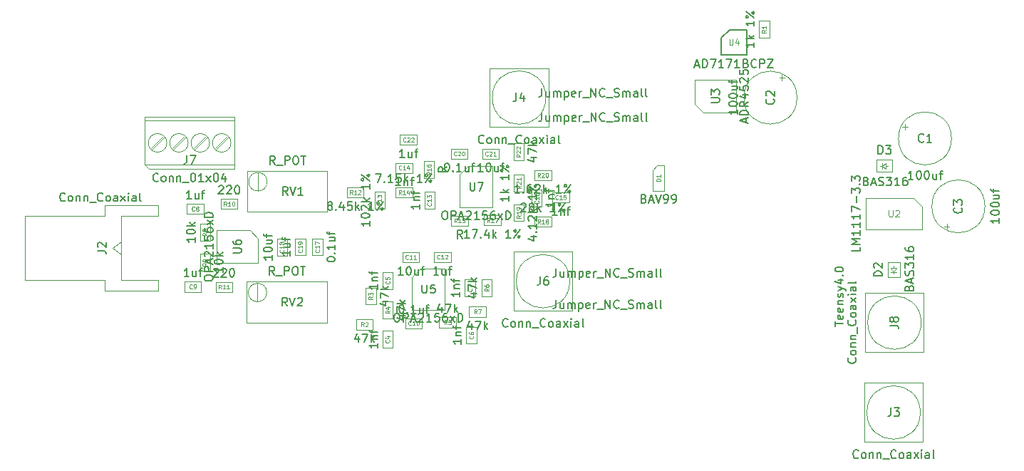
<source format=gbr>
%TF.GenerationSoftware,KiCad,Pcbnew,5.1.6-c6e7f7d~86~ubuntu18.04.1*%
%TF.CreationDate,2020-11-01T20:36:20-05:00*%
%TF.ProjectId,Senior-Design-Radar-Group,53656e69-6f72-42d4-9465-7369676e2d52,rev?*%
%TF.SameCoordinates,Original*%
%TF.FileFunction,Other,Fab,Top*%
%FSLAX46Y46*%
G04 Gerber Fmt 4.6, Leading zero omitted, Abs format (unit mm)*
G04 Created by KiCad (PCBNEW 5.1.6-c6e7f7d~86~ubuntu18.04.1) date 2020-11-01 20:36:20*
%MOMM*%
%LPD*%
G01*
G04 APERTURE LIST*
%ADD10C,0.100000*%
%ADD11C,0.150000*%
%ADD12C,0.105000*%
%ADD13C,0.120000*%
%ADD14C,0.080000*%
%ADD15C,0.075000*%
G04 APERTURE END LIST*
D10*
%TO.C,J3*%
X143789400Y-146685000D02*
G75*
G03*
X143789400Y-146685000I-3175000J0D01*
G01*
X137114400Y-143185000D02*
X144114400Y-143185000D01*
X137114400Y-143185000D02*
X137114400Y-150185000D01*
X137114400Y-150185000D02*
X144114400Y-150185000D01*
X144114400Y-143185000D02*
X144114400Y-150185000D01*
%TO.C,J8*%
X143886000Y-136010200D02*
G75*
G03*
X143886000Y-136010200I-3175000J0D01*
G01*
X144211000Y-132510200D02*
X144211000Y-139510200D01*
X144211000Y-132510200D02*
X137211000Y-132510200D01*
X137211000Y-132510200D02*
X137211000Y-139510200D01*
X144211000Y-139510200D02*
X137211000Y-139510200D01*
%TO.C,J6*%
X102133400Y-131089400D02*
G75*
G03*
X102133400Y-131089400I-3175000J0D01*
G01*
X95458400Y-127589400D02*
X102458400Y-127589400D01*
X95458400Y-127589400D02*
X95458400Y-134589400D01*
X95458400Y-134589400D02*
X102458400Y-134589400D01*
X102458400Y-127589400D02*
X102458400Y-134589400D01*
%TO.C,J4*%
X99288600Y-109270800D02*
G75*
G03*
X99288600Y-109270800I-3175000J0D01*
G01*
X92613600Y-105770800D02*
X99613600Y-105770800D01*
X92613600Y-105770800D02*
X92613600Y-112770800D01*
X92613600Y-112770800D02*
X99613600Y-112770800D01*
X99613600Y-105770800D02*
X99613600Y-112770800D01*
%TO.C,U7*%
X90058600Y-117438000D02*
X92983600Y-117438000D01*
X92983600Y-117438000D02*
X92983600Y-122338000D01*
X92983600Y-122338000D02*
X89083600Y-122338000D01*
X89083600Y-122338000D02*
X89083600Y-118413000D01*
X89083600Y-118413000D02*
X90058600Y-117438000D01*
%TO.C,U6*%
X65111800Y-125999600D02*
X65111800Y-128924600D01*
X65111800Y-128924600D02*
X60211800Y-128924600D01*
X60211800Y-128924600D02*
X60211800Y-125024600D01*
X60211800Y-125024600D02*
X64136800Y-125024600D01*
X64136800Y-125024600D02*
X65111800Y-125999600D01*
%TO.C,U5*%
X84369000Y-129604600D02*
X87294000Y-129604600D01*
X87294000Y-129604600D02*
X87294000Y-134504600D01*
X87294000Y-134504600D02*
X83394000Y-134504600D01*
X83394000Y-134504600D02*
X83394000Y-130579600D01*
X83394000Y-130579600D02*
X84369000Y-129604600D01*
D11*
%TO.C,U4*%
X121140600Y-101192200D02*
X123140600Y-101192200D01*
X123140600Y-101192200D02*
X123140600Y-104192200D01*
X123140600Y-104192200D02*
X120140600Y-104192200D01*
X120140600Y-104192200D02*
X120140600Y-102192200D01*
X120140600Y-102192200D02*
X121140600Y-101192200D01*
D10*
%TO.C,U3*%
X117031600Y-110068000D02*
X117031600Y-107143000D01*
X117031600Y-107143000D02*
X121931600Y-107143000D01*
X121931600Y-107143000D02*
X121931600Y-111043000D01*
X121931600Y-111043000D02*
X118006600Y-111043000D01*
X118006600Y-111043000D02*
X117031600Y-110068000D01*
%TO.C,U2*%
X143015200Y-121213000D02*
X144015200Y-122213000D01*
X143015200Y-121213000D02*
X137315200Y-121213000D01*
X144015200Y-122213000D02*
X144015200Y-124913000D01*
X137315200Y-121213000D02*
X137315200Y-124913000D01*
X144015200Y-124913000D02*
X137315200Y-124913000D01*
%TO.C,RV2*%
X66129200Y-132428600D02*
G75*
G03*
X66129200Y-132428600I-1095000J0D01*
G01*
X73294200Y-135988600D02*
X73294200Y-131158600D01*
X73294200Y-131158600D02*
X63764200Y-131158600D01*
X63764200Y-131158600D02*
X63764200Y-135988600D01*
X63764200Y-135988600D02*
X73294200Y-135988600D01*
X65034200Y-131343600D02*
X65033200Y-133512600D01*
X65034200Y-131343600D02*
X65033200Y-133512600D01*
%TO.C,RV1*%
X66180000Y-119271400D02*
G75*
G03*
X66180000Y-119271400I-1095000J0D01*
G01*
X73345000Y-122831400D02*
X73345000Y-118001400D01*
X73345000Y-118001400D02*
X63815000Y-118001400D01*
X63815000Y-118001400D02*
X63815000Y-122831400D01*
X63815000Y-122831400D02*
X73345000Y-122831400D01*
X65085000Y-118186400D02*
X65084000Y-120355400D01*
X65085000Y-118186400D02*
X65084000Y-120355400D01*
%TO.C,R22*%
X96662800Y-116722400D02*
X95462800Y-116722400D01*
X95462800Y-116722400D02*
X95462800Y-114722400D01*
X95462800Y-114722400D02*
X96662800Y-114722400D01*
X96662800Y-114722400D02*
X96662800Y-116722400D01*
%TO.C,R21*%
X95488200Y-118430800D02*
X96688200Y-118430800D01*
X96688200Y-118430800D02*
X96688200Y-120430800D01*
X96688200Y-120430800D02*
X95488200Y-120430800D01*
X95488200Y-120430800D02*
X95488200Y-118430800D01*
%TO.C,R20*%
X97935300Y-119091000D02*
X97935300Y-117891000D01*
X97935300Y-117891000D02*
X99935300Y-117891000D01*
X99935300Y-117891000D02*
X99935300Y-119091000D01*
X99935300Y-119091000D02*
X97935300Y-119091000D01*
%TO.C,R19*%
X96688200Y-123959100D02*
X95488200Y-123959100D01*
X95488200Y-123959100D02*
X95488200Y-121959100D01*
X95488200Y-121959100D02*
X96688200Y-121959100D01*
X96688200Y-121959100D02*
X96688200Y-123959100D01*
%TO.C,R18*%
X99958400Y-123428200D02*
X99958400Y-124628200D01*
X99958400Y-124628200D02*
X97958400Y-124628200D01*
X97958400Y-124628200D02*
X97958400Y-123428200D01*
X97958400Y-123428200D02*
X99958400Y-123428200D01*
%TO.C,R17*%
X91938600Y-124450400D02*
X91938600Y-123250400D01*
X91938600Y-123250400D02*
X93938600Y-123250400D01*
X93938600Y-123250400D02*
X93938600Y-124450400D01*
X93938600Y-124450400D02*
X91938600Y-124450400D01*
%TO.C,R16*%
X86020200Y-118830600D02*
X84820200Y-118830600D01*
X84820200Y-118830600D02*
X84820200Y-116830600D01*
X84820200Y-116830600D02*
X86020200Y-116830600D01*
X86020200Y-116830600D02*
X86020200Y-118830600D01*
%TO.C,R15*%
X88052400Y-124501200D02*
X88052400Y-123301200D01*
X88052400Y-123301200D02*
X90052400Y-123301200D01*
X90052400Y-123301200D02*
X90052400Y-124501200D01*
X90052400Y-124501200D02*
X88052400Y-124501200D01*
%TO.C,R14*%
X83423000Y-119948400D02*
X83423000Y-121148400D01*
X83423000Y-121148400D02*
X81423000Y-121148400D01*
X81423000Y-121148400D02*
X81423000Y-119948400D01*
X81423000Y-119948400D02*
X83423000Y-119948400D01*
%TO.C,R13*%
X78952800Y-120465100D02*
X80152800Y-120465100D01*
X80152800Y-120465100D02*
X80152800Y-122465100D01*
X80152800Y-122465100D02*
X78952800Y-122465100D01*
X78952800Y-122465100D02*
X78952800Y-120465100D01*
%TO.C,R12*%
X75657200Y-121148400D02*
X75657200Y-119948400D01*
X75657200Y-119948400D02*
X77657200Y-119948400D01*
X77657200Y-119948400D02*
X77657200Y-121148400D01*
X77657200Y-121148400D02*
X75657200Y-121148400D01*
%TO.C,R11*%
X62061600Y-131175200D02*
X62061600Y-132375200D01*
X62061600Y-132375200D02*
X60061600Y-132375200D01*
X60061600Y-132375200D02*
X60061600Y-131175200D01*
X60061600Y-131175200D02*
X62061600Y-131175200D01*
%TO.C,R10*%
X62671200Y-121320000D02*
X62671200Y-122520000D01*
X62671200Y-122520000D02*
X60671200Y-122520000D01*
X60671200Y-122520000D02*
X60671200Y-121320000D01*
X60671200Y-121320000D02*
X62671200Y-121320000D01*
%TO.C,R9*%
X59401000Y-129854200D02*
X58201000Y-129854200D01*
X58201000Y-129854200D02*
X58201000Y-127854200D01*
X58201000Y-127854200D02*
X59401000Y-127854200D01*
X59401000Y-127854200D02*
X59401000Y-129854200D01*
%TO.C,R8*%
X58201000Y-124272800D02*
X59401000Y-124272800D01*
X59401000Y-124272800D02*
X59401000Y-126272800D01*
X59401000Y-126272800D02*
X58201000Y-126272800D01*
X58201000Y-126272800D02*
X58201000Y-124272800D01*
%TO.C,R7*%
X90188300Y-135321600D02*
X90188300Y-134121600D01*
X90188300Y-134121600D02*
X92188300Y-134121600D01*
X92188300Y-134121600D02*
X92188300Y-135321600D01*
X92188300Y-135321600D02*
X90188300Y-135321600D01*
%TO.C,R6*%
X91678200Y-130876800D02*
X92878200Y-130876800D01*
X92878200Y-130876800D02*
X92878200Y-132876800D01*
X92878200Y-132876800D02*
X91678200Y-132876800D01*
X91678200Y-132876800D02*
X91678200Y-130876800D01*
%TO.C,R5*%
X88630000Y-135391600D02*
X88630000Y-136591600D01*
X88630000Y-136591600D02*
X86630000Y-136591600D01*
X86630000Y-136591600D02*
X86630000Y-135391600D01*
X86630000Y-135391600D02*
X88630000Y-135391600D01*
%TO.C,R4*%
X81118000Y-135518400D02*
X79918000Y-135518400D01*
X79918000Y-135518400D02*
X79918000Y-133518400D01*
X79918000Y-133518400D02*
X81118000Y-133518400D01*
X81118000Y-133518400D02*
X81118000Y-135518400D01*
%TO.C,R3*%
X79111400Y-133842000D02*
X77911400Y-133842000D01*
X77911400Y-133842000D02*
X77911400Y-131842000D01*
X77911400Y-131842000D02*
X79111400Y-131842000D01*
X79111400Y-131842000D02*
X79111400Y-133842000D01*
%TO.C,R2*%
X76751700Y-136845600D02*
X76751700Y-135645600D01*
X76751700Y-135645600D02*
X78751700Y-135645600D01*
X78751700Y-135645600D02*
X78751700Y-136845600D01*
X78751700Y-136845600D02*
X76751700Y-136845600D01*
%TO.C,R1*%
X124647400Y-100168200D02*
X125847400Y-100168200D01*
X125847400Y-100168200D02*
X125847400Y-102168200D01*
X125847400Y-102168200D02*
X124647400Y-102168200D01*
X124647400Y-102168200D02*
X124647400Y-100168200D01*
%TO.C,J7*%
X54262200Y-114655600D02*
G75*
G03*
X54262200Y-114655600I-1100000J0D01*
G01*
X56802200Y-114655600D02*
G75*
G03*
X56802200Y-114655600I-1100000J0D01*
G01*
X59342200Y-114655600D02*
G75*
G03*
X59342200Y-114655600I-1100000J0D01*
G01*
X61882200Y-114655600D02*
G75*
G03*
X61882200Y-114655600I-1100000J0D01*
G01*
X51662200Y-111555600D02*
X62282200Y-111555600D01*
X62282200Y-111555600D02*
X62282200Y-117755600D01*
X62282200Y-117755600D02*
X52162200Y-117755600D01*
X52162200Y-117755600D02*
X51662200Y-117255600D01*
X51662200Y-117255600D02*
X51662200Y-111555600D01*
X51662200Y-117255600D02*
X62282200Y-117255600D01*
X51662200Y-111955600D02*
X62282200Y-111955600D01*
X53997200Y-113955600D02*
X52461200Y-115490600D01*
X53863200Y-113820600D02*
X52327200Y-115355600D01*
X56537200Y-113955600D02*
X55002200Y-115490600D01*
X56403200Y-113820600D02*
X54868200Y-115355600D01*
X59077200Y-113955600D02*
X57542200Y-115490600D01*
X58943200Y-113820600D02*
X57408200Y-115355600D01*
X61617200Y-113955600D02*
X60082200Y-115490600D01*
X61483200Y-113820600D02*
X59948200Y-115355600D01*
%TO.C,J2*%
X47818800Y-127135200D02*
X48818800Y-126385200D01*
X48818800Y-127885200D02*
X47818800Y-127135200D01*
X46913800Y-130945200D02*
X37388800Y-130945200D01*
X37388800Y-130945200D02*
X37388800Y-123325200D01*
X37388800Y-123325200D02*
X46913800Y-123325200D01*
X46913800Y-122055200D02*
X46913800Y-123325200D01*
X46913800Y-130945200D02*
X46913800Y-132215200D01*
X53268800Y-132215200D02*
X46913800Y-132215200D01*
X53268800Y-132215200D02*
X53268800Y-130945200D01*
X53268800Y-130945200D02*
X48818800Y-130945200D01*
X48818800Y-130945200D02*
X48818800Y-123325200D01*
X48818800Y-123325200D02*
X53268800Y-123325200D01*
X53268800Y-123325200D02*
X53268800Y-122055200D01*
X53268800Y-122055200D02*
X46913800Y-122055200D01*
%TO.C,D3*%
X139722200Y-117373400D02*
X139972200Y-117373400D01*
X139722200Y-117723400D02*
X139222200Y-117373400D01*
X139722200Y-117023400D02*
X139722200Y-117723400D01*
X139222200Y-117373400D02*
X139722200Y-117023400D01*
X139222200Y-117373400D02*
X139022200Y-117373400D01*
X139222200Y-117023400D02*
X139222200Y-117723400D01*
X138622200Y-118073400D02*
X138622200Y-116673400D01*
X140422200Y-118073400D02*
X138622200Y-118073400D01*
X140422200Y-116673400D02*
X140422200Y-118073400D01*
X138622200Y-116673400D02*
X140422200Y-116673400D01*
%TO.C,D2*%
X140639800Y-129517800D02*
X140639800Y-129267800D01*
X140989800Y-129517800D02*
X140639800Y-130017800D01*
X140289800Y-129517800D02*
X140989800Y-129517800D01*
X140639800Y-130017800D02*
X140289800Y-129517800D01*
X140639800Y-130017800D02*
X140639800Y-130217800D01*
X140289800Y-130017800D02*
X140989800Y-130017800D01*
X141339800Y-130617800D02*
X139939800Y-130617800D01*
X141339800Y-128817800D02*
X141339800Y-130617800D01*
X139939800Y-128817800D02*
X141339800Y-128817800D01*
X139939800Y-130617800D02*
X139939800Y-128817800D01*
%TO.C,D1*%
X111983800Y-117886400D02*
X111983800Y-120336400D01*
X112533800Y-117316400D02*
X113383800Y-117316400D01*
X111983800Y-117886400D02*
X112533800Y-117316400D01*
X113383800Y-117316400D02*
X113383800Y-120356400D01*
X111983800Y-120356400D02*
X113383800Y-120356400D01*
%TO.C,C22*%
X81972159Y-114901400D02*
X81972159Y-113701400D01*
X81972159Y-113701400D02*
X83972159Y-113701400D01*
X83972159Y-113701400D02*
X83972159Y-114901400D01*
X83972159Y-114901400D02*
X81972159Y-114901400D01*
%TO.C,C21*%
X91735400Y-116551000D02*
X91735400Y-115351000D01*
X91735400Y-115351000D02*
X93735400Y-115351000D01*
X93735400Y-115351000D02*
X93735400Y-116551000D01*
X93735400Y-116551000D02*
X91735400Y-116551000D01*
%TO.C,C20*%
X87999559Y-116546800D02*
X87999559Y-115346800D01*
X87999559Y-115346800D02*
X89999559Y-115346800D01*
X89999559Y-115346800D02*
X89999559Y-116546800D01*
X89999559Y-116546800D02*
X87999559Y-116546800D01*
%TO.C,C19*%
X69531800Y-126025400D02*
X70731800Y-126025400D01*
X70731800Y-126025400D02*
X70731800Y-128025400D01*
X70731800Y-128025400D02*
X69531800Y-128025400D01*
X69531800Y-128025400D02*
X69531800Y-126025400D01*
%TO.C,C18*%
X67345000Y-126050800D02*
X68545000Y-126050800D01*
X68545000Y-126050800D02*
X68545000Y-128050800D01*
X68545000Y-128050800D02*
X67345000Y-128050800D01*
X67345000Y-128050800D02*
X67345000Y-126050800D01*
%TO.C,C17*%
X72761400Y-128025400D02*
X71561400Y-128025400D01*
X71561400Y-128025400D02*
X71561400Y-126025400D01*
X71561400Y-126025400D02*
X72761400Y-126025400D01*
X72761400Y-126025400D02*
X72761400Y-128025400D01*
%TO.C,C16*%
X98821800Y-122234200D02*
X97621800Y-122234200D01*
X97621800Y-122234200D02*
X97621800Y-120234200D01*
X97621800Y-120234200D02*
X98821800Y-120234200D01*
X98821800Y-120234200D02*
X98821800Y-122234200D01*
%TO.C,C15*%
X100066600Y-121732600D02*
X100066600Y-120532600D01*
X100066600Y-120532600D02*
X102066600Y-120532600D01*
X102066600Y-120532600D02*
X102066600Y-121732600D01*
X102066600Y-121732600D02*
X100066600Y-121732600D01*
%TO.C,C14*%
X81471500Y-118227400D02*
X81471500Y-117027400D01*
X81471500Y-117027400D02*
X83471500Y-117027400D01*
X83471500Y-117027400D02*
X83471500Y-118227400D01*
X83471500Y-118227400D02*
X81471500Y-118227400D01*
%TO.C,C13*%
X84871000Y-120485900D02*
X86071000Y-120485900D01*
X86071000Y-120485900D02*
X86071000Y-122485900D01*
X86071000Y-122485900D02*
X84871000Y-122485900D01*
X84871000Y-122485900D02*
X84871000Y-120485900D01*
%TO.C,C12*%
X85995000Y-128819200D02*
X85995000Y-127619200D01*
X85995000Y-127619200D02*
X87995000Y-127619200D01*
X87995000Y-127619200D02*
X87995000Y-128819200D01*
X87995000Y-128819200D02*
X85995000Y-128819200D01*
%TO.C,C11*%
X82258900Y-128844600D02*
X82258900Y-127644600D01*
X82258900Y-127644600D02*
X84258900Y-127644600D01*
X84258900Y-127644600D02*
X84258900Y-128844600D01*
X84258900Y-128844600D02*
X82258900Y-128844600D01*
%TO.C,C10*%
X84591400Y-135493200D02*
X84591400Y-136693200D01*
X84591400Y-136693200D02*
X82591400Y-136693200D01*
X82591400Y-136693200D02*
X82591400Y-135493200D01*
X82591400Y-135493200D02*
X84591400Y-135493200D01*
%TO.C,C9*%
X58353200Y-131149800D02*
X58353200Y-132349800D01*
X58353200Y-132349800D02*
X56353200Y-132349800D01*
X56353200Y-132349800D02*
X56353200Y-131149800D01*
X56353200Y-131149800D02*
X58353200Y-131149800D01*
%TO.C,C8*%
X58632600Y-121904200D02*
X58632600Y-123104200D01*
X58632600Y-123104200D02*
X56632600Y-123104200D01*
X56632600Y-123104200D02*
X56632600Y-121904200D01*
X56632600Y-121904200D02*
X58632600Y-121904200D01*
%TO.C,C7*%
X89671600Y-130902200D02*
X90871600Y-130902200D01*
X90871600Y-130902200D02*
X90871600Y-132902200D01*
X90871600Y-132902200D02*
X89671600Y-132902200D01*
X89671600Y-132902200D02*
X89671600Y-130902200D01*
%TO.C,C6*%
X89849400Y-136515600D02*
X91049400Y-136515600D01*
X91049400Y-136515600D02*
X91049400Y-138515600D01*
X91049400Y-138515600D02*
X89849400Y-138515600D01*
X89849400Y-138515600D02*
X89849400Y-136515600D01*
%TO.C,C5*%
X79918000Y-130013200D02*
X81118000Y-130013200D01*
X81118000Y-130013200D02*
X81118000Y-132013200D01*
X81118000Y-132013200D02*
X79918000Y-132013200D01*
X79918000Y-132013200D02*
X79918000Y-130013200D01*
%TO.C,C4*%
X79892600Y-136995900D02*
X81092600Y-136995900D01*
X81092600Y-136995900D02*
X81092600Y-138995900D01*
X81092600Y-138995900D02*
X79892600Y-138995900D01*
X79892600Y-138995900D02*
X79892600Y-136995900D01*
%TO.C,C3*%
X151460600Y-122194000D02*
G75*
G03*
X151460600Y-122194000I-3150000J0D01*
G01*
X146937100Y-124887972D02*
X146937100Y-124257972D01*
X146622100Y-124572972D02*
X147252100Y-124572972D01*
%TO.C,C2*%
X129134000Y-109276200D02*
G75*
G03*
X129134000Y-109276200I-3150000J0D01*
G01*
X127357500Y-106582228D02*
X127357500Y-107212228D01*
X127672500Y-106897228D02*
X127042500Y-106897228D01*
%TO.C,C1*%
X147492800Y-114122200D02*
G75*
G03*
X147492800Y-114122200I-3150000J0D01*
G01*
X141648828Y-112748700D02*
X142278828Y-112748700D01*
X141963828Y-112433700D02*
X141963828Y-113063700D01*
%TD*%
%TO.C,J3*%
D11*
X136423923Y-152042142D02*
X136376304Y-152089761D01*
X136233447Y-152137380D01*
X136138209Y-152137380D01*
X135995352Y-152089761D01*
X135900114Y-151994523D01*
X135852495Y-151899285D01*
X135804876Y-151708809D01*
X135804876Y-151565952D01*
X135852495Y-151375476D01*
X135900114Y-151280238D01*
X135995352Y-151185000D01*
X136138209Y-151137380D01*
X136233447Y-151137380D01*
X136376304Y-151185000D01*
X136423923Y-151232619D01*
X136995352Y-152137380D02*
X136900114Y-152089761D01*
X136852495Y-152042142D01*
X136804876Y-151946904D01*
X136804876Y-151661190D01*
X136852495Y-151565952D01*
X136900114Y-151518333D01*
X136995352Y-151470714D01*
X137138209Y-151470714D01*
X137233447Y-151518333D01*
X137281066Y-151565952D01*
X137328685Y-151661190D01*
X137328685Y-151946904D01*
X137281066Y-152042142D01*
X137233447Y-152089761D01*
X137138209Y-152137380D01*
X136995352Y-152137380D01*
X137757257Y-151470714D02*
X137757257Y-152137380D01*
X137757257Y-151565952D02*
X137804876Y-151518333D01*
X137900114Y-151470714D01*
X138042971Y-151470714D01*
X138138209Y-151518333D01*
X138185828Y-151613571D01*
X138185828Y-152137380D01*
X138662019Y-151470714D02*
X138662019Y-152137380D01*
X138662019Y-151565952D02*
X138709638Y-151518333D01*
X138804876Y-151470714D01*
X138947733Y-151470714D01*
X139042971Y-151518333D01*
X139090590Y-151613571D01*
X139090590Y-152137380D01*
X139328685Y-152232619D02*
X140090590Y-152232619D01*
X140900114Y-152042142D02*
X140852495Y-152089761D01*
X140709638Y-152137380D01*
X140614400Y-152137380D01*
X140471542Y-152089761D01*
X140376304Y-151994523D01*
X140328685Y-151899285D01*
X140281066Y-151708809D01*
X140281066Y-151565952D01*
X140328685Y-151375476D01*
X140376304Y-151280238D01*
X140471542Y-151185000D01*
X140614400Y-151137380D01*
X140709638Y-151137380D01*
X140852495Y-151185000D01*
X140900114Y-151232619D01*
X141471542Y-152137380D02*
X141376304Y-152089761D01*
X141328685Y-152042142D01*
X141281066Y-151946904D01*
X141281066Y-151661190D01*
X141328685Y-151565952D01*
X141376304Y-151518333D01*
X141471542Y-151470714D01*
X141614400Y-151470714D01*
X141709638Y-151518333D01*
X141757257Y-151565952D01*
X141804876Y-151661190D01*
X141804876Y-151946904D01*
X141757257Y-152042142D01*
X141709638Y-152089761D01*
X141614400Y-152137380D01*
X141471542Y-152137380D01*
X142662019Y-152137380D02*
X142662019Y-151613571D01*
X142614400Y-151518333D01*
X142519161Y-151470714D01*
X142328685Y-151470714D01*
X142233447Y-151518333D01*
X142662019Y-152089761D02*
X142566780Y-152137380D01*
X142328685Y-152137380D01*
X142233447Y-152089761D01*
X142185828Y-151994523D01*
X142185828Y-151899285D01*
X142233447Y-151804047D01*
X142328685Y-151756428D01*
X142566780Y-151756428D01*
X142662019Y-151708809D01*
X143042971Y-152137380D02*
X143566780Y-151470714D01*
X143042971Y-151470714D02*
X143566780Y-152137380D01*
X143947733Y-152137380D02*
X143947733Y-151470714D01*
X143947733Y-151137380D02*
X143900114Y-151185000D01*
X143947733Y-151232619D01*
X143995352Y-151185000D01*
X143947733Y-151137380D01*
X143947733Y-151232619D01*
X144852495Y-152137380D02*
X144852495Y-151613571D01*
X144804876Y-151518333D01*
X144709638Y-151470714D01*
X144519161Y-151470714D01*
X144423923Y-151518333D01*
X144852495Y-152089761D02*
X144757257Y-152137380D01*
X144519161Y-152137380D01*
X144423923Y-152089761D01*
X144376304Y-151994523D01*
X144376304Y-151899285D01*
X144423923Y-151804047D01*
X144519161Y-151756428D01*
X144757257Y-151756428D01*
X144852495Y-151708809D01*
X145471542Y-152137380D02*
X145376304Y-152089761D01*
X145328685Y-151994523D01*
X145328685Y-151137380D01*
X140281066Y-146137380D02*
X140281066Y-146851666D01*
X140233447Y-146994523D01*
X140138209Y-147089761D01*
X139995352Y-147137380D01*
X139900114Y-147137380D01*
X140662019Y-146137380D02*
X141281066Y-146137380D01*
X140947733Y-146518333D01*
X141090590Y-146518333D01*
X141185828Y-146565952D01*
X141233447Y-146613571D01*
X141281066Y-146708809D01*
X141281066Y-146946904D01*
X141233447Y-147042142D01*
X141185828Y-147089761D01*
X141090590Y-147137380D01*
X140804876Y-147137380D01*
X140709638Y-147089761D01*
X140662019Y-147042142D01*
%TO.C,J8*%
X136068142Y-140200676D02*
X136115761Y-140248295D01*
X136163380Y-140391152D01*
X136163380Y-140486390D01*
X136115761Y-140629247D01*
X136020523Y-140724485D01*
X135925285Y-140772104D01*
X135734809Y-140819723D01*
X135591952Y-140819723D01*
X135401476Y-140772104D01*
X135306238Y-140724485D01*
X135211000Y-140629247D01*
X135163380Y-140486390D01*
X135163380Y-140391152D01*
X135211000Y-140248295D01*
X135258619Y-140200676D01*
X136163380Y-139629247D02*
X136115761Y-139724485D01*
X136068142Y-139772104D01*
X135972904Y-139819723D01*
X135687190Y-139819723D01*
X135591952Y-139772104D01*
X135544333Y-139724485D01*
X135496714Y-139629247D01*
X135496714Y-139486390D01*
X135544333Y-139391152D01*
X135591952Y-139343533D01*
X135687190Y-139295914D01*
X135972904Y-139295914D01*
X136068142Y-139343533D01*
X136115761Y-139391152D01*
X136163380Y-139486390D01*
X136163380Y-139629247D01*
X135496714Y-138867342D02*
X136163380Y-138867342D01*
X135591952Y-138867342D02*
X135544333Y-138819723D01*
X135496714Y-138724485D01*
X135496714Y-138581628D01*
X135544333Y-138486390D01*
X135639571Y-138438771D01*
X136163380Y-138438771D01*
X135496714Y-137962580D02*
X136163380Y-137962580D01*
X135591952Y-137962580D02*
X135544333Y-137914961D01*
X135496714Y-137819723D01*
X135496714Y-137676866D01*
X135544333Y-137581628D01*
X135639571Y-137534009D01*
X136163380Y-137534009D01*
X136258619Y-137295914D02*
X136258619Y-136534009D01*
X136068142Y-135724485D02*
X136115761Y-135772104D01*
X136163380Y-135914961D01*
X136163380Y-136010200D01*
X136115761Y-136153057D01*
X136020523Y-136248295D01*
X135925285Y-136295914D01*
X135734809Y-136343533D01*
X135591952Y-136343533D01*
X135401476Y-136295914D01*
X135306238Y-136248295D01*
X135211000Y-136153057D01*
X135163380Y-136010200D01*
X135163380Y-135914961D01*
X135211000Y-135772104D01*
X135258619Y-135724485D01*
X136163380Y-135153057D02*
X136115761Y-135248295D01*
X136068142Y-135295914D01*
X135972904Y-135343533D01*
X135687190Y-135343533D01*
X135591952Y-135295914D01*
X135544333Y-135248295D01*
X135496714Y-135153057D01*
X135496714Y-135010200D01*
X135544333Y-134914961D01*
X135591952Y-134867342D01*
X135687190Y-134819723D01*
X135972904Y-134819723D01*
X136068142Y-134867342D01*
X136115761Y-134914961D01*
X136163380Y-135010200D01*
X136163380Y-135153057D01*
X136163380Y-133962580D02*
X135639571Y-133962580D01*
X135544333Y-134010200D01*
X135496714Y-134105438D01*
X135496714Y-134295914D01*
X135544333Y-134391152D01*
X136115761Y-133962580D02*
X136163380Y-134057819D01*
X136163380Y-134295914D01*
X136115761Y-134391152D01*
X136020523Y-134438771D01*
X135925285Y-134438771D01*
X135830047Y-134391152D01*
X135782428Y-134295914D01*
X135782428Y-134057819D01*
X135734809Y-133962580D01*
X136163380Y-133581628D02*
X135496714Y-133057819D01*
X135496714Y-133581628D02*
X136163380Y-133057819D01*
X136163380Y-132676866D02*
X135496714Y-132676866D01*
X135163380Y-132676866D02*
X135211000Y-132724485D01*
X135258619Y-132676866D01*
X135211000Y-132629247D01*
X135163380Y-132676866D01*
X135258619Y-132676866D01*
X136163380Y-131772104D02*
X135639571Y-131772104D01*
X135544333Y-131819723D01*
X135496714Y-131914961D01*
X135496714Y-132105438D01*
X135544333Y-132200676D01*
X136115761Y-131772104D02*
X136163380Y-131867342D01*
X136163380Y-132105438D01*
X136115761Y-132200676D01*
X136020523Y-132248295D01*
X135925285Y-132248295D01*
X135830047Y-132200676D01*
X135782428Y-132105438D01*
X135782428Y-131867342D01*
X135734809Y-131772104D01*
X136163380Y-131153057D02*
X136115761Y-131248295D01*
X136020523Y-131295914D01*
X135163380Y-131295914D01*
X140163380Y-136343533D02*
X140877666Y-136343533D01*
X141020523Y-136391152D01*
X141115761Y-136486390D01*
X141163380Y-136629247D01*
X141163380Y-136724485D01*
X140591952Y-135724485D02*
X140544333Y-135819723D01*
X140496714Y-135867342D01*
X140401476Y-135914961D01*
X140353857Y-135914961D01*
X140258619Y-135867342D01*
X140211000Y-135819723D01*
X140163380Y-135724485D01*
X140163380Y-135534009D01*
X140211000Y-135438771D01*
X140258619Y-135391152D01*
X140353857Y-135343533D01*
X140401476Y-135343533D01*
X140496714Y-135391152D01*
X140544333Y-135438771D01*
X140591952Y-135534009D01*
X140591952Y-135724485D01*
X140639571Y-135819723D01*
X140687190Y-135867342D01*
X140782428Y-135914961D01*
X140972904Y-135914961D01*
X141068142Y-135867342D01*
X141115761Y-135819723D01*
X141163380Y-135724485D01*
X141163380Y-135534009D01*
X141115761Y-135438771D01*
X141068142Y-135391152D01*
X140972904Y-135343533D01*
X140782428Y-135343533D01*
X140687190Y-135391152D01*
X140639571Y-135438771D01*
X140591952Y-135534009D01*
%TO.C,U1*%
X133640580Y-136438828D02*
X133640580Y-135867400D01*
X134640580Y-136153114D02*
X133640580Y-136153114D01*
X134592961Y-135153114D02*
X134640580Y-135248352D01*
X134640580Y-135438828D01*
X134592961Y-135534066D01*
X134497723Y-135581685D01*
X134116771Y-135581685D01*
X134021533Y-135534066D01*
X133973914Y-135438828D01*
X133973914Y-135248352D01*
X134021533Y-135153114D01*
X134116771Y-135105495D01*
X134212009Y-135105495D01*
X134307247Y-135581685D01*
X134592961Y-134295971D02*
X134640580Y-134391209D01*
X134640580Y-134581685D01*
X134592961Y-134676923D01*
X134497723Y-134724542D01*
X134116771Y-134724542D01*
X134021533Y-134676923D01*
X133973914Y-134581685D01*
X133973914Y-134391209D01*
X134021533Y-134295971D01*
X134116771Y-134248352D01*
X134212009Y-134248352D01*
X134307247Y-134724542D01*
X133973914Y-133819780D02*
X134640580Y-133819780D01*
X134069152Y-133819780D02*
X134021533Y-133772161D01*
X133973914Y-133676923D01*
X133973914Y-133534066D01*
X134021533Y-133438828D01*
X134116771Y-133391209D01*
X134640580Y-133391209D01*
X134592961Y-132962638D02*
X134640580Y-132867400D01*
X134640580Y-132676923D01*
X134592961Y-132581685D01*
X134497723Y-132534066D01*
X134450104Y-132534066D01*
X134354866Y-132581685D01*
X134307247Y-132676923D01*
X134307247Y-132819780D01*
X134259628Y-132915019D01*
X134164390Y-132962638D01*
X134116771Y-132962638D01*
X134021533Y-132915019D01*
X133973914Y-132819780D01*
X133973914Y-132676923D01*
X134021533Y-132581685D01*
X133973914Y-132200733D02*
X134640580Y-131962638D01*
X133973914Y-131724542D02*
X134640580Y-131962638D01*
X134878676Y-132057876D01*
X134926295Y-132105495D01*
X134973914Y-132200733D01*
X133973914Y-130915019D02*
X134640580Y-130915019D01*
X133592961Y-131153114D02*
X134307247Y-131391209D01*
X134307247Y-130772161D01*
X134545342Y-130391209D02*
X134592961Y-130343590D01*
X134640580Y-130391209D01*
X134592961Y-130438828D01*
X134545342Y-130391209D01*
X134640580Y-130391209D01*
X133640580Y-129724542D02*
X133640580Y-129629304D01*
X133688200Y-129534066D01*
X133735819Y-129486447D01*
X133831057Y-129438828D01*
X134021533Y-129391209D01*
X134259628Y-129391209D01*
X134450104Y-129438828D01*
X134545342Y-129486447D01*
X134592961Y-129534066D01*
X134640580Y-129629304D01*
X134640580Y-129724542D01*
X134592961Y-129819780D01*
X134545342Y-129867400D01*
X134450104Y-129915019D01*
X134259628Y-129962638D01*
X134021533Y-129962638D01*
X133831057Y-129915019D01*
X133735819Y-129867400D01*
X133688200Y-129819780D01*
X133640580Y-129724542D01*
%TO.C,J6*%
X94767923Y-136446542D02*
X94720304Y-136494161D01*
X94577447Y-136541780D01*
X94482209Y-136541780D01*
X94339352Y-136494161D01*
X94244114Y-136398923D01*
X94196495Y-136303685D01*
X94148876Y-136113209D01*
X94148876Y-135970352D01*
X94196495Y-135779876D01*
X94244114Y-135684638D01*
X94339352Y-135589400D01*
X94482209Y-135541780D01*
X94577447Y-135541780D01*
X94720304Y-135589400D01*
X94767923Y-135637019D01*
X95339352Y-136541780D02*
X95244114Y-136494161D01*
X95196495Y-136446542D01*
X95148876Y-136351304D01*
X95148876Y-136065590D01*
X95196495Y-135970352D01*
X95244114Y-135922733D01*
X95339352Y-135875114D01*
X95482209Y-135875114D01*
X95577447Y-135922733D01*
X95625066Y-135970352D01*
X95672685Y-136065590D01*
X95672685Y-136351304D01*
X95625066Y-136446542D01*
X95577447Y-136494161D01*
X95482209Y-136541780D01*
X95339352Y-136541780D01*
X96101257Y-135875114D02*
X96101257Y-136541780D01*
X96101257Y-135970352D02*
X96148876Y-135922733D01*
X96244114Y-135875114D01*
X96386971Y-135875114D01*
X96482209Y-135922733D01*
X96529828Y-136017971D01*
X96529828Y-136541780D01*
X97006019Y-135875114D02*
X97006019Y-136541780D01*
X97006019Y-135970352D02*
X97053638Y-135922733D01*
X97148876Y-135875114D01*
X97291733Y-135875114D01*
X97386971Y-135922733D01*
X97434590Y-136017971D01*
X97434590Y-136541780D01*
X97672685Y-136637019D02*
X98434590Y-136637019D01*
X99244114Y-136446542D02*
X99196495Y-136494161D01*
X99053638Y-136541780D01*
X98958400Y-136541780D01*
X98815542Y-136494161D01*
X98720304Y-136398923D01*
X98672685Y-136303685D01*
X98625066Y-136113209D01*
X98625066Y-135970352D01*
X98672685Y-135779876D01*
X98720304Y-135684638D01*
X98815542Y-135589400D01*
X98958400Y-135541780D01*
X99053638Y-135541780D01*
X99196495Y-135589400D01*
X99244114Y-135637019D01*
X99815542Y-136541780D02*
X99720304Y-136494161D01*
X99672685Y-136446542D01*
X99625066Y-136351304D01*
X99625066Y-136065590D01*
X99672685Y-135970352D01*
X99720304Y-135922733D01*
X99815542Y-135875114D01*
X99958400Y-135875114D01*
X100053638Y-135922733D01*
X100101257Y-135970352D01*
X100148876Y-136065590D01*
X100148876Y-136351304D01*
X100101257Y-136446542D01*
X100053638Y-136494161D01*
X99958400Y-136541780D01*
X99815542Y-136541780D01*
X101006019Y-136541780D02*
X101006019Y-136017971D01*
X100958400Y-135922733D01*
X100863161Y-135875114D01*
X100672685Y-135875114D01*
X100577447Y-135922733D01*
X101006019Y-136494161D02*
X100910780Y-136541780D01*
X100672685Y-136541780D01*
X100577447Y-136494161D01*
X100529828Y-136398923D01*
X100529828Y-136303685D01*
X100577447Y-136208447D01*
X100672685Y-136160828D01*
X100910780Y-136160828D01*
X101006019Y-136113209D01*
X101386971Y-136541780D02*
X101910780Y-135875114D01*
X101386971Y-135875114D02*
X101910780Y-136541780D01*
X102291733Y-136541780D02*
X102291733Y-135875114D01*
X102291733Y-135541780D02*
X102244114Y-135589400D01*
X102291733Y-135637019D01*
X102339352Y-135589400D01*
X102291733Y-135541780D01*
X102291733Y-135637019D01*
X103196495Y-136541780D02*
X103196495Y-136017971D01*
X103148876Y-135922733D01*
X103053638Y-135875114D01*
X102863161Y-135875114D01*
X102767923Y-135922733D01*
X103196495Y-136494161D02*
X103101257Y-136541780D01*
X102863161Y-136541780D01*
X102767923Y-136494161D01*
X102720304Y-136398923D01*
X102720304Y-136303685D01*
X102767923Y-136208447D01*
X102863161Y-136160828D01*
X103101257Y-136160828D01*
X103196495Y-136113209D01*
X103815542Y-136541780D02*
X103720304Y-136494161D01*
X103672685Y-136398923D01*
X103672685Y-135541780D01*
X98625066Y-130541780D02*
X98625066Y-131256066D01*
X98577447Y-131398923D01*
X98482209Y-131494161D01*
X98339352Y-131541780D01*
X98244114Y-131541780D01*
X99529828Y-130541780D02*
X99339352Y-130541780D01*
X99244114Y-130589400D01*
X99196495Y-130637019D01*
X99101257Y-130779876D01*
X99053638Y-130970352D01*
X99053638Y-131351304D01*
X99101257Y-131446542D01*
X99148876Y-131494161D01*
X99244114Y-131541780D01*
X99434590Y-131541780D01*
X99529828Y-131494161D01*
X99577447Y-131446542D01*
X99625066Y-131351304D01*
X99625066Y-131113209D01*
X99577447Y-131017971D01*
X99529828Y-130970352D01*
X99434590Y-130922733D01*
X99244114Y-130922733D01*
X99148876Y-130970352D01*
X99101257Y-131017971D01*
X99053638Y-131113209D01*
%TO.C,J4*%
X91923123Y-114627942D02*
X91875504Y-114675561D01*
X91732647Y-114723180D01*
X91637409Y-114723180D01*
X91494552Y-114675561D01*
X91399314Y-114580323D01*
X91351695Y-114485085D01*
X91304076Y-114294609D01*
X91304076Y-114151752D01*
X91351695Y-113961276D01*
X91399314Y-113866038D01*
X91494552Y-113770800D01*
X91637409Y-113723180D01*
X91732647Y-113723180D01*
X91875504Y-113770800D01*
X91923123Y-113818419D01*
X92494552Y-114723180D02*
X92399314Y-114675561D01*
X92351695Y-114627942D01*
X92304076Y-114532704D01*
X92304076Y-114246990D01*
X92351695Y-114151752D01*
X92399314Y-114104133D01*
X92494552Y-114056514D01*
X92637409Y-114056514D01*
X92732647Y-114104133D01*
X92780266Y-114151752D01*
X92827885Y-114246990D01*
X92827885Y-114532704D01*
X92780266Y-114627942D01*
X92732647Y-114675561D01*
X92637409Y-114723180D01*
X92494552Y-114723180D01*
X93256457Y-114056514D02*
X93256457Y-114723180D01*
X93256457Y-114151752D02*
X93304076Y-114104133D01*
X93399314Y-114056514D01*
X93542171Y-114056514D01*
X93637409Y-114104133D01*
X93685028Y-114199371D01*
X93685028Y-114723180D01*
X94161219Y-114056514D02*
X94161219Y-114723180D01*
X94161219Y-114151752D02*
X94208838Y-114104133D01*
X94304076Y-114056514D01*
X94446933Y-114056514D01*
X94542171Y-114104133D01*
X94589790Y-114199371D01*
X94589790Y-114723180D01*
X94827885Y-114818419D02*
X95589790Y-114818419D01*
X96399314Y-114627942D02*
X96351695Y-114675561D01*
X96208838Y-114723180D01*
X96113600Y-114723180D01*
X95970742Y-114675561D01*
X95875504Y-114580323D01*
X95827885Y-114485085D01*
X95780266Y-114294609D01*
X95780266Y-114151752D01*
X95827885Y-113961276D01*
X95875504Y-113866038D01*
X95970742Y-113770800D01*
X96113600Y-113723180D01*
X96208838Y-113723180D01*
X96351695Y-113770800D01*
X96399314Y-113818419D01*
X96970742Y-114723180D02*
X96875504Y-114675561D01*
X96827885Y-114627942D01*
X96780266Y-114532704D01*
X96780266Y-114246990D01*
X96827885Y-114151752D01*
X96875504Y-114104133D01*
X96970742Y-114056514D01*
X97113600Y-114056514D01*
X97208838Y-114104133D01*
X97256457Y-114151752D01*
X97304076Y-114246990D01*
X97304076Y-114532704D01*
X97256457Y-114627942D01*
X97208838Y-114675561D01*
X97113600Y-114723180D01*
X96970742Y-114723180D01*
X98161219Y-114723180D02*
X98161219Y-114199371D01*
X98113600Y-114104133D01*
X98018361Y-114056514D01*
X97827885Y-114056514D01*
X97732647Y-114104133D01*
X98161219Y-114675561D02*
X98065980Y-114723180D01*
X97827885Y-114723180D01*
X97732647Y-114675561D01*
X97685028Y-114580323D01*
X97685028Y-114485085D01*
X97732647Y-114389847D01*
X97827885Y-114342228D01*
X98065980Y-114342228D01*
X98161219Y-114294609D01*
X98542171Y-114723180D02*
X99065980Y-114056514D01*
X98542171Y-114056514D02*
X99065980Y-114723180D01*
X99446933Y-114723180D02*
X99446933Y-114056514D01*
X99446933Y-113723180D02*
X99399314Y-113770800D01*
X99446933Y-113818419D01*
X99494552Y-113770800D01*
X99446933Y-113723180D01*
X99446933Y-113818419D01*
X100351695Y-114723180D02*
X100351695Y-114199371D01*
X100304076Y-114104133D01*
X100208838Y-114056514D01*
X100018361Y-114056514D01*
X99923123Y-114104133D01*
X100351695Y-114675561D02*
X100256457Y-114723180D01*
X100018361Y-114723180D01*
X99923123Y-114675561D01*
X99875504Y-114580323D01*
X99875504Y-114485085D01*
X99923123Y-114389847D01*
X100018361Y-114342228D01*
X100256457Y-114342228D01*
X100351695Y-114294609D01*
X100970742Y-114723180D02*
X100875504Y-114675561D01*
X100827885Y-114580323D01*
X100827885Y-113723180D01*
X95780266Y-108723180D02*
X95780266Y-109437466D01*
X95732647Y-109580323D01*
X95637409Y-109675561D01*
X95494552Y-109723180D01*
X95399314Y-109723180D01*
X96685028Y-109056514D02*
X96685028Y-109723180D01*
X96446933Y-108675561D02*
X96208838Y-109389847D01*
X96827885Y-109389847D01*
%TO.C,U7*%
X87200266Y-122740380D02*
X87390742Y-122740380D01*
X87485980Y-122788000D01*
X87581219Y-122883238D01*
X87628838Y-123073714D01*
X87628838Y-123407047D01*
X87581219Y-123597523D01*
X87485980Y-123692761D01*
X87390742Y-123740380D01*
X87200266Y-123740380D01*
X87105028Y-123692761D01*
X87009790Y-123597523D01*
X86962171Y-123407047D01*
X86962171Y-123073714D01*
X87009790Y-122883238D01*
X87105028Y-122788000D01*
X87200266Y-122740380D01*
X88057409Y-123740380D02*
X88057409Y-122740380D01*
X88438361Y-122740380D01*
X88533600Y-122788000D01*
X88581219Y-122835619D01*
X88628838Y-122930857D01*
X88628838Y-123073714D01*
X88581219Y-123168952D01*
X88533600Y-123216571D01*
X88438361Y-123264190D01*
X88057409Y-123264190D01*
X89009790Y-123454666D02*
X89485980Y-123454666D01*
X88914552Y-123740380D02*
X89247885Y-122740380D01*
X89581219Y-123740380D01*
X89866933Y-122835619D02*
X89914552Y-122788000D01*
X90009790Y-122740380D01*
X90247885Y-122740380D01*
X90343123Y-122788000D01*
X90390742Y-122835619D01*
X90438361Y-122930857D01*
X90438361Y-123026095D01*
X90390742Y-123168952D01*
X89819314Y-123740380D01*
X90438361Y-123740380D01*
X91390742Y-123740380D02*
X90819314Y-123740380D01*
X91105028Y-123740380D02*
X91105028Y-122740380D01*
X91009790Y-122883238D01*
X90914552Y-122978476D01*
X90819314Y-123026095D01*
X92295504Y-122740380D02*
X91819314Y-122740380D01*
X91771695Y-123216571D01*
X91819314Y-123168952D01*
X91914552Y-123121333D01*
X92152647Y-123121333D01*
X92247885Y-123168952D01*
X92295504Y-123216571D01*
X92343123Y-123311809D01*
X92343123Y-123549904D01*
X92295504Y-123645142D01*
X92247885Y-123692761D01*
X92152647Y-123740380D01*
X91914552Y-123740380D01*
X91819314Y-123692761D01*
X91771695Y-123645142D01*
X93200266Y-122740380D02*
X93009790Y-122740380D01*
X92914552Y-122788000D01*
X92866933Y-122835619D01*
X92771695Y-122978476D01*
X92724076Y-123168952D01*
X92724076Y-123549904D01*
X92771695Y-123645142D01*
X92819314Y-123692761D01*
X92914552Y-123740380D01*
X93105028Y-123740380D01*
X93200266Y-123692761D01*
X93247885Y-123645142D01*
X93295504Y-123549904D01*
X93295504Y-123311809D01*
X93247885Y-123216571D01*
X93200266Y-123168952D01*
X93105028Y-123121333D01*
X92914552Y-123121333D01*
X92819314Y-123168952D01*
X92771695Y-123216571D01*
X92724076Y-123311809D01*
X93628838Y-123740380D02*
X94152647Y-123073714D01*
X93628838Y-123073714D02*
X94152647Y-123740380D01*
X94533600Y-123740380D02*
X94533600Y-122740380D01*
X94771695Y-122740380D01*
X94914552Y-122788000D01*
X95009790Y-122883238D01*
X95057409Y-122978476D01*
X95105028Y-123168952D01*
X95105028Y-123311809D01*
X95057409Y-123502285D01*
X95009790Y-123597523D01*
X94914552Y-123692761D01*
X94771695Y-123740380D01*
X94533600Y-123740380D01*
X90286933Y-119351333D02*
X90286933Y-120144666D01*
X90333600Y-120238000D01*
X90380266Y-120284666D01*
X90473600Y-120331333D01*
X90660266Y-120331333D01*
X90753600Y-120284666D01*
X90800266Y-120238000D01*
X90846933Y-120144666D01*
X90846933Y-119351333D01*
X91220266Y-119351333D02*
X91873600Y-119351333D01*
X91453600Y-120331333D01*
%TO.C,U6*%
X58714180Y-130807933D02*
X58714180Y-130617457D01*
X58761800Y-130522219D01*
X58857038Y-130426980D01*
X59047514Y-130379361D01*
X59380847Y-130379361D01*
X59571323Y-130426980D01*
X59666561Y-130522219D01*
X59714180Y-130617457D01*
X59714180Y-130807933D01*
X59666561Y-130903171D01*
X59571323Y-130998409D01*
X59380847Y-131046028D01*
X59047514Y-131046028D01*
X58857038Y-130998409D01*
X58761800Y-130903171D01*
X58714180Y-130807933D01*
X59714180Y-129950790D02*
X58714180Y-129950790D01*
X58714180Y-129569838D01*
X58761800Y-129474600D01*
X58809419Y-129426980D01*
X58904657Y-129379361D01*
X59047514Y-129379361D01*
X59142752Y-129426980D01*
X59190371Y-129474600D01*
X59237990Y-129569838D01*
X59237990Y-129950790D01*
X59428466Y-128998409D02*
X59428466Y-128522219D01*
X59714180Y-129093647D02*
X58714180Y-128760314D01*
X59714180Y-128426980D01*
X58809419Y-128141266D02*
X58761800Y-128093647D01*
X58714180Y-127998409D01*
X58714180Y-127760314D01*
X58761800Y-127665076D01*
X58809419Y-127617457D01*
X58904657Y-127569838D01*
X58999895Y-127569838D01*
X59142752Y-127617457D01*
X59714180Y-128188885D01*
X59714180Y-127569838D01*
X59714180Y-126617457D02*
X59714180Y-127188885D01*
X59714180Y-126903171D02*
X58714180Y-126903171D01*
X58857038Y-126998409D01*
X58952276Y-127093647D01*
X58999895Y-127188885D01*
X58714180Y-125712695D02*
X58714180Y-126188885D01*
X59190371Y-126236504D01*
X59142752Y-126188885D01*
X59095133Y-126093647D01*
X59095133Y-125855552D01*
X59142752Y-125760314D01*
X59190371Y-125712695D01*
X59285609Y-125665076D01*
X59523704Y-125665076D01*
X59618942Y-125712695D01*
X59666561Y-125760314D01*
X59714180Y-125855552D01*
X59714180Y-126093647D01*
X59666561Y-126188885D01*
X59618942Y-126236504D01*
X58714180Y-124807933D02*
X58714180Y-124998409D01*
X58761800Y-125093647D01*
X58809419Y-125141266D01*
X58952276Y-125236504D01*
X59142752Y-125284123D01*
X59523704Y-125284123D01*
X59618942Y-125236504D01*
X59666561Y-125188885D01*
X59714180Y-125093647D01*
X59714180Y-124903171D01*
X59666561Y-124807933D01*
X59618942Y-124760314D01*
X59523704Y-124712695D01*
X59285609Y-124712695D01*
X59190371Y-124760314D01*
X59142752Y-124807933D01*
X59095133Y-124903171D01*
X59095133Y-125093647D01*
X59142752Y-125188885D01*
X59190371Y-125236504D01*
X59285609Y-125284123D01*
X59714180Y-124379361D02*
X59047514Y-123855552D01*
X59047514Y-124379361D02*
X59714180Y-123855552D01*
X59714180Y-123474600D02*
X58714180Y-123474600D01*
X58714180Y-123236504D01*
X58761800Y-123093647D01*
X58857038Y-122998409D01*
X58952276Y-122950790D01*
X59142752Y-122903171D01*
X59285609Y-122903171D01*
X59476085Y-122950790D01*
X59571323Y-122998409D01*
X59666561Y-123093647D01*
X59714180Y-123236504D01*
X59714180Y-123474600D01*
X62125133Y-127721266D02*
X62918466Y-127721266D01*
X63011800Y-127674600D01*
X63058466Y-127627933D01*
X63105133Y-127534600D01*
X63105133Y-127347933D01*
X63058466Y-127254600D01*
X63011800Y-127207933D01*
X62918466Y-127161266D01*
X62125133Y-127161266D01*
X62125133Y-126274600D02*
X62125133Y-126461266D01*
X62171800Y-126554600D01*
X62218466Y-126601266D01*
X62358466Y-126694600D01*
X62545133Y-126741266D01*
X62918466Y-126741266D01*
X63011800Y-126694600D01*
X63058466Y-126647933D01*
X63105133Y-126554600D01*
X63105133Y-126367933D01*
X63058466Y-126274600D01*
X63011800Y-126227933D01*
X62918466Y-126181266D01*
X62685133Y-126181266D01*
X62591800Y-126227933D01*
X62545133Y-126274600D01*
X62498466Y-126367933D01*
X62498466Y-126554600D01*
X62545133Y-126647933D01*
X62591800Y-126694600D01*
X62685133Y-126741266D01*
%TO.C,U5*%
X81510666Y-134906980D02*
X81701142Y-134906980D01*
X81796380Y-134954600D01*
X81891619Y-135049838D01*
X81939238Y-135240314D01*
X81939238Y-135573647D01*
X81891619Y-135764123D01*
X81796380Y-135859361D01*
X81701142Y-135906980D01*
X81510666Y-135906980D01*
X81415428Y-135859361D01*
X81320190Y-135764123D01*
X81272571Y-135573647D01*
X81272571Y-135240314D01*
X81320190Y-135049838D01*
X81415428Y-134954600D01*
X81510666Y-134906980D01*
X82367809Y-135906980D02*
X82367809Y-134906980D01*
X82748761Y-134906980D01*
X82844000Y-134954600D01*
X82891619Y-135002219D01*
X82939238Y-135097457D01*
X82939238Y-135240314D01*
X82891619Y-135335552D01*
X82844000Y-135383171D01*
X82748761Y-135430790D01*
X82367809Y-135430790D01*
X83320190Y-135621266D02*
X83796380Y-135621266D01*
X83224952Y-135906980D02*
X83558285Y-134906980D01*
X83891619Y-135906980D01*
X84177333Y-135002219D02*
X84224952Y-134954600D01*
X84320190Y-134906980D01*
X84558285Y-134906980D01*
X84653523Y-134954600D01*
X84701142Y-135002219D01*
X84748761Y-135097457D01*
X84748761Y-135192695D01*
X84701142Y-135335552D01*
X84129714Y-135906980D01*
X84748761Y-135906980D01*
X85701142Y-135906980D02*
X85129714Y-135906980D01*
X85415428Y-135906980D02*
X85415428Y-134906980D01*
X85320190Y-135049838D01*
X85224952Y-135145076D01*
X85129714Y-135192695D01*
X86605904Y-134906980D02*
X86129714Y-134906980D01*
X86082095Y-135383171D01*
X86129714Y-135335552D01*
X86224952Y-135287933D01*
X86463047Y-135287933D01*
X86558285Y-135335552D01*
X86605904Y-135383171D01*
X86653523Y-135478409D01*
X86653523Y-135716504D01*
X86605904Y-135811742D01*
X86558285Y-135859361D01*
X86463047Y-135906980D01*
X86224952Y-135906980D01*
X86129714Y-135859361D01*
X86082095Y-135811742D01*
X87510666Y-134906980D02*
X87320190Y-134906980D01*
X87224952Y-134954600D01*
X87177333Y-135002219D01*
X87082095Y-135145076D01*
X87034476Y-135335552D01*
X87034476Y-135716504D01*
X87082095Y-135811742D01*
X87129714Y-135859361D01*
X87224952Y-135906980D01*
X87415428Y-135906980D01*
X87510666Y-135859361D01*
X87558285Y-135811742D01*
X87605904Y-135716504D01*
X87605904Y-135478409D01*
X87558285Y-135383171D01*
X87510666Y-135335552D01*
X87415428Y-135287933D01*
X87224952Y-135287933D01*
X87129714Y-135335552D01*
X87082095Y-135383171D01*
X87034476Y-135478409D01*
X87939238Y-135906980D02*
X88463047Y-135240314D01*
X87939238Y-135240314D02*
X88463047Y-135906980D01*
X88844000Y-135906980D02*
X88844000Y-134906980D01*
X89082095Y-134906980D01*
X89224952Y-134954600D01*
X89320190Y-135049838D01*
X89367809Y-135145076D01*
X89415428Y-135335552D01*
X89415428Y-135478409D01*
X89367809Y-135668885D01*
X89320190Y-135764123D01*
X89224952Y-135859361D01*
X89082095Y-135906980D01*
X88844000Y-135906980D01*
X84597333Y-131517933D02*
X84597333Y-132311266D01*
X84644000Y-132404600D01*
X84690666Y-132451266D01*
X84784000Y-132497933D01*
X84970666Y-132497933D01*
X85064000Y-132451266D01*
X85110666Y-132404600D01*
X85157333Y-132311266D01*
X85157333Y-131517933D01*
X86090666Y-131517933D02*
X85624000Y-131517933D01*
X85577333Y-131984600D01*
X85624000Y-131937933D01*
X85717333Y-131891266D01*
X85950666Y-131891266D01*
X86044000Y-131937933D01*
X86090666Y-131984600D01*
X86137333Y-132077933D01*
X86137333Y-132311266D01*
X86090666Y-132404600D01*
X86044000Y-132451266D01*
X85950666Y-132497933D01*
X85717333Y-132497933D01*
X85624000Y-132451266D01*
X85577333Y-132404600D01*
%TO.C,U4*%
X117021552Y-105433866D02*
X117497742Y-105433866D01*
X116926314Y-105719580D02*
X117259647Y-104719580D01*
X117592980Y-105719580D01*
X117926314Y-105719580D02*
X117926314Y-104719580D01*
X118164409Y-104719580D01*
X118307266Y-104767200D01*
X118402504Y-104862438D01*
X118450123Y-104957676D01*
X118497742Y-105148152D01*
X118497742Y-105291009D01*
X118450123Y-105481485D01*
X118402504Y-105576723D01*
X118307266Y-105671961D01*
X118164409Y-105719580D01*
X117926314Y-105719580D01*
X118831076Y-104719580D02*
X119497742Y-104719580D01*
X119069171Y-105719580D01*
X120402504Y-105719580D02*
X119831076Y-105719580D01*
X120116790Y-105719580D02*
X120116790Y-104719580D01*
X120021552Y-104862438D01*
X119926314Y-104957676D01*
X119831076Y-105005295D01*
X120735838Y-104719580D02*
X121402504Y-104719580D01*
X120973933Y-105719580D01*
X122307266Y-105719580D02*
X121735838Y-105719580D01*
X122021552Y-105719580D02*
X122021552Y-104719580D01*
X121926314Y-104862438D01*
X121831076Y-104957676D01*
X121735838Y-105005295D01*
X123069171Y-105195771D02*
X123212028Y-105243390D01*
X123259647Y-105291009D01*
X123307266Y-105386247D01*
X123307266Y-105529104D01*
X123259647Y-105624342D01*
X123212028Y-105671961D01*
X123116790Y-105719580D01*
X122735838Y-105719580D01*
X122735838Y-104719580D01*
X123069171Y-104719580D01*
X123164409Y-104767200D01*
X123212028Y-104814819D01*
X123259647Y-104910057D01*
X123259647Y-105005295D01*
X123212028Y-105100533D01*
X123164409Y-105148152D01*
X123069171Y-105195771D01*
X122735838Y-105195771D01*
X124307266Y-105624342D02*
X124259647Y-105671961D01*
X124116790Y-105719580D01*
X124021552Y-105719580D01*
X123878695Y-105671961D01*
X123783457Y-105576723D01*
X123735838Y-105481485D01*
X123688219Y-105291009D01*
X123688219Y-105148152D01*
X123735838Y-104957676D01*
X123783457Y-104862438D01*
X123878695Y-104767200D01*
X124021552Y-104719580D01*
X124116790Y-104719580D01*
X124259647Y-104767200D01*
X124307266Y-104814819D01*
X124735838Y-105719580D02*
X124735838Y-104719580D01*
X125116790Y-104719580D01*
X125212028Y-104767200D01*
X125259647Y-104814819D01*
X125307266Y-104910057D01*
X125307266Y-105052914D01*
X125259647Y-105148152D01*
X125212028Y-105195771D01*
X125116790Y-105243390D01*
X124735838Y-105243390D01*
X125640600Y-104719580D02*
X126307266Y-104719580D01*
X125640600Y-105719580D01*
X126307266Y-105719580D01*
D12*
X121107266Y-102308866D02*
X121107266Y-102875533D01*
X121140600Y-102942200D01*
X121173933Y-102975533D01*
X121240600Y-103008866D01*
X121373933Y-103008866D01*
X121440600Y-102975533D01*
X121473933Y-102942200D01*
X121507266Y-102875533D01*
X121507266Y-102308866D01*
X122140600Y-102542200D02*
X122140600Y-103008866D01*
X121973933Y-102275533D02*
X121807266Y-102775533D01*
X122240600Y-102775533D01*
%TO.C,U3*%
D11*
X123048266Y-112235857D02*
X123048266Y-111759666D01*
X123333980Y-112331095D02*
X122333980Y-111997761D01*
X123333980Y-111664428D01*
X123333980Y-111331095D02*
X122333980Y-111331095D01*
X122333980Y-111093000D01*
X122381600Y-110950142D01*
X122476838Y-110854904D01*
X122572076Y-110807285D01*
X122762552Y-110759666D01*
X122905409Y-110759666D01*
X123095885Y-110807285D01*
X123191123Y-110854904D01*
X123286361Y-110950142D01*
X123333980Y-111093000D01*
X123333980Y-111331095D01*
X123333980Y-109759666D02*
X122857790Y-110093000D01*
X123333980Y-110331095D02*
X122333980Y-110331095D01*
X122333980Y-109950142D01*
X122381600Y-109854904D01*
X122429219Y-109807285D01*
X122524457Y-109759666D01*
X122667314Y-109759666D01*
X122762552Y-109807285D01*
X122810171Y-109854904D01*
X122857790Y-109950142D01*
X122857790Y-110331095D01*
X122667314Y-108902523D02*
X123333980Y-108902523D01*
X122286361Y-109140619D02*
X123000647Y-109378714D01*
X123000647Y-108759666D01*
X122333980Y-107902523D02*
X122333980Y-108378714D01*
X122810171Y-108426333D01*
X122762552Y-108378714D01*
X122714933Y-108283476D01*
X122714933Y-108045380D01*
X122762552Y-107950142D01*
X122810171Y-107902523D01*
X122905409Y-107854904D01*
X123143504Y-107854904D01*
X123238742Y-107902523D01*
X123286361Y-107950142D01*
X123333980Y-108045380D01*
X123333980Y-108283476D01*
X123286361Y-108378714D01*
X123238742Y-108426333D01*
X122429219Y-107473952D02*
X122381600Y-107426333D01*
X122333980Y-107331095D01*
X122333980Y-107093000D01*
X122381600Y-106997761D01*
X122429219Y-106950142D01*
X122524457Y-106902523D01*
X122619695Y-106902523D01*
X122762552Y-106950142D01*
X123333980Y-107521571D01*
X123333980Y-106902523D01*
X122333980Y-105997761D02*
X122333980Y-106473952D01*
X122810171Y-106521571D01*
X122762552Y-106473952D01*
X122714933Y-106378714D01*
X122714933Y-106140619D01*
X122762552Y-106045380D01*
X122810171Y-105997761D01*
X122905409Y-105950142D01*
X123143504Y-105950142D01*
X123238742Y-105997761D01*
X123286361Y-106045380D01*
X123333980Y-106140619D01*
X123333980Y-106378714D01*
X123286361Y-106473952D01*
X123238742Y-106521571D01*
X118944933Y-109839666D02*
X119738266Y-109839666D01*
X119831600Y-109793000D01*
X119878266Y-109746333D01*
X119924933Y-109653000D01*
X119924933Y-109466333D01*
X119878266Y-109373000D01*
X119831600Y-109326333D01*
X119738266Y-109279666D01*
X118944933Y-109279666D01*
X118944933Y-108906333D02*
X118944933Y-108299666D01*
X119318266Y-108626333D01*
X119318266Y-108486333D01*
X119364933Y-108393000D01*
X119411600Y-108346333D01*
X119504933Y-108299666D01*
X119738266Y-108299666D01*
X119831600Y-108346333D01*
X119878266Y-108393000D01*
X119924933Y-108486333D01*
X119924933Y-108766333D01*
X119878266Y-108859666D01*
X119831600Y-108906333D01*
%TO.C,U2*%
X136617580Y-127039190D02*
X136617580Y-127515380D01*
X135617580Y-127515380D01*
X136617580Y-126705857D02*
X135617580Y-126705857D01*
X136331866Y-126372523D01*
X135617580Y-126039190D01*
X136617580Y-126039190D01*
X136617580Y-125039190D02*
X136617580Y-125610619D01*
X136617580Y-125324904D02*
X135617580Y-125324904D01*
X135760438Y-125420142D01*
X135855676Y-125515380D01*
X135903295Y-125610619D01*
X136617580Y-124086809D02*
X136617580Y-124658238D01*
X136617580Y-124372523D02*
X135617580Y-124372523D01*
X135760438Y-124467761D01*
X135855676Y-124563000D01*
X135903295Y-124658238D01*
X136617580Y-123134428D02*
X136617580Y-123705857D01*
X136617580Y-123420142D02*
X135617580Y-123420142D01*
X135760438Y-123515380D01*
X135855676Y-123610619D01*
X135903295Y-123705857D01*
X135617580Y-122801095D02*
X135617580Y-122134428D01*
X136617580Y-122563000D01*
X136236628Y-121753476D02*
X136236628Y-120991571D01*
X135617580Y-120610619D02*
X135617580Y-119991571D01*
X135998533Y-120324904D01*
X135998533Y-120182047D01*
X136046152Y-120086809D01*
X136093771Y-120039190D01*
X136189009Y-119991571D01*
X136427104Y-119991571D01*
X136522342Y-120039190D01*
X136569961Y-120086809D01*
X136617580Y-120182047D01*
X136617580Y-120467761D01*
X136569961Y-120563000D01*
X136522342Y-120610619D01*
X136522342Y-119563000D02*
X136569961Y-119515380D01*
X136617580Y-119563000D01*
X136569961Y-119610619D01*
X136522342Y-119563000D01*
X136617580Y-119563000D01*
X135617580Y-119182047D02*
X135617580Y-118563000D01*
X135998533Y-118896333D01*
X135998533Y-118753476D01*
X136046152Y-118658238D01*
X136093771Y-118610619D01*
X136189009Y-118563000D01*
X136427104Y-118563000D01*
X136522342Y-118610619D01*
X136569961Y-118658238D01*
X136617580Y-118753476D01*
X136617580Y-119039190D01*
X136569961Y-119134428D01*
X136522342Y-119182047D01*
D13*
X140055676Y-122624904D02*
X140055676Y-123272523D01*
X140093771Y-123348714D01*
X140131866Y-123386809D01*
X140208057Y-123424904D01*
X140360438Y-123424904D01*
X140436628Y-123386809D01*
X140474723Y-123348714D01*
X140512819Y-123272523D01*
X140512819Y-122624904D01*
X140855676Y-122701095D02*
X140893771Y-122663000D01*
X140969961Y-122624904D01*
X141160438Y-122624904D01*
X141236628Y-122663000D01*
X141274723Y-122701095D01*
X141312819Y-122777285D01*
X141312819Y-122853476D01*
X141274723Y-122967761D01*
X140817580Y-123424904D01*
X141312819Y-123424904D01*
%TO.C,RV2*%
D11*
X67053009Y-130360980D02*
X66719676Y-129884790D01*
X66481580Y-130360980D02*
X66481580Y-129360980D01*
X66862533Y-129360980D01*
X66957771Y-129408600D01*
X67005390Y-129456219D01*
X67053009Y-129551457D01*
X67053009Y-129694314D01*
X67005390Y-129789552D01*
X66957771Y-129837171D01*
X66862533Y-129884790D01*
X66481580Y-129884790D01*
X67243485Y-130456219D02*
X68005390Y-130456219D01*
X68243485Y-130360980D02*
X68243485Y-129360980D01*
X68624438Y-129360980D01*
X68719676Y-129408600D01*
X68767295Y-129456219D01*
X68814914Y-129551457D01*
X68814914Y-129694314D01*
X68767295Y-129789552D01*
X68719676Y-129837171D01*
X68624438Y-129884790D01*
X68243485Y-129884790D01*
X69433961Y-129360980D02*
X69624438Y-129360980D01*
X69719676Y-129408600D01*
X69814914Y-129503838D01*
X69862533Y-129694314D01*
X69862533Y-130027647D01*
X69814914Y-130218123D01*
X69719676Y-130313361D01*
X69624438Y-130360980D01*
X69433961Y-130360980D01*
X69338723Y-130313361D01*
X69243485Y-130218123D01*
X69195866Y-130027647D01*
X69195866Y-129694314D01*
X69243485Y-129503838D01*
X69338723Y-129408600D01*
X69433961Y-129360980D01*
X70148247Y-129360980D02*
X70719676Y-129360980D01*
X70433961Y-130360980D02*
X70433961Y-129360980D01*
X68568961Y-134025980D02*
X68235628Y-133549790D01*
X67997533Y-134025980D02*
X67997533Y-133025980D01*
X68378485Y-133025980D01*
X68473723Y-133073600D01*
X68521342Y-133121219D01*
X68568961Y-133216457D01*
X68568961Y-133359314D01*
X68521342Y-133454552D01*
X68473723Y-133502171D01*
X68378485Y-133549790D01*
X67997533Y-133549790D01*
X68854676Y-133025980D02*
X69188009Y-134025980D01*
X69521342Y-133025980D01*
X69807057Y-133121219D02*
X69854676Y-133073600D01*
X69949914Y-133025980D01*
X70188009Y-133025980D01*
X70283247Y-133073600D01*
X70330866Y-133121219D01*
X70378485Y-133216457D01*
X70378485Y-133311695D01*
X70330866Y-133454552D01*
X69759438Y-134025980D01*
X70378485Y-134025980D01*
%TO.C,RV1*%
X67103809Y-117203780D02*
X66770476Y-116727590D01*
X66532380Y-117203780D02*
X66532380Y-116203780D01*
X66913333Y-116203780D01*
X67008571Y-116251400D01*
X67056190Y-116299019D01*
X67103809Y-116394257D01*
X67103809Y-116537114D01*
X67056190Y-116632352D01*
X67008571Y-116679971D01*
X66913333Y-116727590D01*
X66532380Y-116727590D01*
X67294285Y-117299019D02*
X68056190Y-117299019D01*
X68294285Y-117203780D02*
X68294285Y-116203780D01*
X68675238Y-116203780D01*
X68770476Y-116251400D01*
X68818095Y-116299019D01*
X68865714Y-116394257D01*
X68865714Y-116537114D01*
X68818095Y-116632352D01*
X68770476Y-116679971D01*
X68675238Y-116727590D01*
X68294285Y-116727590D01*
X69484761Y-116203780D02*
X69675238Y-116203780D01*
X69770476Y-116251400D01*
X69865714Y-116346638D01*
X69913333Y-116537114D01*
X69913333Y-116870447D01*
X69865714Y-117060923D01*
X69770476Y-117156161D01*
X69675238Y-117203780D01*
X69484761Y-117203780D01*
X69389523Y-117156161D01*
X69294285Y-117060923D01*
X69246666Y-116870447D01*
X69246666Y-116537114D01*
X69294285Y-116346638D01*
X69389523Y-116251400D01*
X69484761Y-116203780D01*
X70199047Y-116203780D02*
X70770476Y-116203780D01*
X70484761Y-117203780D02*
X70484761Y-116203780D01*
X68619761Y-120868780D02*
X68286428Y-120392590D01*
X68048333Y-120868780D02*
X68048333Y-119868780D01*
X68429285Y-119868780D01*
X68524523Y-119916400D01*
X68572142Y-119964019D01*
X68619761Y-120059257D01*
X68619761Y-120202114D01*
X68572142Y-120297352D01*
X68524523Y-120344971D01*
X68429285Y-120392590D01*
X68048333Y-120392590D01*
X68905476Y-119868780D02*
X69238809Y-120868780D01*
X69572142Y-119868780D01*
X70429285Y-120868780D02*
X69857857Y-120868780D01*
X70143571Y-120868780D02*
X70143571Y-119868780D01*
X70048333Y-120011638D01*
X69953095Y-120106876D01*
X69857857Y-120154495D01*
%TO.C,R22*%
X97498514Y-116412876D02*
X98165180Y-116412876D01*
X97117561Y-116650971D02*
X97831847Y-116889066D01*
X97831847Y-116270019D01*
X97165180Y-115984304D02*
X97165180Y-115317638D01*
X98165180Y-115746209D01*
X98165180Y-114936685D02*
X97165180Y-114936685D01*
X97784228Y-114841447D02*
X98165180Y-114555733D01*
X97498514Y-114555733D02*
X97879466Y-114936685D01*
D14*
X96288990Y-116043828D02*
X96050895Y-116210495D01*
X96288990Y-116329542D02*
X95788990Y-116329542D01*
X95788990Y-116139066D01*
X95812800Y-116091447D01*
X95836609Y-116067638D01*
X95884228Y-116043828D01*
X95955657Y-116043828D01*
X96003276Y-116067638D01*
X96027085Y-116091447D01*
X96050895Y-116139066D01*
X96050895Y-116329542D01*
X95836609Y-115853352D02*
X95812800Y-115829542D01*
X95788990Y-115781923D01*
X95788990Y-115662876D01*
X95812800Y-115615257D01*
X95836609Y-115591447D01*
X95884228Y-115567638D01*
X95931847Y-115567638D01*
X96003276Y-115591447D01*
X96288990Y-115877161D01*
X96288990Y-115567638D01*
X95836609Y-115377161D02*
X95812800Y-115353352D01*
X95788990Y-115305733D01*
X95788990Y-115186685D01*
X95812800Y-115139066D01*
X95836609Y-115115257D01*
X95884228Y-115091447D01*
X95931847Y-115091447D01*
X96003276Y-115115257D01*
X96288990Y-115400971D01*
X96288990Y-115091447D01*
%TO.C,R21*%
D11*
X94890580Y-120978419D02*
X94890580Y-121549847D01*
X94890580Y-121264133D02*
X93890580Y-121264133D01*
X94033438Y-121359371D01*
X94128676Y-121454609D01*
X94176295Y-121549847D01*
X94890580Y-120549847D02*
X93890580Y-120549847D01*
X94509628Y-120454609D02*
X94890580Y-120168895D01*
X94223914Y-120168895D02*
X94604866Y-120549847D01*
X94890580Y-118454609D02*
X94890580Y-119026038D01*
X94890580Y-118740323D02*
X93890580Y-118740323D01*
X94033438Y-118835561D01*
X94128676Y-118930800D01*
X94176295Y-119026038D01*
X94890580Y-118073657D02*
X93890580Y-117311752D01*
X93890580Y-117930800D02*
X93938200Y-117835561D01*
X94033438Y-117787942D01*
X94128676Y-117835561D01*
X94176295Y-117930800D01*
X94128676Y-118026038D01*
X94033438Y-118073657D01*
X93938200Y-118026038D01*
X93890580Y-117930800D01*
X94842961Y-117359371D02*
X94747723Y-117311752D01*
X94652485Y-117359371D01*
X94604866Y-117454609D01*
X94652485Y-117549847D01*
X94747723Y-117597466D01*
X94842961Y-117549847D01*
X94890580Y-117454609D01*
X94842961Y-117359371D01*
D14*
X96314390Y-119752228D02*
X96076295Y-119918895D01*
X96314390Y-120037942D02*
X95814390Y-120037942D01*
X95814390Y-119847466D01*
X95838200Y-119799847D01*
X95862009Y-119776038D01*
X95909628Y-119752228D01*
X95981057Y-119752228D01*
X96028676Y-119776038D01*
X96052485Y-119799847D01*
X96076295Y-119847466D01*
X96076295Y-120037942D01*
X95862009Y-119561752D02*
X95838200Y-119537942D01*
X95814390Y-119490323D01*
X95814390Y-119371276D01*
X95838200Y-119323657D01*
X95862009Y-119299847D01*
X95909628Y-119276038D01*
X95957247Y-119276038D01*
X96028676Y-119299847D01*
X96314390Y-119585561D01*
X96314390Y-119276038D01*
X96314390Y-118799847D02*
X96314390Y-119085561D01*
X96314390Y-118942704D02*
X95814390Y-118942704D01*
X95885819Y-118990323D01*
X95933438Y-119037942D01*
X95957247Y-119085561D01*
%TO.C,R20*%
D11*
X96197204Y-120593380D02*
X95625776Y-120593380D01*
X95911490Y-120593380D02*
X95911490Y-119593380D01*
X95816252Y-119736238D01*
X95721014Y-119831476D01*
X95625776Y-119879095D01*
X96625776Y-120498142D02*
X96673395Y-120545761D01*
X96625776Y-120593380D01*
X96578157Y-120545761D01*
X96625776Y-120498142D01*
X96625776Y-120593380D01*
X97530538Y-119593380D02*
X97340061Y-119593380D01*
X97244823Y-119641000D01*
X97197204Y-119688619D01*
X97101966Y-119831476D01*
X97054347Y-120021952D01*
X97054347Y-120402904D01*
X97101966Y-120498142D01*
X97149585Y-120545761D01*
X97244823Y-120593380D01*
X97435300Y-120593380D01*
X97530538Y-120545761D01*
X97578157Y-120498142D01*
X97625776Y-120402904D01*
X97625776Y-120164809D01*
X97578157Y-120069571D01*
X97530538Y-120021952D01*
X97435300Y-119974333D01*
X97244823Y-119974333D01*
X97149585Y-120021952D01*
X97101966Y-120069571D01*
X97054347Y-120164809D01*
X98006728Y-119688619D02*
X98054347Y-119641000D01*
X98149585Y-119593380D01*
X98387680Y-119593380D01*
X98482919Y-119641000D01*
X98530538Y-119688619D01*
X98578157Y-119783857D01*
X98578157Y-119879095D01*
X98530538Y-120021952D01*
X97959109Y-120593380D01*
X98578157Y-120593380D01*
X99006728Y-120593380D02*
X99006728Y-119593380D01*
X99101966Y-120212428D02*
X99387680Y-120593380D01*
X99387680Y-119926714D02*
X99006728Y-120307666D01*
X101101966Y-120593380D02*
X100530538Y-120593380D01*
X100816252Y-120593380D02*
X100816252Y-119593380D01*
X100721014Y-119736238D01*
X100625776Y-119831476D01*
X100530538Y-119879095D01*
X101482919Y-120593380D02*
X102244823Y-119593380D01*
X101625776Y-119593380D02*
X101721014Y-119641000D01*
X101768633Y-119736238D01*
X101721014Y-119831476D01*
X101625776Y-119879095D01*
X101530538Y-119831476D01*
X101482919Y-119736238D01*
X101530538Y-119641000D01*
X101625776Y-119593380D01*
X102197204Y-120545761D02*
X102244823Y-120450523D01*
X102197204Y-120355285D01*
X102101966Y-120307666D01*
X102006728Y-120355285D01*
X101959109Y-120450523D01*
X102006728Y-120545761D01*
X102101966Y-120593380D01*
X102197204Y-120545761D01*
D14*
X98613871Y-118717190D02*
X98447204Y-118479095D01*
X98328157Y-118717190D02*
X98328157Y-118217190D01*
X98518633Y-118217190D01*
X98566252Y-118241000D01*
X98590061Y-118264809D01*
X98613871Y-118312428D01*
X98613871Y-118383857D01*
X98590061Y-118431476D01*
X98566252Y-118455285D01*
X98518633Y-118479095D01*
X98328157Y-118479095D01*
X98804347Y-118264809D02*
X98828157Y-118241000D01*
X98875776Y-118217190D01*
X98994823Y-118217190D01*
X99042442Y-118241000D01*
X99066252Y-118264809D01*
X99090061Y-118312428D01*
X99090061Y-118360047D01*
X99066252Y-118431476D01*
X98780538Y-118717190D01*
X99090061Y-118717190D01*
X99399585Y-118217190D02*
X99447204Y-118217190D01*
X99494823Y-118241000D01*
X99518633Y-118264809D01*
X99542442Y-118312428D01*
X99566252Y-118407666D01*
X99566252Y-118526714D01*
X99542442Y-118621952D01*
X99518633Y-118669571D01*
X99494823Y-118693380D01*
X99447204Y-118717190D01*
X99399585Y-118717190D01*
X99351966Y-118693380D01*
X99328157Y-118669571D01*
X99304347Y-118621952D01*
X99280538Y-118526714D01*
X99280538Y-118407666D01*
X99304347Y-118312428D01*
X99328157Y-118264809D01*
X99351966Y-118241000D01*
X99399585Y-118217190D01*
%TO.C,R19*%
D11*
X97523914Y-125792433D02*
X98190580Y-125792433D01*
X97142961Y-126030528D02*
X97857247Y-126268623D01*
X97857247Y-125649576D01*
X98095342Y-125268623D02*
X98142961Y-125221004D01*
X98190580Y-125268623D01*
X98142961Y-125316242D01*
X98095342Y-125268623D01*
X98190580Y-125268623D01*
X98190580Y-124268623D02*
X98190580Y-124840052D01*
X98190580Y-124554338D02*
X97190580Y-124554338D01*
X97333438Y-124649576D01*
X97428676Y-124744814D01*
X97476295Y-124840052D01*
X97285819Y-123887671D02*
X97238200Y-123840052D01*
X97190580Y-123744814D01*
X97190580Y-123506719D01*
X97238200Y-123411480D01*
X97285819Y-123363861D01*
X97381057Y-123316242D01*
X97476295Y-123316242D01*
X97619152Y-123363861D01*
X98190580Y-123935290D01*
X98190580Y-123316242D01*
X98190580Y-122887671D02*
X97190580Y-122887671D01*
X97809628Y-122792433D02*
X98190580Y-122506719D01*
X97523914Y-122506719D02*
X97904866Y-122887671D01*
X98190580Y-120792433D02*
X98190580Y-121363861D01*
X98190580Y-121078147D02*
X97190580Y-121078147D01*
X97333438Y-121173385D01*
X97428676Y-121268623D01*
X97476295Y-121363861D01*
X98190580Y-120411480D02*
X97190580Y-119649576D01*
X97190580Y-120268623D02*
X97238200Y-120173385D01*
X97333438Y-120125766D01*
X97428676Y-120173385D01*
X97476295Y-120268623D01*
X97428676Y-120363861D01*
X97333438Y-120411480D01*
X97238200Y-120363861D01*
X97190580Y-120268623D01*
X98142961Y-119697195D02*
X98047723Y-119649576D01*
X97952485Y-119697195D01*
X97904866Y-119792433D01*
X97952485Y-119887671D01*
X98047723Y-119935290D01*
X98142961Y-119887671D01*
X98190580Y-119792433D01*
X98142961Y-119697195D01*
D14*
X96314390Y-123280528D02*
X96076295Y-123447195D01*
X96314390Y-123566242D02*
X95814390Y-123566242D01*
X95814390Y-123375766D01*
X95838200Y-123328147D01*
X95862009Y-123304338D01*
X95909628Y-123280528D01*
X95981057Y-123280528D01*
X96028676Y-123304338D01*
X96052485Y-123328147D01*
X96076295Y-123375766D01*
X96076295Y-123566242D01*
X96314390Y-122804338D02*
X96314390Y-123090052D01*
X96314390Y-122947195D02*
X95814390Y-122947195D01*
X95885819Y-122994814D01*
X95933438Y-123042433D01*
X95957247Y-123090052D01*
X96314390Y-122566242D02*
X96314390Y-122471004D01*
X96290580Y-122423385D01*
X96266771Y-122399576D01*
X96195342Y-122351957D01*
X96100104Y-122328147D01*
X95909628Y-122328147D01*
X95862009Y-122351957D01*
X95838200Y-122375766D01*
X95814390Y-122423385D01*
X95814390Y-122518623D01*
X95838200Y-122566242D01*
X95862009Y-122590052D01*
X95909628Y-122613861D01*
X96028676Y-122613861D01*
X96076295Y-122590052D01*
X96100104Y-122566242D01*
X96123914Y-122518623D01*
X96123914Y-122423385D01*
X96100104Y-122375766D01*
X96076295Y-122351957D01*
X96028676Y-122328147D01*
%TO.C,R18*%
D11*
X96363161Y-121925819D02*
X96410780Y-121878200D01*
X96506019Y-121830580D01*
X96744114Y-121830580D01*
X96839352Y-121878200D01*
X96886971Y-121925819D01*
X96934590Y-122021057D01*
X96934590Y-122116295D01*
X96886971Y-122259152D01*
X96315542Y-122830580D01*
X96934590Y-122830580D01*
X97506019Y-122259152D02*
X97410780Y-122211533D01*
X97363161Y-122163914D01*
X97315542Y-122068676D01*
X97315542Y-122021057D01*
X97363161Y-121925819D01*
X97410780Y-121878200D01*
X97506019Y-121830580D01*
X97696495Y-121830580D01*
X97791733Y-121878200D01*
X97839352Y-121925819D01*
X97886971Y-122021057D01*
X97886971Y-122068676D01*
X97839352Y-122163914D01*
X97791733Y-122211533D01*
X97696495Y-122259152D01*
X97506019Y-122259152D01*
X97410780Y-122306771D01*
X97363161Y-122354390D01*
X97315542Y-122449628D01*
X97315542Y-122640104D01*
X97363161Y-122735342D01*
X97410780Y-122782961D01*
X97506019Y-122830580D01*
X97696495Y-122830580D01*
X97791733Y-122782961D01*
X97839352Y-122735342D01*
X97886971Y-122640104D01*
X97886971Y-122449628D01*
X97839352Y-122354390D01*
X97791733Y-122306771D01*
X97696495Y-122259152D01*
X98315542Y-122830580D02*
X98315542Y-121830580D01*
X98410780Y-122449628D02*
X98696495Y-122830580D01*
X98696495Y-122163914D02*
X98315542Y-122544866D01*
X100410780Y-122830580D02*
X99839352Y-122830580D01*
X100125066Y-122830580D02*
X100125066Y-121830580D01*
X100029828Y-121973438D01*
X99934590Y-122068676D01*
X99839352Y-122116295D01*
X100791733Y-122830580D02*
X101553638Y-121830580D01*
X100934590Y-121830580D02*
X101029828Y-121878200D01*
X101077447Y-121973438D01*
X101029828Y-122068676D01*
X100934590Y-122116295D01*
X100839352Y-122068676D01*
X100791733Y-121973438D01*
X100839352Y-121878200D01*
X100934590Y-121830580D01*
X101506019Y-122782961D02*
X101553638Y-122687723D01*
X101506019Y-122592485D01*
X101410780Y-122544866D01*
X101315542Y-122592485D01*
X101267923Y-122687723D01*
X101315542Y-122782961D01*
X101410780Y-122830580D01*
X101506019Y-122782961D01*
D14*
X98636971Y-124254390D02*
X98470304Y-124016295D01*
X98351257Y-124254390D02*
X98351257Y-123754390D01*
X98541733Y-123754390D01*
X98589352Y-123778200D01*
X98613161Y-123802009D01*
X98636971Y-123849628D01*
X98636971Y-123921057D01*
X98613161Y-123968676D01*
X98589352Y-123992485D01*
X98541733Y-124016295D01*
X98351257Y-124016295D01*
X99113161Y-124254390D02*
X98827447Y-124254390D01*
X98970304Y-124254390D02*
X98970304Y-123754390D01*
X98922685Y-123825819D01*
X98875066Y-123873438D01*
X98827447Y-123897247D01*
X99398876Y-123968676D02*
X99351257Y-123944866D01*
X99327447Y-123921057D01*
X99303638Y-123873438D01*
X99303638Y-123849628D01*
X99327447Y-123802009D01*
X99351257Y-123778200D01*
X99398876Y-123754390D01*
X99494114Y-123754390D01*
X99541733Y-123778200D01*
X99565542Y-123802009D01*
X99589352Y-123849628D01*
X99589352Y-123873438D01*
X99565542Y-123921057D01*
X99541733Y-123944866D01*
X99494114Y-123968676D01*
X99398876Y-123968676D01*
X99351257Y-123992485D01*
X99327447Y-124016295D01*
X99303638Y-124063914D01*
X99303638Y-124159152D01*
X99327447Y-124206771D01*
X99351257Y-124230580D01*
X99398876Y-124254390D01*
X99494114Y-124254390D01*
X99541733Y-124230580D01*
X99565542Y-124206771D01*
X99589352Y-124159152D01*
X99589352Y-124063914D01*
X99565542Y-124016295D01*
X99541733Y-123992485D01*
X99494114Y-123968676D01*
%TO.C,R17*%
D11*
X90200504Y-125952780D02*
X89629076Y-125952780D01*
X89914790Y-125952780D02*
X89914790Y-124952780D01*
X89819552Y-125095638D01*
X89724314Y-125190876D01*
X89629076Y-125238495D01*
X90533838Y-124952780D02*
X91200504Y-124952780D01*
X90771933Y-125952780D01*
X91581457Y-125857542D02*
X91629076Y-125905161D01*
X91581457Y-125952780D01*
X91533838Y-125905161D01*
X91581457Y-125857542D01*
X91581457Y-125952780D01*
X92486219Y-125286114D02*
X92486219Y-125952780D01*
X92248123Y-124905161D02*
X92010028Y-125619447D01*
X92629076Y-125619447D01*
X93010028Y-125952780D02*
X93010028Y-124952780D01*
X93105266Y-125571828D02*
X93390980Y-125952780D01*
X93390980Y-125286114D02*
X93010028Y-125667066D01*
X95105266Y-125952780D02*
X94533838Y-125952780D01*
X94819552Y-125952780D02*
X94819552Y-124952780D01*
X94724314Y-125095638D01*
X94629076Y-125190876D01*
X94533838Y-125238495D01*
X95486219Y-125952780D02*
X96248123Y-124952780D01*
X95629076Y-124952780D02*
X95724314Y-125000400D01*
X95771933Y-125095638D01*
X95724314Y-125190876D01*
X95629076Y-125238495D01*
X95533838Y-125190876D01*
X95486219Y-125095638D01*
X95533838Y-125000400D01*
X95629076Y-124952780D01*
X96200504Y-125905161D02*
X96248123Y-125809923D01*
X96200504Y-125714685D01*
X96105266Y-125667066D01*
X96010028Y-125714685D01*
X95962409Y-125809923D01*
X96010028Y-125905161D01*
X96105266Y-125952780D01*
X96200504Y-125905161D01*
D14*
X92617171Y-124076590D02*
X92450504Y-123838495D01*
X92331457Y-124076590D02*
X92331457Y-123576590D01*
X92521933Y-123576590D01*
X92569552Y-123600400D01*
X92593361Y-123624209D01*
X92617171Y-123671828D01*
X92617171Y-123743257D01*
X92593361Y-123790876D01*
X92569552Y-123814685D01*
X92521933Y-123838495D01*
X92331457Y-123838495D01*
X93093361Y-124076590D02*
X92807647Y-124076590D01*
X92950504Y-124076590D02*
X92950504Y-123576590D01*
X92902885Y-123648019D01*
X92855266Y-123695638D01*
X92807647Y-123719447D01*
X93260028Y-123576590D02*
X93593361Y-123576590D01*
X93379076Y-124076590D01*
%TO.C,R16*%
D11*
X87522580Y-117521076D02*
X87046390Y-117854409D01*
X87522580Y-118092504D02*
X86522580Y-118092504D01*
X86522580Y-117711552D01*
X86570200Y-117616314D01*
X86617819Y-117568695D01*
X86713057Y-117521076D01*
X86855914Y-117521076D01*
X86951152Y-117568695D01*
X86998771Y-117616314D01*
X87046390Y-117711552D01*
X87046390Y-118092504D01*
D14*
X85646390Y-118152028D02*
X85408295Y-118318695D01*
X85646390Y-118437742D02*
X85146390Y-118437742D01*
X85146390Y-118247266D01*
X85170200Y-118199647D01*
X85194009Y-118175838D01*
X85241628Y-118152028D01*
X85313057Y-118152028D01*
X85360676Y-118175838D01*
X85384485Y-118199647D01*
X85408295Y-118247266D01*
X85408295Y-118437742D01*
X85646390Y-117675838D02*
X85646390Y-117961552D01*
X85646390Y-117818695D02*
X85146390Y-117818695D01*
X85217819Y-117866314D01*
X85265438Y-117913933D01*
X85289247Y-117961552D01*
X85146390Y-117247266D02*
X85146390Y-117342504D01*
X85170200Y-117390123D01*
X85194009Y-117413933D01*
X85265438Y-117461552D01*
X85360676Y-117485361D01*
X85551152Y-117485361D01*
X85598771Y-117461552D01*
X85622580Y-117437742D01*
X85646390Y-117390123D01*
X85646390Y-117294885D01*
X85622580Y-117247266D01*
X85598771Y-117223457D01*
X85551152Y-117199647D01*
X85432104Y-117199647D01*
X85384485Y-117223457D01*
X85360676Y-117247266D01*
X85336866Y-117294885D01*
X85336866Y-117390123D01*
X85360676Y-117437742D01*
X85384485Y-117461552D01*
X85432104Y-117485361D01*
%TO.C,R15*%
D11*
X89361923Y-126003580D02*
X89028590Y-125527390D01*
X88790495Y-126003580D02*
X88790495Y-125003580D01*
X89171447Y-125003580D01*
X89266685Y-125051200D01*
X89314304Y-125098819D01*
X89361923Y-125194057D01*
X89361923Y-125336914D01*
X89314304Y-125432152D01*
X89266685Y-125479771D01*
X89171447Y-125527390D01*
X88790495Y-125527390D01*
D14*
X88730971Y-124127390D02*
X88564304Y-123889295D01*
X88445257Y-124127390D02*
X88445257Y-123627390D01*
X88635733Y-123627390D01*
X88683352Y-123651200D01*
X88707161Y-123675009D01*
X88730971Y-123722628D01*
X88730971Y-123794057D01*
X88707161Y-123841676D01*
X88683352Y-123865485D01*
X88635733Y-123889295D01*
X88445257Y-123889295D01*
X89207161Y-124127390D02*
X88921447Y-124127390D01*
X89064304Y-124127390D02*
X89064304Y-123627390D01*
X89016685Y-123698819D01*
X88969066Y-123746438D01*
X88921447Y-123770247D01*
X89659542Y-123627390D02*
X89421447Y-123627390D01*
X89397638Y-123865485D01*
X89421447Y-123841676D01*
X89469066Y-123817866D01*
X89588114Y-123817866D01*
X89635733Y-123841676D01*
X89659542Y-123865485D01*
X89683352Y-123913104D01*
X89683352Y-124032152D01*
X89659542Y-124079771D01*
X89635733Y-124103580D01*
X89588114Y-124127390D01*
X89469066Y-124127390D01*
X89421447Y-124103580D01*
X89397638Y-124079771D01*
%TO.C,R14*%
D11*
X79065857Y-118350780D02*
X79732523Y-118350780D01*
X79303952Y-119350780D01*
X80113476Y-119255542D02*
X80161095Y-119303161D01*
X80113476Y-119350780D01*
X80065857Y-119303161D01*
X80113476Y-119255542D01*
X80113476Y-119350780D01*
X81113476Y-119350780D02*
X80542047Y-119350780D01*
X80827761Y-119350780D02*
X80827761Y-118350780D01*
X80732523Y-118493638D01*
X80637285Y-118588876D01*
X80542047Y-118636495D01*
X82018238Y-118350780D02*
X81542047Y-118350780D01*
X81494428Y-118826971D01*
X81542047Y-118779352D01*
X81637285Y-118731733D01*
X81875380Y-118731733D01*
X81970619Y-118779352D01*
X82018238Y-118826971D01*
X82065857Y-118922209D01*
X82065857Y-119160304D01*
X82018238Y-119255542D01*
X81970619Y-119303161D01*
X81875380Y-119350780D01*
X81637285Y-119350780D01*
X81542047Y-119303161D01*
X81494428Y-119255542D01*
X82494428Y-119350780D02*
X82494428Y-118350780D01*
X82589666Y-118969828D02*
X82875380Y-119350780D01*
X82875380Y-118684114D02*
X82494428Y-119065066D01*
X84589666Y-119350780D02*
X84018238Y-119350780D01*
X84303952Y-119350780D02*
X84303952Y-118350780D01*
X84208714Y-118493638D01*
X84113476Y-118588876D01*
X84018238Y-118636495D01*
X84970619Y-119350780D02*
X85732523Y-118350780D01*
X85113476Y-118350780D02*
X85208714Y-118398400D01*
X85256333Y-118493638D01*
X85208714Y-118588876D01*
X85113476Y-118636495D01*
X85018238Y-118588876D01*
X84970619Y-118493638D01*
X85018238Y-118398400D01*
X85113476Y-118350780D01*
X85684904Y-119303161D02*
X85732523Y-119207923D01*
X85684904Y-119112685D01*
X85589666Y-119065066D01*
X85494428Y-119112685D01*
X85446809Y-119207923D01*
X85494428Y-119303161D01*
X85589666Y-119350780D01*
X85684904Y-119303161D01*
D14*
X82101571Y-120774590D02*
X81934904Y-120536495D01*
X81815857Y-120774590D02*
X81815857Y-120274590D01*
X82006333Y-120274590D01*
X82053952Y-120298400D01*
X82077761Y-120322209D01*
X82101571Y-120369828D01*
X82101571Y-120441257D01*
X82077761Y-120488876D01*
X82053952Y-120512685D01*
X82006333Y-120536495D01*
X81815857Y-120536495D01*
X82577761Y-120774590D02*
X82292047Y-120774590D01*
X82434904Y-120774590D02*
X82434904Y-120274590D01*
X82387285Y-120346019D01*
X82339666Y-120393638D01*
X82292047Y-120417447D01*
X83006333Y-120441257D02*
X83006333Y-120774590D01*
X82887285Y-120250780D02*
X82768238Y-120607923D01*
X83077761Y-120607923D01*
%TO.C,R13*%
D11*
X78355180Y-123965100D02*
X78355180Y-124536528D01*
X78355180Y-124250814D02*
X77355180Y-124250814D01*
X77498038Y-124346052D01*
X77593276Y-124441290D01*
X77640895Y-124536528D01*
X77355180Y-123346052D02*
X77355180Y-123250814D01*
X77402800Y-123155576D01*
X77450419Y-123107957D01*
X77545657Y-123060338D01*
X77736133Y-123012719D01*
X77974228Y-123012719D01*
X78164704Y-123060338D01*
X78259942Y-123107957D01*
X78307561Y-123155576D01*
X78355180Y-123250814D01*
X78355180Y-123346052D01*
X78307561Y-123441290D01*
X78259942Y-123488909D01*
X78164704Y-123536528D01*
X77974228Y-123584147D01*
X77736133Y-123584147D01*
X77545657Y-123536528D01*
X77450419Y-123488909D01*
X77402800Y-123441290D01*
X77355180Y-123346052D01*
X77450419Y-122631766D02*
X77402800Y-122584147D01*
X77355180Y-122488909D01*
X77355180Y-122250814D01*
X77402800Y-122155576D01*
X77450419Y-122107957D01*
X77545657Y-122060338D01*
X77640895Y-122060338D01*
X77783752Y-122107957D01*
X78355180Y-122679385D01*
X78355180Y-122060338D01*
X78355180Y-121631766D02*
X77355180Y-121631766D01*
X77974228Y-121536528D02*
X78355180Y-121250814D01*
X77688514Y-121250814D02*
X78069466Y-121631766D01*
X78355180Y-119536528D02*
X78355180Y-120107957D01*
X78355180Y-119822242D02*
X77355180Y-119822242D01*
X77498038Y-119917480D01*
X77593276Y-120012719D01*
X77640895Y-120107957D01*
X78355180Y-119155576D02*
X77355180Y-118393671D01*
X77355180Y-119012719D02*
X77402800Y-118917480D01*
X77498038Y-118869861D01*
X77593276Y-118917480D01*
X77640895Y-119012719D01*
X77593276Y-119107957D01*
X77498038Y-119155576D01*
X77402800Y-119107957D01*
X77355180Y-119012719D01*
X78307561Y-118441290D02*
X78212323Y-118393671D01*
X78117085Y-118441290D01*
X78069466Y-118536528D01*
X78117085Y-118631766D01*
X78212323Y-118679385D01*
X78307561Y-118631766D01*
X78355180Y-118536528D01*
X78307561Y-118441290D01*
D14*
X79778990Y-121786528D02*
X79540895Y-121953195D01*
X79778990Y-122072242D02*
X79278990Y-122072242D01*
X79278990Y-121881766D01*
X79302800Y-121834147D01*
X79326609Y-121810338D01*
X79374228Y-121786528D01*
X79445657Y-121786528D01*
X79493276Y-121810338D01*
X79517085Y-121834147D01*
X79540895Y-121881766D01*
X79540895Y-122072242D01*
X79778990Y-121310338D02*
X79778990Y-121596052D01*
X79778990Y-121453195D02*
X79278990Y-121453195D01*
X79350419Y-121500814D01*
X79398038Y-121548433D01*
X79421847Y-121596052D01*
X79278990Y-121143671D02*
X79278990Y-120834147D01*
X79469466Y-121000814D01*
X79469466Y-120929385D01*
X79493276Y-120881766D01*
X79517085Y-120857957D01*
X79564704Y-120834147D01*
X79683752Y-120834147D01*
X79731371Y-120857957D01*
X79755180Y-120881766D01*
X79778990Y-120929385D01*
X79778990Y-121072242D01*
X79755180Y-121119861D01*
X79731371Y-121143671D01*
%TO.C,R12*%
D11*
X73538152Y-122079352D02*
X73442914Y-122031733D01*
X73395295Y-121984114D01*
X73347676Y-121888876D01*
X73347676Y-121841257D01*
X73395295Y-121746019D01*
X73442914Y-121698400D01*
X73538152Y-121650780D01*
X73728628Y-121650780D01*
X73823866Y-121698400D01*
X73871485Y-121746019D01*
X73919104Y-121841257D01*
X73919104Y-121888876D01*
X73871485Y-121984114D01*
X73823866Y-122031733D01*
X73728628Y-122079352D01*
X73538152Y-122079352D01*
X73442914Y-122126971D01*
X73395295Y-122174590D01*
X73347676Y-122269828D01*
X73347676Y-122460304D01*
X73395295Y-122555542D01*
X73442914Y-122603161D01*
X73538152Y-122650780D01*
X73728628Y-122650780D01*
X73823866Y-122603161D01*
X73871485Y-122555542D01*
X73919104Y-122460304D01*
X73919104Y-122269828D01*
X73871485Y-122174590D01*
X73823866Y-122126971D01*
X73728628Y-122079352D01*
X74347676Y-122555542D02*
X74395295Y-122603161D01*
X74347676Y-122650780D01*
X74300057Y-122603161D01*
X74347676Y-122555542D01*
X74347676Y-122650780D01*
X75252438Y-121984114D02*
X75252438Y-122650780D01*
X75014342Y-121603161D02*
X74776247Y-122317447D01*
X75395295Y-122317447D01*
X76252438Y-121650780D02*
X75776247Y-121650780D01*
X75728628Y-122126971D01*
X75776247Y-122079352D01*
X75871485Y-122031733D01*
X76109580Y-122031733D01*
X76204819Y-122079352D01*
X76252438Y-122126971D01*
X76300057Y-122222209D01*
X76300057Y-122460304D01*
X76252438Y-122555542D01*
X76204819Y-122603161D01*
X76109580Y-122650780D01*
X75871485Y-122650780D01*
X75776247Y-122603161D01*
X75728628Y-122555542D01*
X76728628Y-122650780D02*
X76728628Y-121650780D01*
X76823866Y-122269828D02*
X77109580Y-122650780D01*
X77109580Y-121984114D02*
X76728628Y-122365066D01*
X78823866Y-122650780D02*
X78252438Y-122650780D01*
X78538152Y-122650780D02*
X78538152Y-121650780D01*
X78442914Y-121793638D01*
X78347676Y-121888876D01*
X78252438Y-121936495D01*
X79204819Y-122650780D02*
X79966723Y-121650780D01*
X79347676Y-121650780D02*
X79442914Y-121698400D01*
X79490533Y-121793638D01*
X79442914Y-121888876D01*
X79347676Y-121936495D01*
X79252438Y-121888876D01*
X79204819Y-121793638D01*
X79252438Y-121698400D01*
X79347676Y-121650780D01*
X79919104Y-122603161D02*
X79966723Y-122507923D01*
X79919104Y-122412685D01*
X79823866Y-122365066D01*
X79728628Y-122412685D01*
X79681009Y-122507923D01*
X79728628Y-122603161D01*
X79823866Y-122650780D01*
X79919104Y-122603161D01*
D14*
X76335771Y-120774590D02*
X76169104Y-120536495D01*
X76050057Y-120774590D02*
X76050057Y-120274590D01*
X76240533Y-120274590D01*
X76288152Y-120298400D01*
X76311961Y-120322209D01*
X76335771Y-120369828D01*
X76335771Y-120441257D01*
X76311961Y-120488876D01*
X76288152Y-120512685D01*
X76240533Y-120536495D01*
X76050057Y-120536495D01*
X76811961Y-120774590D02*
X76526247Y-120774590D01*
X76669104Y-120774590D02*
X76669104Y-120274590D01*
X76621485Y-120346019D01*
X76573866Y-120393638D01*
X76526247Y-120417447D01*
X77002438Y-120322209D02*
X77026247Y-120298400D01*
X77073866Y-120274590D01*
X77192914Y-120274590D01*
X77240533Y-120298400D01*
X77264342Y-120322209D01*
X77288152Y-120369828D01*
X77288152Y-120417447D01*
X77264342Y-120488876D01*
X76978628Y-120774590D01*
X77288152Y-120774590D01*
%TO.C,R11*%
D11*
X59823504Y-129672819D02*
X59871123Y-129625200D01*
X59966361Y-129577580D01*
X60204457Y-129577580D01*
X60299695Y-129625200D01*
X60347314Y-129672819D01*
X60394933Y-129768057D01*
X60394933Y-129863295D01*
X60347314Y-130006152D01*
X59775885Y-130577580D01*
X60394933Y-130577580D01*
X60775885Y-129672819D02*
X60823504Y-129625200D01*
X60918742Y-129577580D01*
X61156838Y-129577580D01*
X61252076Y-129625200D01*
X61299695Y-129672819D01*
X61347314Y-129768057D01*
X61347314Y-129863295D01*
X61299695Y-130006152D01*
X60728266Y-130577580D01*
X61347314Y-130577580D01*
X61966361Y-129577580D02*
X62061600Y-129577580D01*
X62156838Y-129625200D01*
X62204457Y-129672819D01*
X62252076Y-129768057D01*
X62299695Y-129958533D01*
X62299695Y-130196628D01*
X62252076Y-130387104D01*
X62204457Y-130482342D01*
X62156838Y-130529961D01*
X62061600Y-130577580D01*
X61966361Y-130577580D01*
X61871123Y-130529961D01*
X61823504Y-130482342D01*
X61775885Y-130387104D01*
X61728266Y-130196628D01*
X61728266Y-129958533D01*
X61775885Y-129768057D01*
X61823504Y-129672819D01*
X61871123Y-129625200D01*
X61966361Y-129577580D01*
D14*
X60740171Y-132001390D02*
X60573504Y-131763295D01*
X60454457Y-132001390D02*
X60454457Y-131501390D01*
X60644933Y-131501390D01*
X60692552Y-131525200D01*
X60716361Y-131549009D01*
X60740171Y-131596628D01*
X60740171Y-131668057D01*
X60716361Y-131715676D01*
X60692552Y-131739485D01*
X60644933Y-131763295D01*
X60454457Y-131763295D01*
X61216361Y-132001390D02*
X60930647Y-132001390D01*
X61073504Y-132001390D02*
X61073504Y-131501390D01*
X61025885Y-131572819D01*
X60978266Y-131620438D01*
X60930647Y-131644247D01*
X61692552Y-132001390D02*
X61406838Y-132001390D01*
X61549695Y-132001390D02*
X61549695Y-131501390D01*
X61502076Y-131572819D01*
X61454457Y-131620438D01*
X61406838Y-131644247D01*
%TO.C,R10*%
D11*
X60433104Y-119817619D02*
X60480723Y-119770000D01*
X60575961Y-119722380D01*
X60814057Y-119722380D01*
X60909295Y-119770000D01*
X60956914Y-119817619D01*
X61004533Y-119912857D01*
X61004533Y-120008095D01*
X60956914Y-120150952D01*
X60385485Y-120722380D01*
X61004533Y-120722380D01*
X61385485Y-119817619D02*
X61433104Y-119770000D01*
X61528342Y-119722380D01*
X61766438Y-119722380D01*
X61861676Y-119770000D01*
X61909295Y-119817619D01*
X61956914Y-119912857D01*
X61956914Y-120008095D01*
X61909295Y-120150952D01*
X61337866Y-120722380D01*
X61956914Y-120722380D01*
X62575961Y-119722380D02*
X62671200Y-119722380D01*
X62766438Y-119770000D01*
X62814057Y-119817619D01*
X62861676Y-119912857D01*
X62909295Y-120103333D01*
X62909295Y-120341428D01*
X62861676Y-120531904D01*
X62814057Y-120627142D01*
X62766438Y-120674761D01*
X62671200Y-120722380D01*
X62575961Y-120722380D01*
X62480723Y-120674761D01*
X62433104Y-120627142D01*
X62385485Y-120531904D01*
X62337866Y-120341428D01*
X62337866Y-120103333D01*
X62385485Y-119912857D01*
X62433104Y-119817619D01*
X62480723Y-119770000D01*
X62575961Y-119722380D01*
D14*
X61349771Y-122146190D02*
X61183104Y-121908095D01*
X61064057Y-122146190D02*
X61064057Y-121646190D01*
X61254533Y-121646190D01*
X61302152Y-121670000D01*
X61325961Y-121693809D01*
X61349771Y-121741428D01*
X61349771Y-121812857D01*
X61325961Y-121860476D01*
X61302152Y-121884285D01*
X61254533Y-121908095D01*
X61064057Y-121908095D01*
X61825961Y-122146190D02*
X61540247Y-122146190D01*
X61683104Y-122146190D02*
X61683104Y-121646190D01*
X61635485Y-121717619D01*
X61587866Y-121765238D01*
X61540247Y-121789047D01*
X62135485Y-121646190D02*
X62183104Y-121646190D01*
X62230723Y-121670000D01*
X62254533Y-121693809D01*
X62278342Y-121741428D01*
X62302152Y-121836666D01*
X62302152Y-121955714D01*
X62278342Y-122050952D01*
X62254533Y-122098571D01*
X62230723Y-122122380D01*
X62183104Y-122146190D01*
X62135485Y-122146190D01*
X62087866Y-122122380D01*
X62064057Y-122098571D01*
X62040247Y-122050952D01*
X62016438Y-121955714D01*
X62016438Y-121836666D01*
X62040247Y-121741428D01*
X62064057Y-121693809D01*
X62087866Y-121670000D01*
X62135485Y-121646190D01*
%TO.C,R9*%
D11*
X60903380Y-129449438D02*
X60903380Y-130020866D01*
X60903380Y-129735152D02*
X59903380Y-129735152D01*
X60046238Y-129830390D01*
X60141476Y-129925628D01*
X60189095Y-130020866D01*
X59903380Y-128830390D02*
X59903380Y-128735152D01*
X59951000Y-128639914D01*
X59998619Y-128592295D01*
X60093857Y-128544676D01*
X60284333Y-128497057D01*
X60522428Y-128497057D01*
X60712904Y-128544676D01*
X60808142Y-128592295D01*
X60855761Y-128639914D01*
X60903380Y-128735152D01*
X60903380Y-128830390D01*
X60855761Y-128925628D01*
X60808142Y-128973247D01*
X60712904Y-129020866D01*
X60522428Y-129068485D01*
X60284333Y-129068485D01*
X60093857Y-129020866D01*
X59998619Y-128973247D01*
X59951000Y-128925628D01*
X59903380Y-128830390D01*
X60903380Y-128068485D02*
X59903380Y-128068485D01*
X60522428Y-127973247D02*
X60903380Y-127687533D01*
X60236714Y-127687533D02*
X60617666Y-128068485D01*
D14*
X59027190Y-128937533D02*
X58789095Y-129104200D01*
X59027190Y-129223247D02*
X58527190Y-129223247D01*
X58527190Y-129032771D01*
X58551000Y-128985152D01*
X58574809Y-128961342D01*
X58622428Y-128937533D01*
X58693857Y-128937533D01*
X58741476Y-128961342D01*
X58765285Y-128985152D01*
X58789095Y-129032771D01*
X58789095Y-129223247D01*
X59027190Y-128699438D02*
X59027190Y-128604200D01*
X59003380Y-128556580D01*
X58979571Y-128532771D01*
X58908142Y-128485152D01*
X58812904Y-128461342D01*
X58622428Y-128461342D01*
X58574809Y-128485152D01*
X58551000Y-128508961D01*
X58527190Y-128556580D01*
X58527190Y-128651819D01*
X58551000Y-128699438D01*
X58574809Y-128723247D01*
X58622428Y-128747057D01*
X58741476Y-128747057D01*
X58789095Y-128723247D01*
X58812904Y-128699438D01*
X58836714Y-128651819D01*
X58836714Y-128556580D01*
X58812904Y-128508961D01*
X58789095Y-128485152D01*
X58741476Y-128461342D01*
%TO.C,R8*%
D11*
X57603380Y-125868038D02*
X57603380Y-126439466D01*
X57603380Y-126153752D02*
X56603380Y-126153752D01*
X56746238Y-126248990D01*
X56841476Y-126344228D01*
X56889095Y-126439466D01*
X56603380Y-125248990D02*
X56603380Y-125153752D01*
X56651000Y-125058514D01*
X56698619Y-125010895D01*
X56793857Y-124963276D01*
X56984333Y-124915657D01*
X57222428Y-124915657D01*
X57412904Y-124963276D01*
X57508142Y-125010895D01*
X57555761Y-125058514D01*
X57603380Y-125153752D01*
X57603380Y-125248990D01*
X57555761Y-125344228D01*
X57508142Y-125391847D01*
X57412904Y-125439466D01*
X57222428Y-125487085D01*
X56984333Y-125487085D01*
X56793857Y-125439466D01*
X56698619Y-125391847D01*
X56651000Y-125344228D01*
X56603380Y-125248990D01*
X57603380Y-124487085D02*
X56603380Y-124487085D01*
X57222428Y-124391847D02*
X57603380Y-124106133D01*
X56936714Y-124106133D02*
X57317666Y-124487085D01*
D14*
X59027190Y-125356133D02*
X58789095Y-125522800D01*
X59027190Y-125641847D02*
X58527190Y-125641847D01*
X58527190Y-125451371D01*
X58551000Y-125403752D01*
X58574809Y-125379942D01*
X58622428Y-125356133D01*
X58693857Y-125356133D01*
X58741476Y-125379942D01*
X58765285Y-125403752D01*
X58789095Y-125451371D01*
X58789095Y-125641847D01*
X58741476Y-125070419D02*
X58717666Y-125118038D01*
X58693857Y-125141847D01*
X58646238Y-125165657D01*
X58622428Y-125165657D01*
X58574809Y-125141847D01*
X58551000Y-125118038D01*
X58527190Y-125070419D01*
X58527190Y-124975180D01*
X58551000Y-124927561D01*
X58574809Y-124903752D01*
X58622428Y-124879942D01*
X58646238Y-124879942D01*
X58693857Y-124903752D01*
X58717666Y-124927561D01*
X58741476Y-124975180D01*
X58741476Y-125070419D01*
X58765285Y-125118038D01*
X58789095Y-125141847D01*
X58836714Y-125165657D01*
X58931952Y-125165657D01*
X58979571Y-125141847D01*
X59003380Y-125118038D01*
X59027190Y-125070419D01*
X59027190Y-124975180D01*
X59003380Y-124927561D01*
X58979571Y-124903752D01*
X58931952Y-124879942D01*
X58836714Y-124879942D01*
X58789095Y-124903752D01*
X58765285Y-124927561D01*
X58741476Y-124975180D01*
%TO.C,R7*%
D11*
X90497823Y-136157314D02*
X90497823Y-136823980D01*
X90259728Y-135776361D02*
X90021633Y-136490647D01*
X90640680Y-136490647D01*
X90926395Y-135823980D02*
X91593061Y-135823980D01*
X91164490Y-136823980D01*
X91974014Y-136823980D02*
X91974014Y-135823980D01*
X92069252Y-136443028D02*
X92354966Y-136823980D01*
X92354966Y-136157314D02*
X91974014Y-136538266D01*
D14*
X91104966Y-134947790D02*
X90938300Y-134709695D01*
X90819252Y-134947790D02*
X90819252Y-134447790D01*
X91009728Y-134447790D01*
X91057347Y-134471600D01*
X91081157Y-134495409D01*
X91104966Y-134543028D01*
X91104966Y-134614457D01*
X91081157Y-134662076D01*
X91057347Y-134685885D01*
X91009728Y-134709695D01*
X90819252Y-134709695D01*
X91271633Y-134447790D02*
X91604966Y-134447790D01*
X91390680Y-134947790D01*
%TO.C,R6*%
D11*
X90413914Y-132567276D02*
X91080580Y-132567276D01*
X90032961Y-132805371D02*
X90747247Y-133043466D01*
X90747247Y-132424419D01*
X90080580Y-132138704D02*
X90080580Y-131472038D01*
X91080580Y-131900609D01*
X91080580Y-131091085D02*
X90080580Y-131091085D01*
X90699628Y-130995847D02*
X91080580Y-130710133D01*
X90413914Y-130710133D02*
X90794866Y-131091085D01*
D14*
X92504390Y-131960133D02*
X92266295Y-132126800D01*
X92504390Y-132245847D02*
X92004390Y-132245847D01*
X92004390Y-132055371D01*
X92028200Y-132007752D01*
X92052009Y-131983942D01*
X92099628Y-131960133D01*
X92171057Y-131960133D01*
X92218676Y-131983942D01*
X92242485Y-132007752D01*
X92266295Y-132055371D01*
X92266295Y-132245847D01*
X92004390Y-131531561D02*
X92004390Y-131626800D01*
X92028200Y-131674419D01*
X92052009Y-131698228D01*
X92123438Y-131745847D01*
X92218676Y-131769657D01*
X92409152Y-131769657D01*
X92456771Y-131745847D01*
X92480580Y-131722038D01*
X92504390Y-131674419D01*
X92504390Y-131579180D01*
X92480580Y-131531561D01*
X92456771Y-131507752D01*
X92409152Y-131483942D01*
X92290104Y-131483942D01*
X92242485Y-131507752D01*
X92218676Y-131531561D01*
X92194866Y-131579180D01*
X92194866Y-131674419D01*
X92218676Y-131722038D01*
X92242485Y-131745847D01*
X92290104Y-131769657D01*
%TO.C,R5*%
D11*
X86939523Y-134127314D02*
X86939523Y-134793980D01*
X86701428Y-133746361D02*
X86463333Y-134460647D01*
X87082380Y-134460647D01*
X87368095Y-133793980D02*
X88034761Y-133793980D01*
X87606190Y-134793980D01*
X88415714Y-134793980D02*
X88415714Y-133793980D01*
X88510952Y-134413028D02*
X88796666Y-134793980D01*
X88796666Y-134127314D02*
X88415714Y-134508266D01*
D14*
X87546666Y-136217790D02*
X87380000Y-135979695D01*
X87260952Y-136217790D02*
X87260952Y-135717790D01*
X87451428Y-135717790D01*
X87499047Y-135741600D01*
X87522857Y-135765409D01*
X87546666Y-135813028D01*
X87546666Y-135884457D01*
X87522857Y-135932076D01*
X87499047Y-135955885D01*
X87451428Y-135979695D01*
X87260952Y-135979695D01*
X87999047Y-135717790D02*
X87760952Y-135717790D01*
X87737142Y-135955885D01*
X87760952Y-135932076D01*
X87808571Y-135908266D01*
X87927619Y-135908266D01*
X87975238Y-135932076D01*
X87999047Y-135955885D01*
X88022857Y-136003504D01*
X88022857Y-136122552D01*
X87999047Y-136170171D01*
X87975238Y-136193980D01*
X87927619Y-136217790D01*
X87808571Y-136217790D01*
X87760952Y-136193980D01*
X87737142Y-136170171D01*
%TO.C,R4*%
D11*
X81953714Y-135208876D02*
X82620380Y-135208876D01*
X81572761Y-135446971D02*
X82287047Y-135685066D01*
X82287047Y-135066019D01*
X81620380Y-134780304D02*
X81620380Y-134113638D01*
X82620380Y-134542209D01*
X82620380Y-133732685D02*
X81620380Y-133732685D01*
X82239428Y-133637447D02*
X82620380Y-133351733D01*
X81953714Y-133351733D02*
X82334666Y-133732685D01*
D14*
X80744190Y-134601733D02*
X80506095Y-134768400D01*
X80744190Y-134887447D02*
X80244190Y-134887447D01*
X80244190Y-134696971D01*
X80268000Y-134649352D01*
X80291809Y-134625542D01*
X80339428Y-134601733D01*
X80410857Y-134601733D01*
X80458476Y-134625542D01*
X80482285Y-134649352D01*
X80506095Y-134696971D01*
X80506095Y-134887447D01*
X80410857Y-134173161D02*
X80744190Y-134173161D01*
X80220380Y-134292209D02*
X80577523Y-134411257D01*
X80577523Y-134101733D01*
%TO.C,R3*%
D11*
X79947114Y-133532476D02*
X80613780Y-133532476D01*
X79566161Y-133770571D02*
X80280447Y-134008666D01*
X80280447Y-133389619D01*
X79613780Y-133103904D02*
X79613780Y-132437238D01*
X80613780Y-132865809D01*
X80613780Y-132056285D02*
X79613780Y-132056285D01*
X80232828Y-131961047D02*
X80613780Y-131675333D01*
X79947114Y-131675333D02*
X80328066Y-132056285D01*
D14*
X78737590Y-132925333D02*
X78499495Y-133092000D01*
X78737590Y-133211047D02*
X78237590Y-133211047D01*
X78237590Y-133020571D01*
X78261400Y-132972952D01*
X78285209Y-132949142D01*
X78332828Y-132925333D01*
X78404257Y-132925333D01*
X78451876Y-132949142D01*
X78475685Y-132972952D01*
X78499495Y-133020571D01*
X78499495Y-133211047D01*
X78237590Y-132758666D02*
X78237590Y-132449142D01*
X78428066Y-132615809D01*
X78428066Y-132544380D01*
X78451876Y-132496761D01*
X78475685Y-132472952D01*
X78523304Y-132449142D01*
X78642352Y-132449142D01*
X78689971Y-132472952D01*
X78713780Y-132496761D01*
X78737590Y-132544380D01*
X78737590Y-132687238D01*
X78713780Y-132734857D01*
X78689971Y-132758666D01*
%TO.C,R2*%
D11*
X77061223Y-137681314D02*
X77061223Y-138347980D01*
X76823128Y-137300361D02*
X76585033Y-138014647D01*
X77204080Y-138014647D01*
X77489795Y-137347980D02*
X78156461Y-137347980D01*
X77727890Y-138347980D01*
X78537414Y-138347980D02*
X78537414Y-137347980D01*
X78632652Y-137967028D02*
X78918366Y-138347980D01*
X78918366Y-137681314D02*
X78537414Y-138062266D01*
D14*
X77668366Y-136471790D02*
X77501700Y-136233695D01*
X77382652Y-136471790D02*
X77382652Y-135971790D01*
X77573128Y-135971790D01*
X77620747Y-135995600D01*
X77644557Y-136019409D01*
X77668366Y-136067028D01*
X77668366Y-136138457D01*
X77644557Y-136186076D01*
X77620747Y-136209885D01*
X77573128Y-136233695D01*
X77382652Y-136233695D01*
X77858842Y-136019409D02*
X77882652Y-135995600D01*
X77930271Y-135971790D01*
X78049319Y-135971790D01*
X78096938Y-135995600D01*
X78120747Y-136019409D01*
X78144557Y-136067028D01*
X78144557Y-136114647D01*
X78120747Y-136186076D01*
X77835033Y-136471790D01*
X78144557Y-136471790D01*
%TO.C,R1*%
D11*
X124049780Y-102715819D02*
X124049780Y-103287247D01*
X124049780Y-103001533D02*
X123049780Y-103001533D01*
X123192638Y-103096771D01*
X123287876Y-103192009D01*
X123335495Y-103287247D01*
X124049780Y-102287247D02*
X123049780Y-102287247D01*
X123668828Y-102192009D02*
X124049780Y-101906295D01*
X123383114Y-101906295D02*
X123764066Y-102287247D01*
X124049780Y-100192009D02*
X124049780Y-100763438D01*
X124049780Y-100477723D02*
X123049780Y-100477723D01*
X123192638Y-100572961D01*
X123287876Y-100668200D01*
X123335495Y-100763438D01*
X124049780Y-99811057D02*
X123049780Y-99049152D01*
X123049780Y-99668200D02*
X123097400Y-99572961D01*
X123192638Y-99525342D01*
X123287876Y-99572961D01*
X123335495Y-99668200D01*
X123287876Y-99763438D01*
X123192638Y-99811057D01*
X123097400Y-99763438D01*
X123049780Y-99668200D01*
X124002161Y-99096771D02*
X123906923Y-99049152D01*
X123811685Y-99096771D01*
X123764066Y-99192009D01*
X123811685Y-99287247D01*
X123906923Y-99334866D01*
X124002161Y-99287247D01*
X124049780Y-99192009D01*
X124002161Y-99096771D01*
D14*
X125473590Y-101251533D02*
X125235495Y-101418200D01*
X125473590Y-101537247D02*
X124973590Y-101537247D01*
X124973590Y-101346771D01*
X124997400Y-101299152D01*
X125021209Y-101275342D01*
X125068828Y-101251533D01*
X125140257Y-101251533D01*
X125187876Y-101275342D01*
X125211685Y-101299152D01*
X125235495Y-101346771D01*
X125235495Y-101537247D01*
X125473590Y-100775342D02*
X125473590Y-101061057D01*
X125473590Y-100918200D02*
X124973590Y-100918200D01*
X125045019Y-100965819D01*
X125092638Y-101013438D01*
X125116447Y-101061057D01*
%TO.C,JP4*%
D11*
X100506971Y-133330780D02*
X100506971Y-134045066D01*
X100459352Y-134187923D01*
X100364114Y-134283161D01*
X100221257Y-134330780D01*
X100126019Y-134330780D01*
X101411733Y-133664114D02*
X101411733Y-134330780D01*
X100983161Y-133664114D02*
X100983161Y-134187923D01*
X101030780Y-134283161D01*
X101126019Y-134330780D01*
X101268876Y-134330780D01*
X101364114Y-134283161D01*
X101411733Y-134235542D01*
X101887923Y-134330780D02*
X101887923Y-133664114D01*
X101887923Y-133759352D02*
X101935542Y-133711733D01*
X102030780Y-133664114D01*
X102173638Y-133664114D01*
X102268876Y-133711733D01*
X102316495Y-133806971D01*
X102316495Y-134330780D01*
X102316495Y-133806971D02*
X102364114Y-133711733D01*
X102459352Y-133664114D01*
X102602209Y-133664114D01*
X102697447Y-133711733D01*
X102745066Y-133806971D01*
X102745066Y-134330780D01*
X103221257Y-133664114D02*
X103221257Y-134664114D01*
X103221257Y-133711733D02*
X103316495Y-133664114D01*
X103506971Y-133664114D01*
X103602209Y-133711733D01*
X103649828Y-133759352D01*
X103697447Y-133854590D01*
X103697447Y-134140304D01*
X103649828Y-134235542D01*
X103602209Y-134283161D01*
X103506971Y-134330780D01*
X103316495Y-134330780D01*
X103221257Y-134283161D01*
X104506971Y-134283161D02*
X104411733Y-134330780D01*
X104221257Y-134330780D01*
X104126019Y-134283161D01*
X104078400Y-134187923D01*
X104078400Y-133806971D01*
X104126019Y-133711733D01*
X104221257Y-133664114D01*
X104411733Y-133664114D01*
X104506971Y-133711733D01*
X104554590Y-133806971D01*
X104554590Y-133902209D01*
X104078400Y-133997447D01*
X104983161Y-134330780D02*
X104983161Y-133664114D01*
X104983161Y-133854590D02*
X105030780Y-133759352D01*
X105078400Y-133711733D01*
X105173638Y-133664114D01*
X105268876Y-133664114D01*
X105364114Y-134426019D02*
X106126019Y-134426019D01*
X106364114Y-134330780D02*
X106364114Y-133330780D01*
X106935542Y-134330780D01*
X106935542Y-133330780D01*
X107983161Y-134235542D02*
X107935542Y-134283161D01*
X107792685Y-134330780D01*
X107697447Y-134330780D01*
X107554590Y-134283161D01*
X107459352Y-134187923D01*
X107411733Y-134092685D01*
X107364114Y-133902209D01*
X107364114Y-133759352D01*
X107411733Y-133568876D01*
X107459352Y-133473638D01*
X107554590Y-133378400D01*
X107697447Y-133330780D01*
X107792685Y-133330780D01*
X107935542Y-133378400D01*
X107983161Y-133426019D01*
X108173638Y-134426019D02*
X108935542Y-134426019D01*
X109126019Y-134283161D02*
X109268876Y-134330780D01*
X109506971Y-134330780D01*
X109602209Y-134283161D01*
X109649828Y-134235542D01*
X109697447Y-134140304D01*
X109697447Y-134045066D01*
X109649828Y-133949828D01*
X109602209Y-133902209D01*
X109506971Y-133854590D01*
X109316495Y-133806971D01*
X109221257Y-133759352D01*
X109173638Y-133711733D01*
X109126019Y-133616495D01*
X109126019Y-133521257D01*
X109173638Y-133426019D01*
X109221257Y-133378400D01*
X109316495Y-133330780D01*
X109554590Y-133330780D01*
X109697447Y-133378400D01*
X110126019Y-134330780D02*
X110126019Y-133664114D01*
X110126019Y-133759352D02*
X110173638Y-133711733D01*
X110268876Y-133664114D01*
X110411733Y-133664114D01*
X110506971Y-133711733D01*
X110554590Y-133806971D01*
X110554590Y-134330780D01*
X110554590Y-133806971D02*
X110602209Y-133711733D01*
X110697447Y-133664114D01*
X110840304Y-133664114D01*
X110935542Y-133711733D01*
X110983161Y-133806971D01*
X110983161Y-134330780D01*
X111887923Y-134330780D02*
X111887923Y-133806971D01*
X111840304Y-133711733D01*
X111745066Y-133664114D01*
X111554590Y-133664114D01*
X111459352Y-133711733D01*
X111887923Y-134283161D02*
X111792685Y-134330780D01*
X111554590Y-134330780D01*
X111459352Y-134283161D01*
X111411733Y-134187923D01*
X111411733Y-134092685D01*
X111459352Y-133997447D01*
X111554590Y-133949828D01*
X111792685Y-133949828D01*
X111887923Y-133902209D01*
X112506971Y-134330780D02*
X112411733Y-134283161D01*
X112364114Y-134187923D01*
X112364114Y-133330780D01*
X113030780Y-134330780D02*
X112935542Y-134283161D01*
X112887923Y-134187923D01*
X112887923Y-133330780D01*
%TO.C,JP3*%
X100521971Y-129571580D02*
X100521971Y-130285866D01*
X100474352Y-130428723D01*
X100379114Y-130523961D01*
X100236257Y-130571580D01*
X100141019Y-130571580D01*
X101426733Y-129904914D02*
X101426733Y-130571580D01*
X100998161Y-129904914D02*
X100998161Y-130428723D01*
X101045780Y-130523961D01*
X101141019Y-130571580D01*
X101283876Y-130571580D01*
X101379114Y-130523961D01*
X101426733Y-130476342D01*
X101902923Y-130571580D02*
X101902923Y-129904914D01*
X101902923Y-130000152D02*
X101950542Y-129952533D01*
X102045780Y-129904914D01*
X102188638Y-129904914D01*
X102283876Y-129952533D01*
X102331495Y-130047771D01*
X102331495Y-130571580D01*
X102331495Y-130047771D02*
X102379114Y-129952533D01*
X102474352Y-129904914D01*
X102617209Y-129904914D01*
X102712447Y-129952533D01*
X102760066Y-130047771D01*
X102760066Y-130571580D01*
X103236257Y-129904914D02*
X103236257Y-130904914D01*
X103236257Y-129952533D02*
X103331495Y-129904914D01*
X103521971Y-129904914D01*
X103617209Y-129952533D01*
X103664828Y-130000152D01*
X103712447Y-130095390D01*
X103712447Y-130381104D01*
X103664828Y-130476342D01*
X103617209Y-130523961D01*
X103521971Y-130571580D01*
X103331495Y-130571580D01*
X103236257Y-130523961D01*
X104521971Y-130523961D02*
X104426733Y-130571580D01*
X104236257Y-130571580D01*
X104141019Y-130523961D01*
X104093400Y-130428723D01*
X104093400Y-130047771D01*
X104141019Y-129952533D01*
X104236257Y-129904914D01*
X104426733Y-129904914D01*
X104521971Y-129952533D01*
X104569590Y-130047771D01*
X104569590Y-130143009D01*
X104093400Y-130238247D01*
X104998161Y-130571580D02*
X104998161Y-129904914D01*
X104998161Y-130095390D02*
X105045780Y-130000152D01*
X105093400Y-129952533D01*
X105188638Y-129904914D01*
X105283876Y-129904914D01*
X105379114Y-130666819D02*
X106141019Y-130666819D01*
X106379114Y-130571580D02*
X106379114Y-129571580D01*
X106950542Y-130571580D01*
X106950542Y-129571580D01*
X107998161Y-130476342D02*
X107950542Y-130523961D01*
X107807685Y-130571580D01*
X107712447Y-130571580D01*
X107569590Y-130523961D01*
X107474352Y-130428723D01*
X107426733Y-130333485D01*
X107379114Y-130143009D01*
X107379114Y-130000152D01*
X107426733Y-129809676D01*
X107474352Y-129714438D01*
X107569590Y-129619200D01*
X107712447Y-129571580D01*
X107807685Y-129571580D01*
X107950542Y-129619200D01*
X107998161Y-129666819D01*
X108188638Y-130666819D02*
X108950542Y-130666819D01*
X109141019Y-130523961D02*
X109283876Y-130571580D01*
X109521971Y-130571580D01*
X109617209Y-130523961D01*
X109664828Y-130476342D01*
X109712447Y-130381104D01*
X109712447Y-130285866D01*
X109664828Y-130190628D01*
X109617209Y-130143009D01*
X109521971Y-130095390D01*
X109331495Y-130047771D01*
X109236257Y-130000152D01*
X109188638Y-129952533D01*
X109141019Y-129857295D01*
X109141019Y-129762057D01*
X109188638Y-129666819D01*
X109236257Y-129619200D01*
X109331495Y-129571580D01*
X109569590Y-129571580D01*
X109712447Y-129619200D01*
X110141019Y-130571580D02*
X110141019Y-129904914D01*
X110141019Y-130000152D02*
X110188638Y-129952533D01*
X110283876Y-129904914D01*
X110426733Y-129904914D01*
X110521971Y-129952533D01*
X110569590Y-130047771D01*
X110569590Y-130571580D01*
X110569590Y-130047771D02*
X110617209Y-129952533D01*
X110712447Y-129904914D01*
X110855304Y-129904914D01*
X110950542Y-129952533D01*
X110998161Y-130047771D01*
X110998161Y-130571580D01*
X111902923Y-130571580D02*
X111902923Y-130047771D01*
X111855304Y-129952533D01*
X111760066Y-129904914D01*
X111569590Y-129904914D01*
X111474352Y-129952533D01*
X111902923Y-130523961D02*
X111807685Y-130571580D01*
X111569590Y-130571580D01*
X111474352Y-130523961D01*
X111426733Y-130428723D01*
X111426733Y-130333485D01*
X111474352Y-130238247D01*
X111569590Y-130190628D01*
X111807685Y-130190628D01*
X111902923Y-130143009D01*
X112521971Y-130571580D02*
X112426733Y-130523961D01*
X112379114Y-130428723D01*
X112379114Y-129571580D01*
X113045780Y-130571580D02*
X112950542Y-130523961D01*
X112902923Y-130428723D01*
X112902923Y-129571580D01*
%TO.C,JP2*%
X98820171Y-111080380D02*
X98820171Y-111794666D01*
X98772552Y-111937523D01*
X98677314Y-112032761D01*
X98534457Y-112080380D01*
X98439219Y-112080380D01*
X99724933Y-111413714D02*
X99724933Y-112080380D01*
X99296361Y-111413714D02*
X99296361Y-111937523D01*
X99343980Y-112032761D01*
X99439219Y-112080380D01*
X99582076Y-112080380D01*
X99677314Y-112032761D01*
X99724933Y-111985142D01*
X100201123Y-112080380D02*
X100201123Y-111413714D01*
X100201123Y-111508952D02*
X100248742Y-111461333D01*
X100343980Y-111413714D01*
X100486838Y-111413714D01*
X100582076Y-111461333D01*
X100629695Y-111556571D01*
X100629695Y-112080380D01*
X100629695Y-111556571D02*
X100677314Y-111461333D01*
X100772552Y-111413714D01*
X100915409Y-111413714D01*
X101010647Y-111461333D01*
X101058266Y-111556571D01*
X101058266Y-112080380D01*
X101534457Y-111413714D02*
X101534457Y-112413714D01*
X101534457Y-111461333D02*
X101629695Y-111413714D01*
X101820171Y-111413714D01*
X101915409Y-111461333D01*
X101963028Y-111508952D01*
X102010647Y-111604190D01*
X102010647Y-111889904D01*
X101963028Y-111985142D01*
X101915409Y-112032761D01*
X101820171Y-112080380D01*
X101629695Y-112080380D01*
X101534457Y-112032761D01*
X102820171Y-112032761D02*
X102724933Y-112080380D01*
X102534457Y-112080380D01*
X102439219Y-112032761D01*
X102391600Y-111937523D01*
X102391600Y-111556571D01*
X102439219Y-111461333D01*
X102534457Y-111413714D01*
X102724933Y-111413714D01*
X102820171Y-111461333D01*
X102867790Y-111556571D01*
X102867790Y-111651809D01*
X102391600Y-111747047D01*
X103296361Y-112080380D02*
X103296361Y-111413714D01*
X103296361Y-111604190D02*
X103343980Y-111508952D01*
X103391600Y-111461333D01*
X103486838Y-111413714D01*
X103582076Y-111413714D01*
X103677314Y-112175619D02*
X104439219Y-112175619D01*
X104677314Y-112080380D02*
X104677314Y-111080380D01*
X105248742Y-112080380D01*
X105248742Y-111080380D01*
X106296361Y-111985142D02*
X106248742Y-112032761D01*
X106105885Y-112080380D01*
X106010647Y-112080380D01*
X105867790Y-112032761D01*
X105772552Y-111937523D01*
X105724933Y-111842285D01*
X105677314Y-111651809D01*
X105677314Y-111508952D01*
X105724933Y-111318476D01*
X105772552Y-111223238D01*
X105867790Y-111128000D01*
X106010647Y-111080380D01*
X106105885Y-111080380D01*
X106248742Y-111128000D01*
X106296361Y-111175619D01*
X106486838Y-112175619D02*
X107248742Y-112175619D01*
X107439219Y-112032761D02*
X107582076Y-112080380D01*
X107820171Y-112080380D01*
X107915409Y-112032761D01*
X107963028Y-111985142D01*
X108010647Y-111889904D01*
X108010647Y-111794666D01*
X107963028Y-111699428D01*
X107915409Y-111651809D01*
X107820171Y-111604190D01*
X107629695Y-111556571D01*
X107534457Y-111508952D01*
X107486838Y-111461333D01*
X107439219Y-111366095D01*
X107439219Y-111270857D01*
X107486838Y-111175619D01*
X107534457Y-111128000D01*
X107629695Y-111080380D01*
X107867790Y-111080380D01*
X108010647Y-111128000D01*
X108439219Y-112080380D02*
X108439219Y-111413714D01*
X108439219Y-111508952D02*
X108486838Y-111461333D01*
X108582076Y-111413714D01*
X108724933Y-111413714D01*
X108820171Y-111461333D01*
X108867790Y-111556571D01*
X108867790Y-112080380D01*
X108867790Y-111556571D02*
X108915409Y-111461333D01*
X109010647Y-111413714D01*
X109153504Y-111413714D01*
X109248742Y-111461333D01*
X109296361Y-111556571D01*
X109296361Y-112080380D01*
X110201123Y-112080380D02*
X110201123Y-111556571D01*
X110153504Y-111461333D01*
X110058266Y-111413714D01*
X109867790Y-111413714D01*
X109772552Y-111461333D01*
X110201123Y-112032761D02*
X110105885Y-112080380D01*
X109867790Y-112080380D01*
X109772552Y-112032761D01*
X109724933Y-111937523D01*
X109724933Y-111842285D01*
X109772552Y-111747047D01*
X109867790Y-111699428D01*
X110105885Y-111699428D01*
X110201123Y-111651809D01*
X110820171Y-112080380D02*
X110724933Y-112032761D01*
X110677314Y-111937523D01*
X110677314Y-111080380D01*
X111343980Y-112080380D02*
X111248742Y-112032761D01*
X111201123Y-111937523D01*
X111201123Y-111080380D01*
%TO.C,JP1*%
X98805171Y-108184780D02*
X98805171Y-108899066D01*
X98757552Y-109041923D01*
X98662314Y-109137161D01*
X98519457Y-109184780D01*
X98424219Y-109184780D01*
X99709933Y-108518114D02*
X99709933Y-109184780D01*
X99281361Y-108518114D02*
X99281361Y-109041923D01*
X99328980Y-109137161D01*
X99424219Y-109184780D01*
X99567076Y-109184780D01*
X99662314Y-109137161D01*
X99709933Y-109089542D01*
X100186123Y-109184780D02*
X100186123Y-108518114D01*
X100186123Y-108613352D02*
X100233742Y-108565733D01*
X100328980Y-108518114D01*
X100471838Y-108518114D01*
X100567076Y-108565733D01*
X100614695Y-108660971D01*
X100614695Y-109184780D01*
X100614695Y-108660971D02*
X100662314Y-108565733D01*
X100757552Y-108518114D01*
X100900409Y-108518114D01*
X100995647Y-108565733D01*
X101043266Y-108660971D01*
X101043266Y-109184780D01*
X101519457Y-108518114D02*
X101519457Y-109518114D01*
X101519457Y-108565733D02*
X101614695Y-108518114D01*
X101805171Y-108518114D01*
X101900409Y-108565733D01*
X101948028Y-108613352D01*
X101995647Y-108708590D01*
X101995647Y-108994304D01*
X101948028Y-109089542D01*
X101900409Y-109137161D01*
X101805171Y-109184780D01*
X101614695Y-109184780D01*
X101519457Y-109137161D01*
X102805171Y-109137161D02*
X102709933Y-109184780D01*
X102519457Y-109184780D01*
X102424219Y-109137161D01*
X102376600Y-109041923D01*
X102376600Y-108660971D01*
X102424219Y-108565733D01*
X102519457Y-108518114D01*
X102709933Y-108518114D01*
X102805171Y-108565733D01*
X102852790Y-108660971D01*
X102852790Y-108756209D01*
X102376600Y-108851447D01*
X103281361Y-109184780D02*
X103281361Y-108518114D01*
X103281361Y-108708590D02*
X103328980Y-108613352D01*
X103376600Y-108565733D01*
X103471838Y-108518114D01*
X103567076Y-108518114D01*
X103662314Y-109280019D02*
X104424219Y-109280019D01*
X104662314Y-109184780D02*
X104662314Y-108184780D01*
X105233742Y-109184780D01*
X105233742Y-108184780D01*
X106281361Y-109089542D02*
X106233742Y-109137161D01*
X106090885Y-109184780D01*
X105995647Y-109184780D01*
X105852790Y-109137161D01*
X105757552Y-109041923D01*
X105709933Y-108946685D01*
X105662314Y-108756209D01*
X105662314Y-108613352D01*
X105709933Y-108422876D01*
X105757552Y-108327638D01*
X105852790Y-108232400D01*
X105995647Y-108184780D01*
X106090885Y-108184780D01*
X106233742Y-108232400D01*
X106281361Y-108280019D01*
X106471838Y-109280019D02*
X107233742Y-109280019D01*
X107424219Y-109137161D02*
X107567076Y-109184780D01*
X107805171Y-109184780D01*
X107900409Y-109137161D01*
X107948028Y-109089542D01*
X107995647Y-108994304D01*
X107995647Y-108899066D01*
X107948028Y-108803828D01*
X107900409Y-108756209D01*
X107805171Y-108708590D01*
X107614695Y-108660971D01*
X107519457Y-108613352D01*
X107471838Y-108565733D01*
X107424219Y-108470495D01*
X107424219Y-108375257D01*
X107471838Y-108280019D01*
X107519457Y-108232400D01*
X107614695Y-108184780D01*
X107852790Y-108184780D01*
X107995647Y-108232400D01*
X108424219Y-109184780D02*
X108424219Y-108518114D01*
X108424219Y-108613352D02*
X108471838Y-108565733D01*
X108567076Y-108518114D01*
X108709933Y-108518114D01*
X108805171Y-108565733D01*
X108852790Y-108660971D01*
X108852790Y-109184780D01*
X108852790Y-108660971D02*
X108900409Y-108565733D01*
X108995647Y-108518114D01*
X109138504Y-108518114D01*
X109233742Y-108565733D01*
X109281361Y-108660971D01*
X109281361Y-109184780D01*
X110186123Y-109184780D02*
X110186123Y-108660971D01*
X110138504Y-108565733D01*
X110043266Y-108518114D01*
X109852790Y-108518114D01*
X109757552Y-108565733D01*
X110186123Y-109137161D02*
X110090885Y-109184780D01*
X109852790Y-109184780D01*
X109757552Y-109137161D01*
X109709933Y-109041923D01*
X109709933Y-108946685D01*
X109757552Y-108851447D01*
X109852790Y-108803828D01*
X110090885Y-108803828D01*
X110186123Y-108756209D01*
X110805171Y-109184780D02*
X110709933Y-109137161D01*
X110662314Y-109041923D01*
X110662314Y-108184780D01*
X111328980Y-109184780D02*
X111233742Y-109137161D01*
X111186123Y-109041923D01*
X111186123Y-108184780D01*
%TO.C,J7*%
X53234104Y-119172742D02*
X53186485Y-119220361D01*
X53043628Y-119267980D01*
X52948390Y-119267980D01*
X52805533Y-119220361D01*
X52710295Y-119125123D01*
X52662676Y-119029885D01*
X52615057Y-118839409D01*
X52615057Y-118696552D01*
X52662676Y-118506076D01*
X52710295Y-118410838D01*
X52805533Y-118315600D01*
X52948390Y-118267980D01*
X53043628Y-118267980D01*
X53186485Y-118315600D01*
X53234104Y-118363219D01*
X53805533Y-119267980D02*
X53710295Y-119220361D01*
X53662676Y-119172742D01*
X53615057Y-119077504D01*
X53615057Y-118791790D01*
X53662676Y-118696552D01*
X53710295Y-118648933D01*
X53805533Y-118601314D01*
X53948390Y-118601314D01*
X54043628Y-118648933D01*
X54091247Y-118696552D01*
X54138866Y-118791790D01*
X54138866Y-119077504D01*
X54091247Y-119172742D01*
X54043628Y-119220361D01*
X53948390Y-119267980D01*
X53805533Y-119267980D01*
X54567438Y-118601314D02*
X54567438Y-119267980D01*
X54567438Y-118696552D02*
X54615057Y-118648933D01*
X54710295Y-118601314D01*
X54853152Y-118601314D01*
X54948390Y-118648933D01*
X54996009Y-118744171D01*
X54996009Y-119267980D01*
X55472200Y-118601314D02*
X55472200Y-119267980D01*
X55472200Y-118696552D02*
X55519819Y-118648933D01*
X55615057Y-118601314D01*
X55757914Y-118601314D01*
X55853152Y-118648933D01*
X55900771Y-118744171D01*
X55900771Y-119267980D01*
X56138866Y-119363219D02*
X56900771Y-119363219D01*
X57329342Y-118267980D02*
X57424580Y-118267980D01*
X57519819Y-118315600D01*
X57567438Y-118363219D01*
X57615057Y-118458457D01*
X57662676Y-118648933D01*
X57662676Y-118887028D01*
X57615057Y-119077504D01*
X57567438Y-119172742D01*
X57519819Y-119220361D01*
X57424580Y-119267980D01*
X57329342Y-119267980D01*
X57234104Y-119220361D01*
X57186485Y-119172742D01*
X57138866Y-119077504D01*
X57091247Y-118887028D01*
X57091247Y-118648933D01*
X57138866Y-118458457D01*
X57186485Y-118363219D01*
X57234104Y-118315600D01*
X57329342Y-118267980D01*
X58615057Y-119267980D02*
X58043628Y-119267980D01*
X58329342Y-119267980D02*
X58329342Y-118267980D01*
X58234104Y-118410838D01*
X58138866Y-118506076D01*
X58043628Y-118553695D01*
X58948390Y-119267980D02*
X59472200Y-118601314D01*
X58948390Y-118601314D02*
X59472200Y-119267980D01*
X60043628Y-118267980D02*
X60138866Y-118267980D01*
X60234104Y-118315600D01*
X60281723Y-118363219D01*
X60329342Y-118458457D01*
X60376961Y-118648933D01*
X60376961Y-118887028D01*
X60329342Y-119077504D01*
X60281723Y-119172742D01*
X60234104Y-119220361D01*
X60138866Y-119267980D01*
X60043628Y-119267980D01*
X59948390Y-119220361D01*
X59900771Y-119172742D01*
X59853152Y-119077504D01*
X59805533Y-118887028D01*
X59805533Y-118648933D01*
X59853152Y-118458457D01*
X59900771Y-118363219D01*
X59948390Y-118315600D01*
X60043628Y-118267980D01*
X61234104Y-118601314D02*
X61234104Y-119267980D01*
X60996009Y-118220361D02*
X60757914Y-118934647D01*
X61376961Y-118934647D01*
X56638866Y-116107980D02*
X56638866Y-116822266D01*
X56591247Y-116965123D01*
X56496009Y-117060361D01*
X56353152Y-117107980D01*
X56257914Y-117107980D01*
X57019819Y-116107980D02*
X57686485Y-116107980D01*
X57257914Y-117107980D01*
%TO.C,J2*%
X42168323Y-121492342D02*
X42120704Y-121539961D01*
X41977847Y-121587580D01*
X41882609Y-121587580D01*
X41739752Y-121539961D01*
X41644514Y-121444723D01*
X41596895Y-121349485D01*
X41549276Y-121159009D01*
X41549276Y-121016152D01*
X41596895Y-120825676D01*
X41644514Y-120730438D01*
X41739752Y-120635200D01*
X41882609Y-120587580D01*
X41977847Y-120587580D01*
X42120704Y-120635200D01*
X42168323Y-120682819D01*
X42739752Y-121587580D02*
X42644514Y-121539961D01*
X42596895Y-121492342D01*
X42549276Y-121397104D01*
X42549276Y-121111390D01*
X42596895Y-121016152D01*
X42644514Y-120968533D01*
X42739752Y-120920914D01*
X42882609Y-120920914D01*
X42977847Y-120968533D01*
X43025466Y-121016152D01*
X43073085Y-121111390D01*
X43073085Y-121397104D01*
X43025466Y-121492342D01*
X42977847Y-121539961D01*
X42882609Y-121587580D01*
X42739752Y-121587580D01*
X43501657Y-120920914D02*
X43501657Y-121587580D01*
X43501657Y-121016152D02*
X43549276Y-120968533D01*
X43644514Y-120920914D01*
X43787371Y-120920914D01*
X43882609Y-120968533D01*
X43930228Y-121063771D01*
X43930228Y-121587580D01*
X44406419Y-120920914D02*
X44406419Y-121587580D01*
X44406419Y-121016152D02*
X44454038Y-120968533D01*
X44549276Y-120920914D01*
X44692133Y-120920914D01*
X44787371Y-120968533D01*
X44834990Y-121063771D01*
X44834990Y-121587580D01*
X45073085Y-121682819D02*
X45834990Y-121682819D01*
X46644514Y-121492342D02*
X46596895Y-121539961D01*
X46454038Y-121587580D01*
X46358800Y-121587580D01*
X46215942Y-121539961D01*
X46120704Y-121444723D01*
X46073085Y-121349485D01*
X46025466Y-121159009D01*
X46025466Y-121016152D01*
X46073085Y-120825676D01*
X46120704Y-120730438D01*
X46215942Y-120635200D01*
X46358800Y-120587580D01*
X46454038Y-120587580D01*
X46596895Y-120635200D01*
X46644514Y-120682819D01*
X47215942Y-121587580D02*
X47120704Y-121539961D01*
X47073085Y-121492342D01*
X47025466Y-121397104D01*
X47025466Y-121111390D01*
X47073085Y-121016152D01*
X47120704Y-120968533D01*
X47215942Y-120920914D01*
X47358800Y-120920914D01*
X47454038Y-120968533D01*
X47501657Y-121016152D01*
X47549276Y-121111390D01*
X47549276Y-121397104D01*
X47501657Y-121492342D01*
X47454038Y-121539961D01*
X47358800Y-121587580D01*
X47215942Y-121587580D01*
X48406419Y-121587580D02*
X48406419Y-121063771D01*
X48358800Y-120968533D01*
X48263561Y-120920914D01*
X48073085Y-120920914D01*
X47977847Y-120968533D01*
X48406419Y-121539961D02*
X48311180Y-121587580D01*
X48073085Y-121587580D01*
X47977847Y-121539961D01*
X47930228Y-121444723D01*
X47930228Y-121349485D01*
X47977847Y-121254247D01*
X48073085Y-121206628D01*
X48311180Y-121206628D01*
X48406419Y-121159009D01*
X48787371Y-121587580D02*
X49311180Y-120920914D01*
X48787371Y-120920914D02*
X49311180Y-121587580D01*
X49692133Y-121587580D02*
X49692133Y-120920914D01*
X49692133Y-120587580D02*
X49644514Y-120635200D01*
X49692133Y-120682819D01*
X49739752Y-120635200D01*
X49692133Y-120587580D01*
X49692133Y-120682819D01*
X50596895Y-121587580D02*
X50596895Y-121063771D01*
X50549276Y-120968533D01*
X50454038Y-120920914D01*
X50263561Y-120920914D01*
X50168323Y-120968533D01*
X50596895Y-121539961D02*
X50501657Y-121587580D01*
X50263561Y-121587580D01*
X50168323Y-121539961D01*
X50120704Y-121444723D01*
X50120704Y-121349485D01*
X50168323Y-121254247D01*
X50263561Y-121206628D01*
X50501657Y-121206628D01*
X50596895Y-121159009D01*
X51215942Y-121587580D02*
X51120704Y-121539961D01*
X51073085Y-121444723D01*
X51073085Y-120587580D01*
X46021180Y-127468533D02*
X46735466Y-127468533D01*
X46878323Y-127516152D01*
X46973561Y-127611390D01*
X47021180Y-127754247D01*
X47021180Y-127849485D01*
X46116419Y-127039961D02*
X46068800Y-126992342D01*
X46021180Y-126897104D01*
X46021180Y-126659009D01*
X46068800Y-126563771D01*
X46116419Y-126516152D01*
X46211657Y-126468533D01*
X46306895Y-126468533D01*
X46449752Y-126516152D01*
X47021180Y-127087580D01*
X47021180Y-126468533D01*
%TO.C,D3*%
X137360295Y-119201971D02*
X137503152Y-119249590D01*
X137550771Y-119297209D01*
X137598390Y-119392447D01*
X137598390Y-119535304D01*
X137550771Y-119630542D01*
X137503152Y-119678161D01*
X137407914Y-119725780D01*
X137026961Y-119725780D01*
X137026961Y-118725780D01*
X137360295Y-118725780D01*
X137455533Y-118773400D01*
X137503152Y-118821019D01*
X137550771Y-118916257D01*
X137550771Y-119011495D01*
X137503152Y-119106733D01*
X137455533Y-119154352D01*
X137360295Y-119201971D01*
X137026961Y-119201971D01*
X137979342Y-119440066D02*
X138455533Y-119440066D01*
X137884104Y-119725780D02*
X138217438Y-118725780D01*
X138550771Y-119725780D01*
X138836485Y-119678161D02*
X138979342Y-119725780D01*
X139217438Y-119725780D01*
X139312676Y-119678161D01*
X139360295Y-119630542D01*
X139407914Y-119535304D01*
X139407914Y-119440066D01*
X139360295Y-119344828D01*
X139312676Y-119297209D01*
X139217438Y-119249590D01*
X139026961Y-119201971D01*
X138931723Y-119154352D01*
X138884104Y-119106733D01*
X138836485Y-119011495D01*
X138836485Y-118916257D01*
X138884104Y-118821019D01*
X138931723Y-118773400D01*
X139026961Y-118725780D01*
X139265057Y-118725780D01*
X139407914Y-118773400D01*
X139741247Y-118725780D02*
X140360295Y-118725780D01*
X140026961Y-119106733D01*
X140169819Y-119106733D01*
X140265057Y-119154352D01*
X140312676Y-119201971D01*
X140360295Y-119297209D01*
X140360295Y-119535304D01*
X140312676Y-119630542D01*
X140265057Y-119678161D01*
X140169819Y-119725780D01*
X139884104Y-119725780D01*
X139788866Y-119678161D01*
X139741247Y-119630542D01*
X141312676Y-119725780D02*
X140741247Y-119725780D01*
X141026961Y-119725780D02*
X141026961Y-118725780D01*
X140931723Y-118868638D01*
X140836485Y-118963876D01*
X140741247Y-119011495D01*
X142169819Y-118725780D02*
X141979342Y-118725780D01*
X141884104Y-118773400D01*
X141836485Y-118821019D01*
X141741247Y-118963876D01*
X141693628Y-119154352D01*
X141693628Y-119535304D01*
X141741247Y-119630542D01*
X141788866Y-119678161D01*
X141884104Y-119725780D01*
X142074580Y-119725780D01*
X142169819Y-119678161D01*
X142217438Y-119630542D01*
X142265057Y-119535304D01*
X142265057Y-119297209D01*
X142217438Y-119201971D01*
X142169819Y-119154352D01*
X142074580Y-119106733D01*
X141884104Y-119106733D01*
X141788866Y-119154352D01*
X141741247Y-119201971D01*
X141693628Y-119297209D01*
X138784104Y-115975780D02*
X138784104Y-114975780D01*
X139022200Y-114975780D01*
X139165057Y-115023400D01*
X139260295Y-115118638D01*
X139307914Y-115213876D01*
X139355533Y-115404352D01*
X139355533Y-115547209D01*
X139307914Y-115737685D01*
X139260295Y-115832923D01*
X139165057Y-115928161D01*
X139022200Y-115975780D01*
X138784104Y-115975780D01*
X139688866Y-114975780D02*
X140307914Y-114975780D01*
X139974580Y-115356733D01*
X140117438Y-115356733D01*
X140212676Y-115404352D01*
X140260295Y-115451971D01*
X140307914Y-115547209D01*
X140307914Y-115785304D01*
X140260295Y-115880542D01*
X140212676Y-115928161D01*
X140117438Y-115975780D01*
X139831723Y-115975780D01*
X139736485Y-115928161D01*
X139688866Y-115880542D01*
%TO.C,D2*%
X142468371Y-131879704D02*
X142515990Y-131736847D01*
X142563609Y-131689228D01*
X142658847Y-131641609D01*
X142801704Y-131641609D01*
X142896942Y-131689228D01*
X142944561Y-131736847D01*
X142992180Y-131832085D01*
X142992180Y-132213038D01*
X141992180Y-132213038D01*
X141992180Y-131879704D01*
X142039800Y-131784466D01*
X142087419Y-131736847D01*
X142182657Y-131689228D01*
X142277895Y-131689228D01*
X142373133Y-131736847D01*
X142420752Y-131784466D01*
X142468371Y-131879704D01*
X142468371Y-132213038D01*
X142706466Y-131260657D02*
X142706466Y-130784466D01*
X142992180Y-131355895D02*
X141992180Y-131022561D01*
X142992180Y-130689228D01*
X142944561Y-130403514D02*
X142992180Y-130260657D01*
X142992180Y-130022561D01*
X142944561Y-129927323D01*
X142896942Y-129879704D01*
X142801704Y-129832085D01*
X142706466Y-129832085D01*
X142611228Y-129879704D01*
X142563609Y-129927323D01*
X142515990Y-130022561D01*
X142468371Y-130213038D01*
X142420752Y-130308276D01*
X142373133Y-130355895D01*
X142277895Y-130403514D01*
X142182657Y-130403514D01*
X142087419Y-130355895D01*
X142039800Y-130308276D01*
X141992180Y-130213038D01*
X141992180Y-129974942D01*
X142039800Y-129832085D01*
X141992180Y-129498752D02*
X141992180Y-128879704D01*
X142373133Y-129213038D01*
X142373133Y-129070180D01*
X142420752Y-128974942D01*
X142468371Y-128927323D01*
X142563609Y-128879704D01*
X142801704Y-128879704D01*
X142896942Y-128927323D01*
X142944561Y-128974942D01*
X142992180Y-129070180D01*
X142992180Y-129355895D01*
X142944561Y-129451133D01*
X142896942Y-129498752D01*
X142992180Y-127927323D02*
X142992180Y-128498752D01*
X142992180Y-128213038D02*
X141992180Y-128213038D01*
X142135038Y-128308276D01*
X142230276Y-128403514D01*
X142277895Y-128498752D01*
X141992180Y-127070180D02*
X141992180Y-127260657D01*
X142039800Y-127355895D01*
X142087419Y-127403514D01*
X142230276Y-127498752D01*
X142420752Y-127546371D01*
X142801704Y-127546371D01*
X142896942Y-127498752D01*
X142944561Y-127451133D01*
X142992180Y-127355895D01*
X142992180Y-127165419D01*
X142944561Y-127070180D01*
X142896942Y-127022561D01*
X142801704Y-126974942D01*
X142563609Y-126974942D01*
X142468371Y-127022561D01*
X142420752Y-127070180D01*
X142373133Y-127165419D01*
X142373133Y-127355895D01*
X142420752Y-127451133D01*
X142468371Y-127498752D01*
X142563609Y-127546371D01*
X139242180Y-130455895D02*
X138242180Y-130455895D01*
X138242180Y-130217800D01*
X138289800Y-130074942D01*
X138385038Y-129979704D01*
X138480276Y-129932085D01*
X138670752Y-129884466D01*
X138813609Y-129884466D01*
X139004085Y-129932085D01*
X139099323Y-129979704D01*
X139194561Y-130074942D01*
X139242180Y-130217800D01*
X139242180Y-130455895D01*
X138337419Y-129503514D02*
X138289800Y-129455895D01*
X138242180Y-129360657D01*
X138242180Y-129122561D01*
X138289800Y-129027323D01*
X138337419Y-128979704D01*
X138432657Y-128932085D01*
X138527895Y-128932085D01*
X138670752Y-128979704D01*
X139242180Y-129551133D01*
X139242180Y-128932085D01*
%TO.C,D1*%
X110945704Y-121264971D02*
X111088561Y-121312590D01*
X111136180Y-121360209D01*
X111183800Y-121455447D01*
X111183800Y-121598304D01*
X111136180Y-121693542D01*
X111088561Y-121741161D01*
X110993323Y-121788780D01*
X110612371Y-121788780D01*
X110612371Y-120788780D01*
X110945704Y-120788780D01*
X111040942Y-120836400D01*
X111088561Y-120884019D01*
X111136180Y-120979257D01*
X111136180Y-121074495D01*
X111088561Y-121169733D01*
X111040942Y-121217352D01*
X110945704Y-121264971D01*
X110612371Y-121264971D01*
X111564752Y-121503066D02*
X112040942Y-121503066D01*
X111469514Y-121788780D02*
X111802847Y-120788780D01*
X112136180Y-121788780D01*
X112326657Y-120788780D02*
X112659990Y-121788780D01*
X112993323Y-120788780D01*
X113374276Y-121788780D02*
X113564752Y-121788780D01*
X113659990Y-121741161D01*
X113707609Y-121693542D01*
X113802847Y-121550685D01*
X113850466Y-121360209D01*
X113850466Y-120979257D01*
X113802847Y-120884019D01*
X113755228Y-120836400D01*
X113659990Y-120788780D01*
X113469514Y-120788780D01*
X113374276Y-120836400D01*
X113326657Y-120884019D01*
X113279038Y-120979257D01*
X113279038Y-121217352D01*
X113326657Y-121312590D01*
X113374276Y-121360209D01*
X113469514Y-121407828D01*
X113659990Y-121407828D01*
X113755228Y-121360209D01*
X113802847Y-121312590D01*
X113850466Y-121217352D01*
X114326657Y-121788780D02*
X114517133Y-121788780D01*
X114612371Y-121741161D01*
X114659990Y-121693542D01*
X114755228Y-121550685D01*
X114802847Y-121360209D01*
X114802847Y-120979257D01*
X114755228Y-120884019D01*
X114707609Y-120836400D01*
X114612371Y-120788780D01*
X114421895Y-120788780D01*
X114326657Y-120836400D01*
X114279038Y-120884019D01*
X114231419Y-120979257D01*
X114231419Y-121217352D01*
X114279038Y-121312590D01*
X114326657Y-121360209D01*
X114421895Y-121407828D01*
X114612371Y-121407828D01*
X114707609Y-121360209D01*
X114755228Y-121312590D01*
X114802847Y-121217352D01*
D15*
X112909990Y-119205447D02*
X112409990Y-119205447D01*
X112409990Y-119086400D01*
X112433800Y-119014971D01*
X112481419Y-118967352D01*
X112529038Y-118943542D01*
X112624276Y-118919733D01*
X112695704Y-118919733D01*
X112790942Y-118943542D01*
X112838561Y-118967352D01*
X112886180Y-119014971D01*
X112909990Y-119086400D01*
X112909990Y-119205447D01*
X112909990Y-118443542D02*
X112909990Y-118729257D01*
X112909990Y-118586400D02*
X112409990Y-118586400D01*
X112481419Y-118634019D01*
X112529038Y-118681638D01*
X112552847Y-118729257D01*
%TO.C,C22*%
D11*
X82519778Y-116403780D02*
X81948349Y-116403780D01*
X82234063Y-116403780D02*
X82234063Y-115403780D01*
X82138825Y-115546638D01*
X82043587Y-115641876D01*
X81948349Y-115689495D01*
X83376920Y-115737114D02*
X83376920Y-116403780D01*
X82948349Y-115737114D02*
X82948349Y-116260923D01*
X82995968Y-116356161D01*
X83091206Y-116403780D01*
X83234063Y-116403780D01*
X83329301Y-116356161D01*
X83376920Y-116308542D01*
X83710254Y-115737114D02*
X84091206Y-115737114D01*
X83853111Y-116403780D02*
X83853111Y-115546638D01*
X83900730Y-115451400D01*
X83995968Y-115403780D01*
X84091206Y-115403780D01*
D14*
X82650730Y-114479971D02*
X82626920Y-114503780D01*
X82555492Y-114527590D01*
X82507873Y-114527590D01*
X82436444Y-114503780D01*
X82388825Y-114456161D01*
X82365016Y-114408542D01*
X82341206Y-114313304D01*
X82341206Y-114241876D01*
X82365016Y-114146638D01*
X82388825Y-114099019D01*
X82436444Y-114051400D01*
X82507873Y-114027590D01*
X82555492Y-114027590D01*
X82626920Y-114051400D01*
X82650730Y-114075209D01*
X82841206Y-114075209D02*
X82865016Y-114051400D01*
X82912635Y-114027590D01*
X83031682Y-114027590D01*
X83079301Y-114051400D01*
X83103111Y-114075209D01*
X83126920Y-114122828D01*
X83126920Y-114170447D01*
X83103111Y-114241876D01*
X82817397Y-114527590D01*
X83126920Y-114527590D01*
X83317397Y-114075209D02*
X83341206Y-114051400D01*
X83388825Y-114027590D01*
X83507873Y-114027590D01*
X83555492Y-114051400D01*
X83579301Y-114075209D01*
X83603111Y-114122828D01*
X83603111Y-114170447D01*
X83579301Y-114241876D01*
X83293587Y-114527590D01*
X83603111Y-114527590D01*
%TO.C,C21*%
D11*
X91806828Y-118053380D02*
X91235400Y-118053380D01*
X91521114Y-118053380D02*
X91521114Y-117053380D01*
X91425876Y-117196238D01*
X91330638Y-117291476D01*
X91235400Y-117339095D01*
X92425876Y-117053380D02*
X92521114Y-117053380D01*
X92616352Y-117101000D01*
X92663971Y-117148619D01*
X92711590Y-117243857D01*
X92759209Y-117434333D01*
X92759209Y-117672428D01*
X92711590Y-117862904D01*
X92663971Y-117958142D01*
X92616352Y-118005761D01*
X92521114Y-118053380D01*
X92425876Y-118053380D01*
X92330638Y-118005761D01*
X92283019Y-117958142D01*
X92235400Y-117862904D01*
X92187780Y-117672428D01*
X92187780Y-117434333D01*
X92235400Y-117243857D01*
X92283019Y-117148619D01*
X92330638Y-117101000D01*
X92425876Y-117053380D01*
X93616352Y-117386714D02*
X93616352Y-118053380D01*
X93187780Y-117386714D02*
X93187780Y-117910523D01*
X93235400Y-118005761D01*
X93330638Y-118053380D01*
X93473495Y-118053380D01*
X93568733Y-118005761D01*
X93616352Y-117958142D01*
X93949685Y-117386714D02*
X94330638Y-117386714D01*
X94092542Y-118053380D02*
X94092542Y-117196238D01*
X94140161Y-117101000D01*
X94235400Y-117053380D01*
X94330638Y-117053380D01*
D14*
X92413971Y-116129571D02*
X92390161Y-116153380D01*
X92318733Y-116177190D01*
X92271114Y-116177190D01*
X92199685Y-116153380D01*
X92152066Y-116105761D01*
X92128257Y-116058142D01*
X92104447Y-115962904D01*
X92104447Y-115891476D01*
X92128257Y-115796238D01*
X92152066Y-115748619D01*
X92199685Y-115701000D01*
X92271114Y-115677190D01*
X92318733Y-115677190D01*
X92390161Y-115701000D01*
X92413971Y-115724809D01*
X92604447Y-115724809D02*
X92628257Y-115701000D01*
X92675876Y-115677190D01*
X92794923Y-115677190D01*
X92842542Y-115701000D01*
X92866352Y-115724809D01*
X92890161Y-115772428D01*
X92890161Y-115820047D01*
X92866352Y-115891476D01*
X92580638Y-116177190D01*
X92890161Y-116177190D01*
X93366352Y-116177190D02*
X93080638Y-116177190D01*
X93223495Y-116177190D02*
X93223495Y-115677190D01*
X93175876Y-115748619D01*
X93128257Y-115796238D01*
X93080638Y-115820047D01*
%TO.C,C20*%
D11*
X87499559Y-117049180D02*
X87594797Y-117049180D01*
X87690035Y-117096800D01*
X87737654Y-117144419D01*
X87785273Y-117239657D01*
X87832892Y-117430133D01*
X87832892Y-117668228D01*
X87785273Y-117858704D01*
X87737654Y-117953942D01*
X87690035Y-118001561D01*
X87594797Y-118049180D01*
X87499559Y-118049180D01*
X87404320Y-118001561D01*
X87356701Y-117953942D01*
X87309082Y-117858704D01*
X87261463Y-117668228D01*
X87261463Y-117430133D01*
X87309082Y-117239657D01*
X87356701Y-117144419D01*
X87404320Y-117096800D01*
X87499559Y-117049180D01*
X88261463Y-117953942D02*
X88309082Y-118001561D01*
X88261463Y-118049180D01*
X88213844Y-118001561D01*
X88261463Y-117953942D01*
X88261463Y-118049180D01*
X89261463Y-118049180D02*
X88690035Y-118049180D01*
X88975749Y-118049180D02*
X88975749Y-117049180D01*
X88880511Y-117192038D01*
X88785273Y-117287276D01*
X88690035Y-117334895D01*
X90118606Y-117382514D02*
X90118606Y-118049180D01*
X89690035Y-117382514D02*
X89690035Y-117906323D01*
X89737654Y-118001561D01*
X89832892Y-118049180D01*
X89975749Y-118049180D01*
X90070987Y-118001561D01*
X90118606Y-117953942D01*
X90451939Y-117382514D02*
X90832892Y-117382514D01*
X90594797Y-118049180D02*
X90594797Y-117192038D01*
X90642416Y-117096800D01*
X90737654Y-117049180D01*
X90832892Y-117049180D01*
D14*
X88678130Y-116125371D02*
X88654320Y-116149180D01*
X88582892Y-116172990D01*
X88535273Y-116172990D01*
X88463844Y-116149180D01*
X88416225Y-116101561D01*
X88392416Y-116053942D01*
X88368606Y-115958704D01*
X88368606Y-115887276D01*
X88392416Y-115792038D01*
X88416225Y-115744419D01*
X88463844Y-115696800D01*
X88535273Y-115672990D01*
X88582892Y-115672990D01*
X88654320Y-115696800D01*
X88678130Y-115720609D01*
X88868606Y-115720609D02*
X88892416Y-115696800D01*
X88940035Y-115672990D01*
X89059082Y-115672990D01*
X89106701Y-115696800D01*
X89130511Y-115720609D01*
X89154320Y-115768228D01*
X89154320Y-115815847D01*
X89130511Y-115887276D01*
X88844797Y-116172990D01*
X89154320Y-116172990D01*
X89463844Y-115672990D02*
X89511463Y-115672990D01*
X89559082Y-115696800D01*
X89582892Y-115720609D01*
X89606701Y-115768228D01*
X89630511Y-115863466D01*
X89630511Y-115982514D01*
X89606701Y-116077752D01*
X89582892Y-116125371D01*
X89559082Y-116149180D01*
X89511463Y-116172990D01*
X89463844Y-116172990D01*
X89416225Y-116149180D01*
X89392416Y-116125371D01*
X89368606Y-116077752D01*
X89344797Y-115982514D01*
X89344797Y-115863466D01*
X89368606Y-115768228D01*
X89392416Y-115720609D01*
X89416225Y-115696800D01*
X89463844Y-115672990D01*
%TO.C,C19*%
D11*
X68934180Y-127477780D02*
X68934180Y-128049209D01*
X68934180Y-127763495D02*
X67934180Y-127763495D01*
X68077038Y-127858733D01*
X68172276Y-127953971D01*
X68219895Y-128049209D01*
X68267514Y-126620638D02*
X68934180Y-126620638D01*
X68267514Y-127049209D02*
X68791323Y-127049209D01*
X68886561Y-127001590D01*
X68934180Y-126906352D01*
X68934180Y-126763495D01*
X68886561Y-126668257D01*
X68838942Y-126620638D01*
X68267514Y-126287304D02*
X68267514Y-125906352D01*
X68934180Y-126144447D02*
X68077038Y-126144447D01*
X67981800Y-126096828D01*
X67934180Y-126001590D01*
X67934180Y-125906352D01*
D14*
X70310371Y-127346828D02*
X70334180Y-127370638D01*
X70357990Y-127442066D01*
X70357990Y-127489685D01*
X70334180Y-127561114D01*
X70286561Y-127608733D01*
X70238942Y-127632542D01*
X70143704Y-127656352D01*
X70072276Y-127656352D01*
X69977038Y-127632542D01*
X69929419Y-127608733D01*
X69881800Y-127561114D01*
X69857990Y-127489685D01*
X69857990Y-127442066D01*
X69881800Y-127370638D01*
X69905609Y-127346828D01*
X70357990Y-126870638D02*
X70357990Y-127156352D01*
X70357990Y-127013495D02*
X69857990Y-127013495D01*
X69929419Y-127061114D01*
X69977038Y-127108733D01*
X70000847Y-127156352D01*
X70357990Y-126632542D02*
X70357990Y-126537304D01*
X70334180Y-126489685D01*
X70310371Y-126465876D01*
X70238942Y-126418257D01*
X70143704Y-126394447D01*
X69953228Y-126394447D01*
X69905609Y-126418257D01*
X69881800Y-126442066D01*
X69857990Y-126489685D01*
X69857990Y-126584923D01*
X69881800Y-126632542D01*
X69905609Y-126656352D01*
X69953228Y-126680161D01*
X70072276Y-126680161D01*
X70119895Y-126656352D01*
X70143704Y-126632542D01*
X70167514Y-126584923D01*
X70167514Y-126489685D01*
X70143704Y-126442066D01*
X70119895Y-126418257D01*
X70072276Y-126394447D01*
%TO.C,C18*%
D11*
X66747380Y-127979371D02*
X66747380Y-128550800D01*
X66747380Y-128265085D02*
X65747380Y-128265085D01*
X65890238Y-128360323D01*
X65985476Y-128455561D01*
X66033095Y-128550800D01*
X65747380Y-127360323D02*
X65747380Y-127265085D01*
X65795000Y-127169847D01*
X65842619Y-127122228D01*
X65937857Y-127074609D01*
X66128333Y-127026990D01*
X66366428Y-127026990D01*
X66556904Y-127074609D01*
X66652142Y-127122228D01*
X66699761Y-127169847D01*
X66747380Y-127265085D01*
X66747380Y-127360323D01*
X66699761Y-127455561D01*
X66652142Y-127503180D01*
X66556904Y-127550800D01*
X66366428Y-127598419D01*
X66128333Y-127598419D01*
X65937857Y-127550800D01*
X65842619Y-127503180D01*
X65795000Y-127455561D01*
X65747380Y-127360323D01*
X66080714Y-126169847D02*
X66747380Y-126169847D01*
X66080714Y-126598419D02*
X66604523Y-126598419D01*
X66699761Y-126550800D01*
X66747380Y-126455561D01*
X66747380Y-126312704D01*
X66699761Y-126217466D01*
X66652142Y-126169847D01*
X66080714Y-125836514D02*
X66080714Y-125455561D01*
X66747380Y-125693657D02*
X65890238Y-125693657D01*
X65795000Y-125646038D01*
X65747380Y-125550800D01*
X65747380Y-125455561D01*
D14*
X68123571Y-127372228D02*
X68147380Y-127396038D01*
X68171190Y-127467466D01*
X68171190Y-127515085D01*
X68147380Y-127586514D01*
X68099761Y-127634133D01*
X68052142Y-127657942D01*
X67956904Y-127681752D01*
X67885476Y-127681752D01*
X67790238Y-127657942D01*
X67742619Y-127634133D01*
X67695000Y-127586514D01*
X67671190Y-127515085D01*
X67671190Y-127467466D01*
X67695000Y-127396038D01*
X67718809Y-127372228D01*
X68171190Y-126896038D02*
X68171190Y-127181752D01*
X68171190Y-127038895D02*
X67671190Y-127038895D01*
X67742619Y-127086514D01*
X67790238Y-127134133D01*
X67814047Y-127181752D01*
X67885476Y-126610323D02*
X67861666Y-126657942D01*
X67837857Y-126681752D01*
X67790238Y-126705561D01*
X67766428Y-126705561D01*
X67718809Y-126681752D01*
X67695000Y-126657942D01*
X67671190Y-126610323D01*
X67671190Y-126515085D01*
X67695000Y-126467466D01*
X67718809Y-126443657D01*
X67766428Y-126419847D01*
X67790238Y-126419847D01*
X67837857Y-126443657D01*
X67861666Y-126467466D01*
X67885476Y-126515085D01*
X67885476Y-126610323D01*
X67909285Y-126657942D01*
X67933095Y-126681752D01*
X67980714Y-126705561D01*
X68075952Y-126705561D01*
X68123571Y-126681752D01*
X68147380Y-126657942D01*
X68171190Y-126610323D01*
X68171190Y-126515085D01*
X68147380Y-126467466D01*
X68123571Y-126443657D01*
X68075952Y-126419847D01*
X67980714Y-126419847D01*
X67933095Y-126443657D01*
X67909285Y-126467466D01*
X67885476Y-126515085D01*
%TO.C,C17*%
D11*
X73263780Y-128525400D02*
X73263780Y-128430161D01*
X73311400Y-128334923D01*
X73359019Y-128287304D01*
X73454257Y-128239685D01*
X73644733Y-128192066D01*
X73882828Y-128192066D01*
X74073304Y-128239685D01*
X74168542Y-128287304D01*
X74216161Y-128334923D01*
X74263780Y-128430161D01*
X74263780Y-128525400D01*
X74216161Y-128620638D01*
X74168542Y-128668257D01*
X74073304Y-128715876D01*
X73882828Y-128763495D01*
X73644733Y-128763495D01*
X73454257Y-128715876D01*
X73359019Y-128668257D01*
X73311400Y-128620638D01*
X73263780Y-128525400D01*
X74168542Y-127763495D02*
X74216161Y-127715876D01*
X74263780Y-127763495D01*
X74216161Y-127811114D01*
X74168542Y-127763495D01*
X74263780Y-127763495D01*
X74263780Y-126763495D02*
X74263780Y-127334923D01*
X74263780Y-127049209D02*
X73263780Y-127049209D01*
X73406638Y-127144447D01*
X73501876Y-127239685D01*
X73549495Y-127334923D01*
X73597114Y-125906352D02*
X74263780Y-125906352D01*
X73597114Y-126334923D02*
X74120923Y-126334923D01*
X74216161Y-126287304D01*
X74263780Y-126192066D01*
X74263780Y-126049209D01*
X74216161Y-125953971D01*
X74168542Y-125906352D01*
X73597114Y-125573019D02*
X73597114Y-125192066D01*
X74263780Y-125430161D02*
X73406638Y-125430161D01*
X73311400Y-125382542D01*
X73263780Y-125287304D01*
X73263780Y-125192066D01*
D14*
X72339971Y-127346828D02*
X72363780Y-127370638D01*
X72387590Y-127442066D01*
X72387590Y-127489685D01*
X72363780Y-127561114D01*
X72316161Y-127608733D01*
X72268542Y-127632542D01*
X72173304Y-127656352D01*
X72101876Y-127656352D01*
X72006638Y-127632542D01*
X71959019Y-127608733D01*
X71911400Y-127561114D01*
X71887590Y-127489685D01*
X71887590Y-127442066D01*
X71911400Y-127370638D01*
X71935209Y-127346828D01*
X72387590Y-126870638D02*
X72387590Y-127156352D01*
X72387590Y-127013495D02*
X71887590Y-127013495D01*
X71959019Y-127061114D01*
X72006638Y-127108733D01*
X72030447Y-127156352D01*
X71887590Y-126703971D02*
X71887590Y-126370638D01*
X72387590Y-126584923D01*
%TO.C,C16*%
D11*
X100324180Y-121686580D02*
X100324180Y-122258009D01*
X100324180Y-121972295D02*
X99324180Y-121972295D01*
X99467038Y-122067533D01*
X99562276Y-122162771D01*
X99609895Y-122258009D01*
X99657514Y-121258009D02*
X100324180Y-121258009D01*
X99752752Y-121258009D02*
X99705133Y-121210390D01*
X99657514Y-121115152D01*
X99657514Y-120972295D01*
X99705133Y-120877057D01*
X99800371Y-120829438D01*
X100324180Y-120829438D01*
X99657514Y-120496104D02*
X99657514Y-120115152D01*
X100324180Y-120353247D02*
X99467038Y-120353247D01*
X99371800Y-120305628D01*
X99324180Y-120210390D01*
X99324180Y-120115152D01*
D14*
X98400371Y-121555628D02*
X98424180Y-121579438D01*
X98447990Y-121650866D01*
X98447990Y-121698485D01*
X98424180Y-121769914D01*
X98376561Y-121817533D01*
X98328942Y-121841342D01*
X98233704Y-121865152D01*
X98162276Y-121865152D01*
X98067038Y-121841342D01*
X98019419Y-121817533D01*
X97971800Y-121769914D01*
X97947990Y-121698485D01*
X97947990Y-121650866D01*
X97971800Y-121579438D01*
X97995609Y-121555628D01*
X98447990Y-121079438D02*
X98447990Y-121365152D01*
X98447990Y-121222295D02*
X97947990Y-121222295D01*
X98019419Y-121269914D01*
X98067038Y-121317533D01*
X98090847Y-121365152D01*
X97947990Y-120650866D02*
X97947990Y-120746104D01*
X97971800Y-120793723D01*
X97995609Y-120817533D01*
X98067038Y-120865152D01*
X98162276Y-120888961D01*
X98352752Y-120888961D01*
X98400371Y-120865152D01*
X98424180Y-120841342D01*
X98447990Y-120793723D01*
X98447990Y-120698485D01*
X98424180Y-120650866D01*
X98400371Y-120627057D01*
X98352752Y-120603247D01*
X98233704Y-120603247D01*
X98186085Y-120627057D01*
X98162276Y-120650866D01*
X98138466Y-120698485D01*
X98138466Y-120793723D01*
X98162276Y-120841342D01*
X98186085Y-120865152D01*
X98233704Y-120888961D01*
%TO.C,C15*%
D11*
X100614219Y-123234980D02*
X100042790Y-123234980D01*
X100328504Y-123234980D02*
X100328504Y-122234980D01*
X100233266Y-122377838D01*
X100138028Y-122473076D01*
X100042790Y-122520695D01*
X101042790Y-122568314D02*
X101042790Y-123234980D01*
X101042790Y-122663552D02*
X101090409Y-122615933D01*
X101185647Y-122568314D01*
X101328504Y-122568314D01*
X101423742Y-122615933D01*
X101471361Y-122711171D01*
X101471361Y-123234980D01*
X101804695Y-122568314D02*
X102185647Y-122568314D01*
X101947552Y-123234980D02*
X101947552Y-122377838D01*
X101995171Y-122282600D01*
X102090409Y-122234980D01*
X102185647Y-122234980D01*
D14*
X100745171Y-121311171D02*
X100721361Y-121334980D01*
X100649933Y-121358790D01*
X100602314Y-121358790D01*
X100530885Y-121334980D01*
X100483266Y-121287361D01*
X100459457Y-121239742D01*
X100435647Y-121144504D01*
X100435647Y-121073076D01*
X100459457Y-120977838D01*
X100483266Y-120930219D01*
X100530885Y-120882600D01*
X100602314Y-120858790D01*
X100649933Y-120858790D01*
X100721361Y-120882600D01*
X100745171Y-120906409D01*
X101221361Y-121358790D02*
X100935647Y-121358790D01*
X101078504Y-121358790D02*
X101078504Y-120858790D01*
X101030885Y-120930219D01*
X100983266Y-120977838D01*
X100935647Y-121001647D01*
X101673742Y-120858790D02*
X101435647Y-120858790D01*
X101411838Y-121096885D01*
X101435647Y-121073076D01*
X101483266Y-121049266D01*
X101602314Y-121049266D01*
X101649933Y-121073076D01*
X101673742Y-121096885D01*
X101697552Y-121144504D01*
X101697552Y-121263552D01*
X101673742Y-121311171D01*
X101649933Y-121334980D01*
X101602314Y-121358790D01*
X101483266Y-121358790D01*
X101435647Y-121334980D01*
X101411838Y-121311171D01*
%TO.C,C14*%
D11*
X82019119Y-119729780D02*
X81447690Y-119729780D01*
X81733404Y-119729780D02*
X81733404Y-118729780D01*
X81638166Y-118872638D01*
X81542928Y-118967876D01*
X81447690Y-119015495D01*
X82447690Y-119063114D02*
X82447690Y-119729780D01*
X82447690Y-119158352D02*
X82495309Y-119110733D01*
X82590547Y-119063114D01*
X82733404Y-119063114D01*
X82828642Y-119110733D01*
X82876261Y-119205971D01*
X82876261Y-119729780D01*
X83209595Y-119063114D02*
X83590547Y-119063114D01*
X83352452Y-119729780D02*
X83352452Y-118872638D01*
X83400071Y-118777400D01*
X83495309Y-118729780D01*
X83590547Y-118729780D01*
D14*
X82150071Y-117805971D02*
X82126261Y-117829780D01*
X82054833Y-117853590D01*
X82007214Y-117853590D01*
X81935785Y-117829780D01*
X81888166Y-117782161D01*
X81864357Y-117734542D01*
X81840547Y-117639304D01*
X81840547Y-117567876D01*
X81864357Y-117472638D01*
X81888166Y-117425019D01*
X81935785Y-117377400D01*
X82007214Y-117353590D01*
X82054833Y-117353590D01*
X82126261Y-117377400D01*
X82150071Y-117401209D01*
X82626261Y-117853590D02*
X82340547Y-117853590D01*
X82483404Y-117853590D02*
X82483404Y-117353590D01*
X82435785Y-117425019D01*
X82388166Y-117472638D01*
X82340547Y-117496447D01*
X83054833Y-117520257D02*
X83054833Y-117853590D01*
X82935785Y-117329780D02*
X82816738Y-117686923D01*
X83126261Y-117686923D01*
%TO.C,C13*%
D11*
X84273380Y-121938280D02*
X84273380Y-122509709D01*
X84273380Y-122223995D02*
X83273380Y-122223995D01*
X83416238Y-122319233D01*
X83511476Y-122414471D01*
X83559095Y-122509709D01*
X83606714Y-121509709D02*
X84273380Y-121509709D01*
X83701952Y-121509709D02*
X83654333Y-121462090D01*
X83606714Y-121366852D01*
X83606714Y-121223995D01*
X83654333Y-121128757D01*
X83749571Y-121081138D01*
X84273380Y-121081138D01*
X83606714Y-120747804D02*
X83606714Y-120366852D01*
X84273380Y-120604947D02*
X83416238Y-120604947D01*
X83321000Y-120557328D01*
X83273380Y-120462090D01*
X83273380Y-120366852D01*
D14*
X85649571Y-121807328D02*
X85673380Y-121831138D01*
X85697190Y-121902566D01*
X85697190Y-121950185D01*
X85673380Y-122021614D01*
X85625761Y-122069233D01*
X85578142Y-122093042D01*
X85482904Y-122116852D01*
X85411476Y-122116852D01*
X85316238Y-122093042D01*
X85268619Y-122069233D01*
X85221000Y-122021614D01*
X85197190Y-121950185D01*
X85197190Y-121902566D01*
X85221000Y-121831138D01*
X85244809Y-121807328D01*
X85697190Y-121331138D02*
X85697190Y-121616852D01*
X85697190Y-121473995D02*
X85197190Y-121473995D01*
X85268619Y-121521614D01*
X85316238Y-121569233D01*
X85340047Y-121616852D01*
X85197190Y-121164471D02*
X85197190Y-120854947D01*
X85387666Y-121021614D01*
X85387666Y-120950185D01*
X85411476Y-120902566D01*
X85435285Y-120878757D01*
X85482904Y-120854947D01*
X85601952Y-120854947D01*
X85649571Y-120878757D01*
X85673380Y-120902566D01*
X85697190Y-120950185D01*
X85697190Y-121093042D01*
X85673380Y-121140661D01*
X85649571Y-121164471D01*
%TO.C,C12*%
D11*
X86542619Y-130321580D02*
X85971190Y-130321580D01*
X86256904Y-130321580D02*
X86256904Y-129321580D01*
X86161666Y-129464438D01*
X86066428Y-129559676D01*
X85971190Y-129607295D01*
X87399761Y-129654914D02*
X87399761Y-130321580D01*
X86971190Y-129654914D02*
X86971190Y-130178723D01*
X87018809Y-130273961D01*
X87114047Y-130321580D01*
X87256904Y-130321580D01*
X87352142Y-130273961D01*
X87399761Y-130226342D01*
X87733095Y-129654914D02*
X88114047Y-129654914D01*
X87875952Y-130321580D02*
X87875952Y-129464438D01*
X87923571Y-129369200D01*
X88018809Y-129321580D01*
X88114047Y-129321580D01*
D14*
X86673571Y-128397771D02*
X86649761Y-128421580D01*
X86578333Y-128445390D01*
X86530714Y-128445390D01*
X86459285Y-128421580D01*
X86411666Y-128373961D01*
X86387857Y-128326342D01*
X86364047Y-128231104D01*
X86364047Y-128159676D01*
X86387857Y-128064438D01*
X86411666Y-128016819D01*
X86459285Y-127969200D01*
X86530714Y-127945390D01*
X86578333Y-127945390D01*
X86649761Y-127969200D01*
X86673571Y-127993009D01*
X87149761Y-128445390D02*
X86864047Y-128445390D01*
X87006904Y-128445390D02*
X87006904Y-127945390D01*
X86959285Y-128016819D01*
X86911666Y-128064438D01*
X86864047Y-128088247D01*
X87340238Y-127993009D02*
X87364047Y-127969200D01*
X87411666Y-127945390D01*
X87530714Y-127945390D01*
X87578333Y-127969200D01*
X87602142Y-127993009D01*
X87625952Y-128040628D01*
X87625952Y-128088247D01*
X87602142Y-128159676D01*
X87316428Y-128445390D01*
X87625952Y-128445390D01*
%TO.C,C11*%
D11*
X82330328Y-130346980D02*
X81758900Y-130346980D01*
X82044614Y-130346980D02*
X82044614Y-129346980D01*
X81949376Y-129489838D01*
X81854138Y-129585076D01*
X81758900Y-129632695D01*
X82949376Y-129346980D02*
X83044614Y-129346980D01*
X83139852Y-129394600D01*
X83187471Y-129442219D01*
X83235090Y-129537457D01*
X83282709Y-129727933D01*
X83282709Y-129966028D01*
X83235090Y-130156504D01*
X83187471Y-130251742D01*
X83139852Y-130299361D01*
X83044614Y-130346980D01*
X82949376Y-130346980D01*
X82854138Y-130299361D01*
X82806519Y-130251742D01*
X82758900Y-130156504D01*
X82711280Y-129966028D01*
X82711280Y-129727933D01*
X82758900Y-129537457D01*
X82806519Y-129442219D01*
X82854138Y-129394600D01*
X82949376Y-129346980D01*
X84139852Y-129680314D02*
X84139852Y-130346980D01*
X83711280Y-129680314D02*
X83711280Y-130204123D01*
X83758900Y-130299361D01*
X83854138Y-130346980D01*
X83996995Y-130346980D01*
X84092233Y-130299361D01*
X84139852Y-130251742D01*
X84473185Y-129680314D02*
X84854138Y-129680314D01*
X84616042Y-130346980D02*
X84616042Y-129489838D01*
X84663661Y-129394600D01*
X84758900Y-129346980D01*
X84854138Y-129346980D01*
D14*
X82937471Y-128423171D02*
X82913661Y-128446980D01*
X82842233Y-128470790D01*
X82794614Y-128470790D01*
X82723185Y-128446980D01*
X82675566Y-128399361D01*
X82651757Y-128351742D01*
X82627947Y-128256504D01*
X82627947Y-128185076D01*
X82651757Y-128089838D01*
X82675566Y-128042219D01*
X82723185Y-127994600D01*
X82794614Y-127970790D01*
X82842233Y-127970790D01*
X82913661Y-127994600D01*
X82937471Y-128018409D01*
X83413661Y-128470790D02*
X83127947Y-128470790D01*
X83270804Y-128470790D02*
X83270804Y-127970790D01*
X83223185Y-128042219D01*
X83175566Y-128089838D01*
X83127947Y-128113647D01*
X83889852Y-128470790D02*
X83604138Y-128470790D01*
X83746995Y-128470790D02*
X83746995Y-127970790D01*
X83699376Y-128042219D01*
X83651757Y-128089838D01*
X83604138Y-128113647D01*
%TO.C,C10*%
D11*
X82091400Y-133895580D02*
X82186638Y-133895580D01*
X82281876Y-133943200D01*
X82329495Y-133990819D01*
X82377114Y-134086057D01*
X82424733Y-134276533D01*
X82424733Y-134514628D01*
X82377114Y-134705104D01*
X82329495Y-134800342D01*
X82281876Y-134847961D01*
X82186638Y-134895580D01*
X82091400Y-134895580D01*
X81996161Y-134847961D01*
X81948542Y-134800342D01*
X81900923Y-134705104D01*
X81853304Y-134514628D01*
X81853304Y-134276533D01*
X81900923Y-134086057D01*
X81948542Y-133990819D01*
X81996161Y-133943200D01*
X82091400Y-133895580D01*
X82853304Y-134800342D02*
X82900923Y-134847961D01*
X82853304Y-134895580D01*
X82805685Y-134847961D01*
X82853304Y-134800342D01*
X82853304Y-134895580D01*
X83853304Y-134895580D02*
X83281876Y-134895580D01*
X83567590Y-134895580D02*
X83567590Y-133895580D01*
X83472352Y-134038438D01*
X83377114Y-134133676D01*
X83281876Y-134181295D01*
X84710447Y-134228914D02*
X84710447Y-134895580D01*
X84281876Y-134228914D02*
X84281876Y-134752723D01*
X84329495Y-134847961D01*
X84424733Y-134895580D01*
X84567590Y-134895580D01*
X84662828Y-134847961D01*
X84710447Y-134800342D01*
X85043780Y-134228914D02*
X85424733Y-134228914D01*
X85186638Y-134895580D02*
X85186638Y-134038438D01*
X85234257Y-133943200D01*
X85329495Y-133895580D01*
X85424733Y-133895580D01*
D14*
X83269971Y-136271771D02*
X83246161Y-136295580D01*
X83174733Y-136319390D01*
X83127114Y-136319390D01*
X83055685Y-136295580D01*
X83008066Y-136247961D01*
X82984257Y-136200342D01*
X82960447Y-136105104D01*
X82960447Y-136033676D01*
X82984257Y-135938438D01*
X83008066Y-135890819D01*
X83055685Y-135843200D01*
X83127114Y-135819390D01*
X83174733Y-135819390D01*
X83246161Y-135843200D01*
X83269971Y-135867009D01*
X83746161Y-136319390D02*
X83460447Y-136319390D01*
X83603304Y-136319390D02*
X83603304Y-135819390D01*
X83555685Y-135890819D01*
X83508066Y-135938438D01*
X83460447Y-135962247D01*
X84055685Y-135819390D02*
X84103304Y-135819390D01*
X84150923Y-135843200D01*
X84174733Y-135867009D01*
X84198542Y-135914628D01*
X84222352Y-136009866D01*
X84222352Y-136128914D01*
X84198542Y-136224152D01*
X84174733Y-136271771D01*
X84150923Y-136295580D01*
X84103304Y-136319390D01*
X84055685Y-136319390D01*
X84008066Y-136295580D01*
X83984257Y-136271771D01*
X83960447Y-136224152D01*
X83936638Y-136128914D01*
X83936638Y-136009866D01*
X83960447Y-135914628D01*
X83984257Y-135867009D01*
X84008066Y-135843200D01*
X84055685Y-135819390D01*
%TO.C,C9*%
D11*
X56900819Y-130552180D02*
X56329390Y-130552180D01*
X56615104Y-130552180D02*
X56615104Y-129552180D01*
X56519866Y-129695038D01*
X56424628Y-129790276D01*
X56329390Y-129837895D01*
X57757961Y-129885514D02*
X57757961Y-130552180D01*
X57329390Y-129885514D02*
X57329390Y-130409323D01*
X57377009Y-130504561D01*
X57472247Y-130552180D01*
X57615104Y-130552180D01*
X57710342Y-130504561D01*
X57757961Y-130456942D01*
X58091295Y-129885514D02*
X58472247Y-129885514D01*
X58234152Y-130552180D02*
X58234152Y-129695038D01*
X58281771Y-129599800D01*
X58377009Y-129552180D01*
X58472247Y-129552180D01*
D14*
X57269866Y-131928371D02*
X57246057Y-131952180D01*
X57174628Y-131975990D01*
X57127009Y-131975990D01*
X57055580Y-131952180D01*
X57007961Y-131904561D01*
X56984152Y-131856942D01*
X56960342Y-131761704D01*
X56960342Y-131690276D01*
X56984152Y-131595038D01*
X57007961Y-131547419D01*
X57055580Y-131499800D01*
X57127009Y-131475990D01*
X57174628Y-131475990D01*
X57246057Y-131499800D01*
X57269866Y-131523609D01*
X57507961Y-131975990D02*
X57603200Y-131975990D01*
X57650819Y-131952180D01*
X57674628Y-131928371D01*
X57722247Y-131856942D01*
X57746057Y-131761704D01*
X57746057Y-131571228D01*
X57722247Y-131523609D01*
X57698438Y-131499800D01*
X57650819Y-131475990D01*
X57555580Y-131475990D01*
X57507961Y-131499800D01*
X57484152Y-131523609D01*
X57460342Y-131571228D01*
X57460342Y-131690276D01*
X57484152Y-131737895D01*
X57507961Y-131761704D01*
X57555580Y-131785514D01*
X57650819Y-131785514D01*
X57698438Y-131761704D01*
X57722247Y-131737895D01*
X57746057Y-131690276D01*
%TO.C,C8*%
D11*
X57180219Y-121306580D02*
X56608790Y-121306580D01*
X56894504Y-121306580D02*
X56894504Y-120306580D01*
X56799266Y-120449438D01*
X56704028Y-120544676D01*
X56608790Y-120592295D01*
X58037361Y-120639914D02*
X58037361Y-121306580D01*
X57608790Y-120639914D02*
X57608790Y-121163723D01*
X57656409Y-121258961D01*
X57751647Y-121306580D01*
X57894504Y-121306580D01*
X57989742Y-121258961D01*
X58037361Y-121211342D01*
X58370695Y-120639914D02*
X58751647Y-120639914D01*
X58513552Y-121306580D02*
X58513552Y-120449438D01*
X58561171Y-120354200D01*
X58656409Y-120306580D01*
X58751647Y-120306580D01*
D14*
X57549266Y-122682771D02*
X57525457Y-122706580D01*
X57454028Y-122730390D01*
X57406409Y-122730390D01*
X57334980Y-122706580D01*
X57287361Y-122658961D01*
X57263552Y-122611342D01*
X57239742Y-122516104D01*
X57239742Y-122444676D01*
X57263552Y-122349438D01*
X57287361Y-122301819D01*
X57334980Y-122254200D01*
X57406409Y-122230390D01*
X57454028Y-122230390D01*
X57525457Y-122254200D01*
X57549266Y-122278009D01*
X57834980Y-122444676D02*
X57787361Y-122420866D01*
X57763552Y-122397057D01*
X57739742Y-122349438D01*
X57739742Y-122325628D01*
X57763552Y-122278009D01*
X57787361Y-122254200D01*
X57834980Y-122230390D01*
X57930219Y-122230390D01*
X57977838Y-122254200D01*
X58001647Y-122278009D01*
X58025457Y-122325628D01*
X58025457Y-122349438D01*
X58001647Y-122397057D01*
X57977838Y-122420866D01*
X57930219Y-122444676D01*
X57834980Y-122444676D01*
X57787361Y-122468485D01*
X57763552Y-122492295D01*
X57739742Y-122539914D01*
X57739742Y-122635152D01*
X57763552Y-122682771D01*
X57787361Y-122706580D01*
X57834980Y-122730390D01*
X57930219Y-122730390D01*
X57977838Y-122706580D01*
X58001647Y-122682771D01*
X58025457Y-122635152D01*
X58025457Y-122539914D01*
X58001647Y-122492295D01*
X57977838Y-122468485D01*
X57930219Y-122444676D01*
%TO.C,C7*%
D11*
X89073980Y-132354580D02*
X89073980Y-132926009D01*
X89073980Y-132640295D02*
X88073980Y-132640295D01*
X88216838Y-132735533D01*
X88312076Y-132830771D01*
X88359695Y-132926009D01*
X88407314Y-131926009D02*
X89073980Y-131926009D01*
X88502552Y-131926009D02*
X88454933Y-131878390D01*
X88407314Y-131783152D01*
X88407314Y-131640295D01*
X88454933Y-131545057D01*
X88550171Y-131497438D01*
X89073980Y-131497438D01*
X88407314Y-131164104D02*
X88407314Y-130783152D01*
X89073980Y-131021247D02*
X88216838Y-131021247D01*
X88121600Y-130973628D01*
X88073980Y-130878390D01*
X88073980Y-130783152D01*
D14*
X90450171Y-131985533D02*
X90473980Y-132009342D01*
X90497790Y-132080771D01*
X90497790Y-132128390D01*
X90473980Y-132199819D01*
X90426361Y-132247438D01*
X90378742Y-132271247D01*
X90283504Y-132295057D01*
X90212076Y-132295057D01*
X90116838Y-132271247D01*
X90069219Y-132247438D01*
X90021600Y-132199819D01*
X89997790Y-132128390D01*
X89997790Y-132080771D01*
X90021600Y-132009342D01*
X90045409Y-131985533D01*
X89997790Y-131818866D02*
X89997790Y-131485533D01*
X90497790Y-131699819D01*
%TO.C,C6*%
D11*
X89251780Y-137967980D02*
X89251780Y-138539409D01*
X89251780Y-138253695D02*
X88251780Y-138253695D01*
X88394638Y-138348933D01*
X88489876Y-138444171D01*
X88537495Y-138539409D01*
X88585114Y-137539409D02*
X89251780Y-137539409D01*
X88680352Y-137539409D02*
X88632733Y-137491790D01*
X88585114Y-137396552D01*
X88585114Y-137253695D01*
X88632733Y-137158457D01*
X88727971Y-137110838D01*
X89251780Y-137110838D01*
X88585114Y-136777504D02*
X88585114Y-136396552D01*
X89251780Y-136634647D02*
X88394638Y-136634647D01*
X88299400Y-136587028D01*
X88251780Y-136491790D01*
X88251780Y-136396552D01*
D14*
X90627971Y-137598933D02*
X90651780Y-137622742D01*
X90675590Y-137694171D01*
X90675590Y-137741790D01*
X90651780Y-137813219D01*
X90604161Y-137860838D01*
X90556542Y-137884647D01*
X90461304Y-137908457D01*
X90389876Y-137908457D01*
X90294638Y-137884647D01*
X90247019Y-137860838D01*
X90199400Y-137813219D01*
X90175590Y-137741790D01*
X90175590Y-137694171D01*
X90199400Y-137622742D01*
X90223209Y-137598933D01*
X90175590Y-137170361D02*
X90175590Y-137265600D01*
X90199400Y-137313219D01*
X90223209Y-137337028D01*
X90294638Y-137384647D01*
X90389876Y-137408457D01*
X90580352Y-137408457D01*
X90627971Y-137384647D01*
X90651780Y-137360838D01*
X90675590Y-137313219D01*
X90675590Y-137217980D01*
X90651780Y-137170361D01*
X90627971Y-137146552D01*
X90580352Y-137122742D01*
X90461304Y-137122742D01*
X90413685Y-137146552D01*
X90389876Y-137170361D01*
X90366066Y-137217980D01*
X90366066Y-137313219D01*
X90389876Y-137360838D01*
X90413685Y-137384647D01*
X90461304Y-137408457D01*
%TO.C,C5*%
D11*
X79320380Y-131465580D02*
X79320380Y-132037009D01*
X79320380Y-131751295D02*
X78320380Y-131751295D01*
X78463238Y-131846533D01*
X78558476Y-131941771D01*
X78606095Y-132037009D01*
X78653714Y-131037009D02*
X79320380Y-131037009D01*
X78748952Y-131037009D02*
X78701333Y-130989390D01*
X78653714Y-130894152D01*
X78653714Y-130751295D01*
X78701333Y-130656057D01*
X78796571Y-130608438D01*
X79320380Y-130608438D01*
X78653714Y-130275104D02*
X78653714Y-129894152D01*
X79320380Y-130132247D02*
X78463238Y-130132247D01*
X78368000Y-130084628D01*
X78320380Y-129989390D01*
X78320380Y-129894152D01*
D14*
X80696571Y-131096533D02*
X80720380Y-131120342D01*
X80744190Y-131191771D01*
X80744190Y-131239390D01*
X80720380Y-131310819D01*
X80672761Y-131358438D01*
X80625142Y-131382247D01*
X80529904Y-131406057D01*
X80458476Y-131406057D01*
X80363238Y-131382247D01*
X80315619Y-131358438D01*
X80268000Y-131310819D01*
X80244190Y-131239390D01*
X80244190Y-131191771D01*
X80268000Y-131120342D01*
X80291809Y-131096533D01*
X80244190Y-130644152D02*
X80244190Y-130882247D01*
X80482285Y-130906057D01*
X80458476Y-130882247D01*
X80434666Y-130834628D01*
X80434666Y-130715580D01*
X80458476Y-130667961D01*
X80482285Y-130644152D01*
X80529904Y-130620342D01*
X80648952Y-130620342D01*
X80696571Y-130644152D01*
X80720380Y-130667961D01*
X80744190Y-130715580D01*
X80744190Y-130834628D01*
X80720380Y-130882247D01*
X80696571Y-130906057D01*
%TO.C,C4*%
D11*
X79294980Y-138448280D02*
X79294980Y-139019709D01*
X79294980Y-138733995D02*
X78294980Y-138733995D01*
X78437838Y-138829233D01*
X78533076Y-138924471D01*
X78580695Y-139019709D01*
X78628314Y-138019709D02*
X79294980Y-138019709D01*
X78723552Y-138019709D02*
X78675933Y-137972090D01*
X78628314Y-137876852D01*
X78628314Y-137733995D01*
X78675933Y-137638757D01*
X78771171Y-137591138D01*
X79294980Y-137591138D01*
X78628314Y-137257804D02*
X78628314Y-136876852D01*
X79294980Y-137114947D02*
X78437838Y-137114947D01*
X78342600Y-137067328D01*
X78294980Y-136972090D01*
X78294980Y-136876852D01*
D14*
X80671171Y-138079233D02*
X80694980Y-138103042D01*
X80718790Y-138174471D01*
X80718790Y-138222090D01*
X80694980Y-138293519D01*
X80647361Y-138341138D01*
X80599742Y-138364947D01*
X80504504Y-138388757D01*
X80433076Y-138388757D01*
X80337838Y-138364947D01*
X80290219Y-138341138D01*
X80242600Y-138293519D01*
X80218790Y-138222090D01*
X80218790Y-138174471D01*
X80242600Y-138103042D01*
X80266409Y-138079233D01*
X80385457Y-137650661D02*
X80718790Y-137650661D01*
X80194980Y-137769709D02*
X80552123Y-137888757D01*
X80552123Y-137579233D01*
%TO.C,C3*%
D11*
X153162980Y-123598761D02*
X153162980Y-124170190D01*
X153162980Y-123884476D02*
X152162980Y-123884476D01*
X152305838Y-123979714D01*
X152401076Y-124074952D01*
X152448695Y-124170190D01*
X152162980Y-122979714D02*
X152162980Y-122884476D01*
X152210600Y-122789238D01*
X152258219Y-122741619D01*
X152353457Y-122694000D01*
X152543933Y-122646380D01*
X152782028Y-122646380D01*
X152972504Y-122694000D01*
X153067742Y-122741619D01*
X153115361Y-122789238D01*
X153162980Y-122884476D01*
X153162980Y-122979714D01*
X153115361Y-123074952D01*
X153067742Y-123122571D01*
X152972504Y-123170190D01*
X152782028Y-123217809D01*
X152543933Y-123217809D01*
X152353457Y-123170190D01*
X152258219Y-123122571D01*
X152210600Y-123074952D01*
X152162980Y-122979714D01*
X152162980Y-122027333D02*
X152162980Y-121932095D01*
X152210600Y-121836857D01*
X152258219Y-121789238D01*
X152353457Y-121741619D01*
X152543933Y-121694000D01*
X152782028Y-121694000D01*
X152972504Y-121741619D01*
X153067742Y-121789238D01*
X153115361Y-121836857D01*
X153162980Y-121932095D01*
X153162980Y-122027333D01*
X153115361Y-122122571D01*
X153067742Y-122170190D01*
X152972504Y-122217809D01*
X152782028Y-122265428D01*
X152543933Y-122265428D01*
X152353457Y-122217809D01*
X152258219Y-122170190D01*
X152210600Y-122122571D01*
X152162980Y-122027333D01*
X152496314Y-120836857D02*
X153162980Y-120836857D01*
X152496314Y-121265428D02*
X153020123Y-121265428D01*
X153115361Y-121217809D01*
X153162980Y-121122571D01*
X153162980Y-120979714D01*
X153115361Y-120884476D01*
X153067742Y-120836857D01*
X152496314Y-120503523D02*
X152496314Y-120122571D01*
X153162980Y-120360666D02*
X152305838Y-120360666D01*
X152210600Y-120313047D01*
X152162980Y-120217809D01*
X152162980Y-120122571D01*
X148667742Y-122360666D02*
X148715361Y-122408285D01*
X148762980Y-122551142D01*
X148762980Y-122646380D01*
X148715361Y-122789238D01*
X148620123Y-122884476D01*
X148524885Y-122932095D01*
X148334409Y-122979714D01*
X148191552Y-122979714D01*
X148001076Y-122932095D01*
X147905838Y-122884476D01*
X147810600Y-122789238D01*
X147762980Y-122646380D01*
X147762980Y-122551142D01*
X147810600Y-122408285D01*
X147858219Y-122360666D01*
X147762980Y-122027333D02*
X147762980Y-121408285D01*
X148143933Y-121741619D01*
X148143933Y-121598761D01*
X148191552Y-121503523D01*
X148239171Y-121455904D01*
X148334409Y-121408285D01*
X148572504Y-121408285D01*
X148667742Y-121455904D01*
X148715361Y-121503523D01*
X148762980Y-121598761D01*
X148762980Y-121884476D01*
X148715361Y-121979714D01*
X148667742Y-122027333D01*
%TO.C,C2*%
X122036380Y-110680961D02*
X122036380Y-111252390D01*
X122036380Y-110966676D02*
X121036380Y-110966676D01*
X121179238Y-111061914D01*
X121274476Y-111157152D01*
X121322095Y-111252390D01*
X121036380Y-110061914D02*
X121036380Y-109966676D01*
X121084000Y-109871438D01*
X121131619Y-109823819D01*
X121226857Y-109776200D01*
X121417333Y-109728580D01*
X121655428Y-109728580D01*
X121845904Y-109776200D01*
X121941142Y-109823819D01*
X121988761Y-109871438D01*
X122036380Y-109966676D01*
X122036380Y-110061914D01*
X121988761Y-110157152D01*
X121941142Y-110204771D01*
X121845904Y-110252390D01*
X121655428Y-110300009D01*
X121417333Y-110300009D01*
X121226857Y-110252390D01*
X121131619Y-110204771D01*
X121084000Y-110157152D01*
X121036380Y-110061914D01*
X121036380Y-109109533D02*
X121036380Y-109014295D01*
X121084000Y-108919057D01*
X121131619Y-108871438D01*
X121226857Y-108823819D01*
X121417333Y-108776200D01*
X121655428Y-108776200D01*
X121845904Y-108823819D01*
X121941142Y-108871438D01*
X121988761Y-108919057D01*
X122036380Y-109014295D01*
X122036380Y-109109533D01*
X121988761Y-109204771D01*
X121941142Y-109252390D01*
X121845904Y-109300009D01*
X121655428Y-109347628D01*
X121417333Y-109347628D01*
X121226857Y-109300009D01*
X121131619Y-109252390D01*
X121084000Y-109204771D01*
X121036380Y-109109533D01*
X121369714Y-107919057D02*
X122036380Y-107919057D01*
X121369714Y-108347628D02*
X121893523Y-108347628D01*
X121988761Y-108300009D01*
X122036380Y-108204771D01*
X122036380Y-108061914D01*
X121988761Y-107966676D01*
X121941142Y-107919057D01*
X121369714Y-107585723D02*
X121369714Y-107204771D01*
X122036380Y-107442866D02*
X121179238Y-107442866D01*
X121084000Y-107395247D01*
X121036380Y-107300009D01*
X121036380Y-107204771D01*
X126341142Y-109442866D02*
X126388761Y-109490485D01*
X126436380Y-109633342D01*
X126436380Y-109728580D01*
X126388761Y-109871438D01*
X126293523Y-109966676D01*
X126198285Y-110014295D01*
X126007809Y-110061914D01*
X125864952Y-110061914D01*
X125674476Y-110014295D01*
X125579238Y-109966676D01*
X125484000Y-109871438D01*
X125436380Y-109728580D01*
X125436380Y-109633342D01*
X125484000Y-109490485D01*
X125531619Y-109442866D01*
X125531619Y-109061914D02*
X125484000Y-109014295D01*
X125436380Y-108919057D01*
X125436380Y-108680961D01*
X125484000Y-108585723D01*
X125531619Y-108538104D01*
X125626857Y-108490485D01*
X125722095Y-108490485D01*
X125864952Y-108538104D01*
X126436380Y-109109533D01*
X126436380Y-108490485D01*
%TO.C,C1*%
X142938038Y-118974580D02*
X142366609Y-118974580D01*
X142652323Y-118974580D02*
X142652323Y-117974580D01*
X142557085Y-118117438D01*
X142461847Y-118212676D01*
X142366609Y-118260295D01*
X143557085Y-117974580D02*
X143652323Y-117974580D01*
X143747561Y-118022200D01*
X143795180Y-118069819D01*
X143842800Y-118165057D01*
X143890419Y-118355533D01*
X143890419Y-118593628D01*
X143842800Y-118784104D01*
X143795180Y-118879342D01*
X143747561Y-118926961D01*
X143652323Y-118974580D01*
X143557085Y-118974580D01*
X143461847Y-118926961D01*
X143414228Y-118879342D01*
X143366609Y-118784104D01*
X143318990Y-118593628D01*
X143318990Y-118355533D01*
X143366609Y-118165057D01*
X143414228Y-118069819D01*
X143461847Y-118022200D01*
X143557085Y-117974580D01*
X144509466Y-117974580D02*
X144604704Y-117974580D01*
X144699942Y-118022200D01*
X144747561Y-118069819D01*
X144795180Y-118165057D01*
X144842800Y-118355533D01*
X144842800Y-118593628D01*
X144795180Y-118784104D01*
X144747561Y-118879342D01*
X144699942Y-118926961D01*
X144604704Y-118974580D01*
X144509466Y-118974580D01*
X144414228Y-118926961D01*
X144366609Y-118879342D01*
X144318990Y-118784104D01*
X144271371Y-118593628D01*
X144271371Y-118355533D01*
X144318990Y-118165057D01*
X144366609Y-118069819D01*
X144414228Y-118022200D01*
X144509466Y-117974580D01*
X145699942Y-118307914D02*
X145699942Y-118974580D01*
X145271371Y-118307914D02*
X145271371Y-118831723D01*
X145318990Y-118926961D01*
X145414228Y-118974580D01*
X145557085Y-118974580D01*
X145652323Y-118926961D01*
X145699942Y-118879342D01*
X146033276Y-118307914D02*
X146414228Y-118307914D01*
X146176133Y-118974580D02*
X146176133Y-118117438D01*
X146223752Y-118022200D01*
X146318990Y-117974580D01*
X146414228Y-117974580D01*
X144176133Y-114479342D02*
X144128514Y-114526961D01*
X143985657Y-114574580D01*
X143890419Y-114574580D01*
X143747561Y-114526961D01*
X143652323Y-114431723D01*
X143604704Y-114336485D01*
X143557085Y-114146009D01*
X143557085Y-114003152D01*
X143604704Y-113812676D01*
X143652323Y-113717438D01*
X143747561Y-113622200D01*
X143890419Y-113574580D01*
X143985657Y-113574580D01*
X144128514Y-113622200D01*
X144176133Y-113669819D01*
X145128514Y-114574580D02*
X144557085Y-114574580D01*
X144842800Y-114574580D02*
X144842800Y-113574580D01*
X144747561Y-113717438D01*
X144652323Y-113812676D01*
X144557085Y-113860295D01*
%TD*%
M02*

</source>
